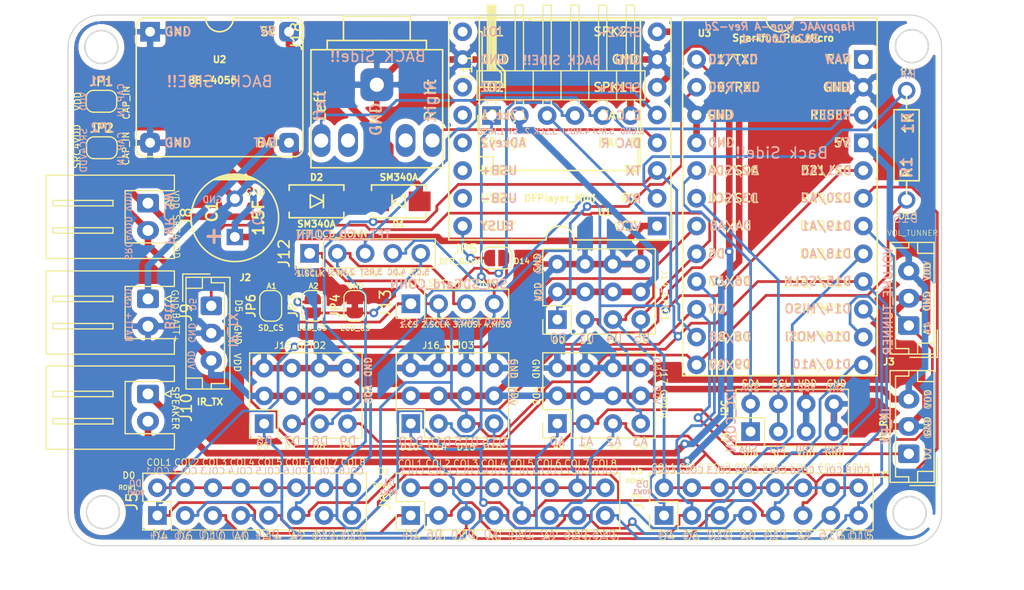
<source format=kicad_pcb>
(kicad_pcb (version 20171130) (host pcbnew 5.1.10)
  (title_block (title "HappyAAC type A") (date 2021-06-07) (rev 2d) (company "Arnix Chen"))
  (layers (0 F.Cu signal) (31 B.Cu signal) (34 B.Paste user) (35 F.Paste user) (36 B.SilkS user) (37 F.SilkS user) (38 B.Mask user) (39 F.Mask user) (44 Edge.Cuts user))
  (net 0 "")
  (net 1 /CAP_IN)
  (net 2 GND)
  (net 3 +5V)
  (net 4 /SRC_FOR_VDD)
  (net 5 +BATT)
  (net 6 /D0)
  (net 7 VDD)
  (net 8 /A3)
  (net 9 /COL1)
  (net 10 /A0)
  (net 11 /COL2)
  (net 12 /COL3)
  (net 13 /COL5)
  (net 14 /A1)
  (net 15 /A2)
  (net 16 /SPK2)
  (net 17 /SPK1)
  (net 18 /D1)
  (net 19 "Net-(R1-Pad2)")
  (net 20 /D7)
  (net 21 /COL7)
  (net 22 /D3)
  (net 23 /D2)
  (net 24 /D8)
  (net 25 /D9)
  (net 26 /LCD_RST)
  (net 27 /LCD_CS)
  (net 28 /DFP_BUSY)
  (net 29 /D5)
  (net 30 "Net-(J13-Pad1)")
  (net 31 /COL8)
  (net 32 "Net-(J18-PadS)")
  (net 33 "Net-(J18-PadT)")
  (module footprintLib:Sparkfun_Pro_Micro_BigPad (layer F.Cu) (at 125.248 43.5864)
    (fp_text reference U3 (at -6.921 -15.1257) (layer F.SilkS) (effects (font (size 0.6 0.6))))
    (fp_text value Sparkfun_Pro_Micro (at 0.2672 -14.6939) (layer F.SilkS) (effects (font (size 0.635 0.635))))
    (fp_text user "Back Side!!" (at 0.1397 -4.1783) (layer B.SilkS) (effects (justify mirror)))
    (fp_text user GND (at 5.295933 -10.1854) (layer B.SilkS) (effects (font (size 0.8 0.8)) (justify mirror)))
    (fp_text user D16/MOSI (at 3.429 12.6492) (layer B.SilkS) (effects (font (size 0.8 0.8)) (justify mirror)))
    (fp_text user D18/A0 (at 4.210219 5.0546) (layer B.SilkS) (effects (font (size 0.8 0.8)) (justify mirror)))
    (fp_text user D14/MISO (at 3.429 10.0838) (layer B.SilkS) (effects (font (size 0.8 0.8)) (justify mirror)))
    (fp_text user D15/SCLK (at 3.429 7.5692) (layer B.SilkS) (effects (font (size 0.8 0.8)) (justify mirror)))
    (fp_text user D19/A1 (at 4.2164 2.5146) (layer B.SilkS) (effects (font (size 0.8 0.8)) (justify mirror)))
    (fp_text user D10/A10 (at 3.7846 15.1638) (layer B.SilkS) (effects (font (size 0.8 0.8)) (justify mirror)))
    (fp_text user D21/A3 (at 4.2418 -2.5654) (layer B.SilkS) (effects (font (size 0.8 0.8)) (justify mirror)))
    (fp_text user RESET (at 4.705457 -7.6454) (layer B.SilkS) (effects (font (size 0.8 0.8)) (justify mirror)))
    (fp_text user D20/A2 (at 4.2164 -0.0508) (layer B.SilkS) (effects (font (size 0.8 0.8)) (justify mirror)))
    (fp_text user RAW (at 5.2578 -12.7762) (layer B.SilkS) (effects (font (size 0.8 0.8)) (justify mirror)))
    (fp_text user 5V (at 5.791171 -5.1054) (layer B.SilkS) (effects (font (size 0.8 0.8)) (justify mirror)))
    (fp_text user GND (at -5.3848 -7.6454) (layer B.SilkS) (effects (font (size 0.8 0.8)) (justify mirror)))
    (fp_text user D1/TXD (at -4.311638 -12.7254) (layer B.SilkS) (effects (font (size 0.8 0.8)) (justify mirror)))
    (fp_text user GND (at -5.378305 -5.1054) (layer B.SilkS) (effects (font (size 0.8 0.8)) (justify mirror)))
    (fp_text user D7 (at -5.8164 10.1346) (layer B.SilkS) (effects (font (size 0.8 0.8)) (justify mirror)))
    (fp_text user D2/SDA (at -4.273543 -2.5654) (layer B.SilkS) (effects (font (size 0.8 0.8)) (justify mirror)))
    (fp_text user D9/A9 (at -4.572 15.1638) (layer B.SilkS) (effects (font (size 0.8 0.8)) (justify mirror)))
    (fp_text user D4/A6 (at -6.5532 2.4892) (layer B.SilkS) (effects (font (size 0.8 0.8)) (justify right mirror)))
    (fp_text user D6/A7 (at -4.5466 7.5692) (layer B.SilkS) (effects (font (size 0.8 0.8)) (justify mirror)))
    (fp_text user D5 (at -5.8164 5.0546) (layer B.SilkS) (effects (font (size 0.8 0.8)) (justify mirror)))
    (fp_text user D3/SCL (at -4.29259 -0.0254) (layer B.SilkS) (effects (font (size 0.8 0.8)) (justify mirror)))
    (fp_text user D0/RXD (at -4.2164 -10.1854) (layer B.SilkS) (effects (font (size 0.8 0.8)) (justify mirror)))
    (fp_text user D8/A8 (at -4.5974 12.6492) (layer B.SilkS) (effects (font (size 0.8 0.8)) (justify mirror)))
    (fp_text user D16/MOSI (at 3.4544 12.6492) (layer F.SilkS) (effects (font (size 0.8 0.8))))
    (fp_text user D14/MISO (at 3.4544 10.0838) (layer F.SilkS) (effects (font (size 0.8 0.8))))
    (fp_text user D15/SCLK (at 3.4036 7.6962) (layer F.SilkS) (effects (font (size 0.8 0.8))))
    (fp_text user D6/A7 (at -4.699 7.5946) (layer F.SilkS) (effects (font (size 0.8 0.8))))
    (fp_text user D7 (at -5.8164 10.1346) (layer F.SilkS) (effects (font (size 0.8 0.8))))
    (fp_text user D8/A8 (at -6.604 12.6492) (layer F.SilkS) (effects (font (size 0.8 0.8)) (justify left)))
    (fp_text user D9/A9 (at -4.6736 15.2654) (layer F.SilkS) (effects (font (size 0.8 0.8))))
    (fp_text user D10/A10 (at 3.7592 15.2146) (layer F.SilkS) (effects (font (size 0.8 0.8))))
    (fp_text user RAW (at 5.390981 -12.7254) (layer F.SilkS) (effects (font (size 0.8 0.8))))
    (fp_text user GND (at 5.124314 -10.1854) (layer F.SilkS) (effects (font (size 0.8 0.8))))
    (fp_text user RESET (at 4.533838 -7.6454) (layer F.SilkS) (effects (font (size 0.8 0.8))))
    (fp_text user 5V (at 5.619552 -5.1054) (layer F.SilkS) (effects (font (size 0.8 0.8))))
    (fp_text user D21/A3 (at 4.1656 -2.5654) (layer F.SilkS) (effects (font (size 0.8 0.8))))
    (fp_text user D18/A0 (at 4.0894 5.0546) (layer F.SilkS) (effects (font (size 0.8 0.8))))
    (fp_text user D20/A2 (at 4.1656 -0.0508) (layer F.SilkS) (effects (font (size 0.8 0.8))))
    (fp_text user D19/A1 (at 4.0894 2.4638) (layer F.SilkS) (effects (font (size 0.8 0.8))))
    (fp_text user D5 (at -5.8164 5.0546) (layer F.SilkS) (effects (font (size 0.8 0.8))))
    (fp_text user D4/A6 (at -6.5786 2.4892) (layer F.SilkS) (effects (font (size 0.8 0.8)) (justify left)))
    (fp_text user D3/SCL (at -4.29259 -0.0254) (layer F.SilkS) (effects (font (size 0.8 0.8))))
    (fp_text user D2/SDA (at -4.273543 -2.5654) (layer F.SilkS) (effects (font (size 0.8 0.8))))
    (fp_text user GND (at -5.378305 -5.1054) (layer F.SilkS) (effects (font (size 0.8 0.8))))
    (fp_text user GND (at -4.2164 -7.6454) (layer F.SilkS) (effects (font (size 0.8 0.8)) (justify right)))
    (fp_text user D0/RXD (at -4.2164 -10.1854) (layer F.SilkS) (effects (font (size 0.8 0.8))))
    (fp_text user D1/TXD (at -4.311638 -12.7254) (layer F.SilkS) (effects (font (size 0.8 0.8))))
    (pad 11 thru_hole circle (at -7.6454 12.6746) (size 1.7 1.7) (drill 0.9) (layers *.Cu *.Mask) (net 24 /D8))
    (pad 12 thru_hole circle (at -7.6454 15.2146) (size 1.7 1.7) (drill 0.9) (layers *.Cu *.Mask) (net 25 /D9))
    (pad 9 thru_hole circle (at -7.6454 7.5946) (size 1.7 1.7) (drill 0.9) (layers *.Cu *.Mask) (net 11 /COL2))
    (pad 10 thru_hole circle (at -7.6454 10.1346) (size 1.7 1.7) (drill 0.9) (layers *.Cu *.Mask) (net 20 /D7))
    (pad 16 thru_hole circle (at 7.5946 7.5946) (size 1.7 1.7) (drill 0.9) (layers *.Cu *.Mask) (net 31 /COL8))
    (pad 14 thru_hole circle (at 7.5946 12.6746) (size 1.7 1.7) (drill 0.9) (layers *.Cu *.Mask) (net 21 /COL7))
    (pad 13 thru_hole circle (at 7.5946 15.2146) (size 1.7 1.7) (drill 0.9) (layers *.Cu *.Mask) (net 12 /COL3))
    (pad 15 thru_hole circle (at 7.5946 10.1346) (size 1.7 1.7) (drill 0.9) (layers *.Cu *.Mask) (net 13 /COL5))
    (pad 1 thru_hole circle (at -7.6454 -12.7254) (size 1.7 1.7) (drill 0.9) (layers *.Cu *.Mask) (net 18 /D1))
    (pad 2 thru_hole circle (at -7.6454 -10.1854) (size 1.7 1.7) (drill 0.9) (layers *.Cu *.Mask) (net 6 /D0))
    (pad 3 thru_hole circle (at -7.6454 -7.6454) (size 1.7 1.7) (drill 0.9) (layers *.Cu *.Mask) (net 2 GND))
    (pad 4 thru_hole circle (at -7.6454 -5.1054) (size 1.7 1.7) (drill 0.9) (layers *.Cu *.Mask) (net 2 GND))
    (pad 5 thru_hole circle (at -7.6454 -2.5654) (size 1.7 1.7) (drill 0.9) (layers *.Cu *.Mask) (net 23 /D2))
    (pad 6 thru_hole circle (at -7.6454 -0.0254) (size 1.7 1.7) (drill 0.9) (layers *.Cu *.Mask) (net 22 /D3))
    (pad 7 thru_hole circle (at -7.6454 2.5146) (size 1.7 1.7) (drill 0.9) (layers *.Cu *.Mask) (net 9 /COL1))
    (pad 8 thru_hole circle (at -7.6454 5.0546) (size 1.7 1.7) (drill 0.9) (layers *.Cu *.Mask) (net 29 /D5))
    (pad 17 thru_hole circle (at 7.5946 5.0546) (size 1.7 1.7) (drill 0.9) (layers *.Cu *.Mask) (net 10 /A0))
    (pad 18 thru_hole circle (at 7.5946 2.5146) (size 1.7 1.7) (drill 0.9) (layers *.Cu *.Mask) (net 14 /A1))
    (pad 19 thru_hole circle (at 7.5946 -0.0254) (size 1.7 1.7) (drill 0.9) (layers *.Cu *.Mask) (net 15 /A2))
    (pad 20 thru_hole circle (at 7.5946 -2.5654) (size 1.7 1.7) (drill 0.9) (layers *.Cu *.Mask) (net 8 /A3))
    (pad 21 thru_hole rect (at 7.5946 -5.1054) (size 1.7 1.7) (drill 1) (layers *.Cu *.Mask) (net 7 VDD))
    (pad 22 thru_hole circle (at 7.5946 -7.6454) (size 1.7 1.7) (drill 0.9) (layers *.Cu *.Mask) (net 26 /LCD_RST))
    (pad 23 thru_hole circle (at 7.5946 -10.1854) (size 1.7 1.7) (drill 0.9) (layers *.Cu *.Mask) (net 2 GND))
    (pad 24 thru_hole rect (at 7.5946 -12.7254) (size 1.7 1.7) (drill 1) (layers *.Cu *.Mask))
  )
  (module footprintLib:PinHeader_1x06_P2.54mm_Horizontal (layer F.Cu) (at 98.8568 35.9918 90)
    (fp_text reference J11 (at 4.385 -2.27 90) (layer F.SilkS))
    (fp_text value ICSP)
    (pad 6 thru_hole oval (at 0 12.7 90) (size 1.7 1.7) (drill 0.9) (layers *.Cu *.Mask) (net 2 GND))
    (pad 5 thru_hole oval (at 0 10.16 90) (size 1.7 1.7) (drill 0.9) (layers *.Cu *.Mask) (net 26 /LCD_RST))
    (pad 4 thru_hole oval (at 0 7.62 90) (size 1.7 1.7) (drill 0.9) (layers *.Cu *.Mask) (net 21 /COL7))
    (pad 3 thru_hole oval (at 0 5.08 90) (size 1.7 1.7) (drill 0.9) (layers *.Cu *.Mask) (net 31 /COL8))
    (pad 2 thru_hole oval (at 0 2.54 90) (size 1.7 1.7) (drill 0.9) (layers *.Cu *.Mask) (net 7 VDD))
    (pad 1 thru_hole rect (at 0 0 90) (size 1.7 1.7) (drill 0.9) (layers *.Cu *.Mask) (net 13 /COL5))
  )
  (module footprintLib:BB-4056 (layer F.Cu) (at 73.9902 34.036)
    (fp_text reference U2 (at 0 -3.175) (layer F.SilkS) (effects (font (size 0.6 0.6))))
    (fp_text value BB-4056 (at -0.635 -1.27) (layer F.SilkS) (effects (font (size 0.635 0.635))))
    (fp_text user "BACK  SIDE!!" (at 0.0127 -1.1557) (layer B.SilkS) (effects (justify mirror)))
    (fp_text user BAT (at 4.1402 4.4577 -180) (layer B.SilkS) (effects (font (size 0.8 0.8)) (justify mirror)))
    (fp_text user 5V (at 4.4069 -5.7658) (layer B.SilkS) (effects (font (size 0.8 0.8)) (justify mirror)))
    (fp_text user GND (at -3.81 4.445) (layer B.SilkS) (effects (font (size 0.8 0.8)) (justify mirror)))
    (fp_text user GND (at -3.81 -5.715) (layer F.SilkS) (effects (font (size 0.8 0.8))))
    (fp_text user GND (at -3.81 -5.715) (layer B.SilkS) (effects (font (size 0.8 0.8)) (justify mirror)))
    (fp_text user GND (at -3.81 4.445) (layer F.SilkS) (effects (font (size 0.8 0.8))))
    (fp_text user BAT (at 4.445 4.445) (layer F.SilkS) (effects (font (size 0.8 0.8))))
    (fp_text user 5V (at 4.445 -5.715) (layer F.SilkS) (effects (font (size 0.8 0.8))))
    (pad 4 thru_hole roundrect (at 6.35 -5.715) (size 1.8 1.8) (drill 0.9) (layers *.Cu *.Mask) (net 3 +5V))
    (pad 3 thru_hole roundrect (at 6.35 4.445) (size 1.8 1.8) (drill 0.9) (layers *.Cu *.Mask) (net 5 +BATT))
    (pad 2 thru_hole roundrect (at -6.35 4.445) (size 1.8 1.8) (drill 0.9) (layers *.Cu *.Mask) (net 2 GND))
    (pad 1 thru_hole rect (at -6.35 -5.715) (size 1.8 1.8) (drill 0.9) (layers *.Cu *.Mask) (net 2 GND))
  )
  (module footprintLib:Jack_3.5mm_Arnix_5pin_AudioJack4_Ground_Horizontal (layer F.Cu) (at 88.3666 33.1724 270)
    (fp_text reference J18 (at -4.425 7.3406 270) (layer F.SilkS))
    (fp_text value AudioJack)
    (fp_text user "BACK Side!!" (at -2.6035 -0.1016) (layer B.SilkS) (effects (justify mirror)))
    (fp_text user Left (at 1.9558 5.1816 270) (layer F.SilkS))
    (fp_text user Right (at 1.4224 -4.9022 270) (layer F.SilkS))
    (fp_text user GND (at 3.1496 0.0762 270) (layer F.SilkS))
    (fp_text user Right (at 1.4732 -4.8895 270) (layer B.SilkS) (effects (justify mirror)))
    (fp_text user Left (at 1.9685 5.2451 270) (layer B.SilkS) (effects (justify mirror)))
    (fp_text user GND (at 3.1877 0.0762 270) (layer B.SilkS) (effects (justify mirror)))
    (pad G thru_hole roundrect (at -0.0054 0 180) (size 3 3) (drill 1.3) (layers *.Cu *.Mask) (net 2 GND))
    (pad S thru_hole oval (at 5.0946 -5.085 180) (size 1.7 3) (drill 1.3) (layers *.Cu *.Mask) (net 32 "Net-(J18-PadS)"))
    (pad T thru_hole oval (at 5.1054 5.085 180) (size 1.7 3) (drill 1.3) (layers *.Cu *.Mask) (net 33 "Net-(J18-PadT)"))
    (pad R2 thru_hole oval (at 5.0946 -2.63 180) (size 1.8 3) (drill 1.3) (layers *.Cu *.Mask))
    (pad R1 thru_hole oval (at 5.0946 2.63 180) (size 1.8 3) (drill 1.3) (layers *.Cu *.Mask))
  )
  (module footprintLib:CAP_pol_DIP_D8mm (layer F.Cu) (at 75.3872 45.3517 90)
    (fp_text reference C1 (at 0.5715 -2.0955 90) (layer F.SilkS) (effects (font (thickness 0.2))))
    (fp_text value 1.5F (at 0 2.159 90) (layer F.SilkS) (effects (font (thickness 0.2))))
    (fp_text user + (at -1.6891 -2.0066 90) (layer B.SilkS) (effects (font (size 1.5 1.5) (thickness 0.25))))
    (fp_text user + (at -1.7 -2 90) (layer F.SilkS) (effects (font (size 1.5 1.5) (thickness 0.25))))
    (pad 2 thru_hole circle (at 1.75 0 90) (size 1.5 1.5) (drill 0.9) (layers *.Cu *.Mask) (net 2 GND))
    (pad 1 thru_hole rect (at -1.75 0 90) (size 1.5 1.5) (drill 0.9) (layers *.Cu *.Mask) (net 1 /CAP_IN))
  )
  (module Connector_JST:JST_EH_B3B-EH-A_1x03_P2.50mm_Vertical (layer F.Cu) (at 137.004 66.9411 90)
    (fp_text reference J1 (at -1.9056 -2.1804 90) (layer F.SilkS) (effects (font (size 0.6 0.6))))
    (fp_text value IR_RX)
    (pad 3 thru_hole oval (at 5 0 90) (size 1.7 1.95) (drill 0.95) (layers *.Cu *.Mask) (net 7 VDD))
    (pad 2 thru_hole oval (at 2.5 0 90) (size 1.7 1.95) (drill 0.95) (layers *.Cu *.Mask) (net 2 GND))
    (pad 1 thru_hole roundrect (at 0 0 90) (size 1.7 1.95) (drill 0.95) (layers *.Cu *.Mask) (roundrect_rratio 0.1470588235294118) (net 20 /D7))
  )
  (module Connector_JST:JST_EH_B3B-EH-A_1x03_P2.50mm_Vertical (layer F.Cu) (at 73.2282 53.4035 270)
    (fp_text reference J2 (at -2.58754 -3.11382 180) (layer F.SilkS) (effects (font (size 0.6 0.6))))
    (fp_text value IR_TX (at 8.78658 0.12214) (layer F.SilkS) (effects (font (size 0.6 0.6))))
    (pad 3 thru_hole oval (at 5 0 270) (size 1.7 1.95) (drill 0.95) (layers *.Cu *.Mask) (net 7 VDD))
    (pad 2 thru_hole oval (at 2.5 0 270) (size 1.7 1.95) (drill 0.95) (layers *.Cu *.Mask) (net 2 GND))
    (pad 1 thru_hole roundrect (at 0 0 270) (size 1.7 1.95) (drill 0.95) (layers *.Cu *.Mask) (roundrect_rratio 0.1470588235294118) (net 29 /D5))
  )
  (module Connector_JST:JST_EH_B3B-EH-A_1x03_P2.50mm_Vertical (layer F.Cu) (at 137.004 55.2069 90)
    (fp_text reference J3 (at -3.3147 -1.8156 180) (layer F.SilkS) (effects (font (size 0.6 0.6))))
    (fp_text value VOL_TUNNER (at 8.46324 0.35072 180) (layer F.SilkS) (effects (font (size 0.5 0.5) (thickness 0.05))))
    (pad 3 thru_hole oval (at 5 0 90) (size 1.7 1.95) (drill 0.95) (layers *.Cu *.Mask) (net 7 VDD))
    (pad 2 thru_hole oval (at 2.5 0 90) (size 1.7 1.95) (drill 0.95) (layers *.Cu *.Mask) (net 2 GND))
    (pad 1 thru_hole roundrect (at 0 0 90) (size 1.7 1.95) (drill 0.95) (layers *.Cu *.Mask) (roundrect_rratio 0.1470588235294118) (net 14 /A1))
  )
  (module footprintLib:RES_DIP_0.25W_10mm (layer F.Cu) (at 136.804 38.7057 90)
    (fp_text reference R1 (at -2.032 0 90) (layer F.SilkS) (effects (font (thickness 0.2))))
    (fp_text value 1K (at 2.032 0.127 90) (layer F.SilkS) (effects (font (thickness 0.2))))
    (fp_text user 1K (at -2.0447 0 90) (layer B.SilkS) (effects (justify mirror)))
    (fp_text user R1 (at 2.032 0.1016 90) (layer B.SilkS) (effects (justify mirror)))
    (pad 1 thru_hole circle (at -5 0 90) (size 1.6 1.6) (drill 1) (layers *.Cu *.Mask) (net 25 /D9))
    (pad 2 thru_hole circle (at 5 0 90) (size 1.6 1.6) (drill 1) (layers *.Cu *.Mask) (net 19 "Net-(R1-Pad2)"))
  )
  (module footprintLib:PinHeader_2x04_P2.54mm_Vertical_PadHole0.9mm (layer F.Cu) (at 122.542 64.9122 90)
    (fp_text reference J4 (at -0.569 -2.3112 90) (layer F.SilkS) (effects (font (size 0.6 0.6))))
    (fp_text value I2C (at 2.1615 -2.362 90) (layer F.SilkS) (effects (font (size 0.6 0.6))))
    (pad 8 thru_hole oval (at 2.54 7.62 90) (size 1.7 1.7) (drill 0.9) (layers *.Cu *.Mask) (net 2 GND))
    (pad 7 thru_hole oval (at 0 7.62 90) (size 1.7 1.7) (drill 0.9) (layers *.Cu *.Mask) (net 2 GND))
    (pad 6 thru_hole oval (at 2.54 5.08 90) (size 1.7 1.7) (drill 0.9) (layers *.Cu *.Mask) (net 7 VDD))
    (pad 5 thru_hole oval (at 0 5.08 90) (size 1.7 1.7) (drill 0.9) (layers *.Cu *.Mask) (net 7 VDD))
    (pad 4 thru_hole oval (at 2.54 2.54 90) (size 1.7 1.7) (drill 0.9) (layers *.Cu *.Mask) (net 22 /D3))
    (pad 3 thru_hole oval (at 0 2.54 90) (size 1.7 1.7) (drill 0.9) (layers *.Cu *.Mask) (net 22 /D3))
    (pad 2 thru_hole oval (at 2.54 0 90) (size 1.7 1.7) (drill 0.9) (layers *.Cu *.Mask) (net 23 /D2))
    (pad 1 thru_hole rect (at 0 0 90) (size 1.7 1.7) (drill 0.9) (layers *.Cu *.Mask) (net 23 /D2))
  )
  (module footprintLib:PinHeader_2x08_P2.54mm_Vertical (layer F.Cu) (at 68.3064 72.5859 90)
    (fp_text reference J5 (at 1.27 -2.33 90) (layer F.SilkS))
    (fp_text value ROW1)
    (pad 1 thru_hole rect (at 0 0 90) (size 1.7 1.7) (drill 0.9) (layers *.Cu *.Mask) (net 9 /COL1))
    (pad 2 thru_hole oval (at 2.54 0 90) (size 1.7 1.7) (drill 0.9) (layers *.Cu *.Mask) (net 6 /D0))
    (pad 3 thru_hole oval (at 0 2.54 90) (size 1.7 1.7) (drill 0.9) (layers *.Cu *.Mask) (net 11 /COL2))
    (pad 4 thru_hole oval (at 2.54 2.54 90) (size 1.7 1.7) (drill 0.9) (layers *.Cu *.Mask) (net 6 /D0))
    (pad 5 thru_hole oval (at 0 5.08 90) (size 1.7 1.7) (drill 0.9) (layers *.Cu *.Mask) (net 12 /COL3))
    (pad 6 thru_hole oval (at 2.54 5.08 90) (size 1.7 1.7) (drill 0.9) (layers *.Cu *.Mask) (net 6 /D0))
    (pad 7 thru_hole oval (at 0 7.62 90) (size 1.7 1.7) (drill 0.9) (layers *.Cu *.Mask) (net 10 /A0))
    (pad 8 thru_hole oval (at 2.54 7.62 90) (size 1.7 1.7) (drill 0.9) (layers *.Cu *.Mask) (net 6 /D0))
    (pad 9 thru_hole oval (at 0 10.16 90) (size 1.7 1.7) (drill 0.9) (layers *.Cu *.Mask) (net 13 /COL5))
    (pad 10 thru_hole oval (at 2.54 10.16 90) (size 1.7 1.7) (drill 0.9) (layers *.Cu *.Mask) (net 6 /D0))
    (pad 11 thru_hole oval (at 0 12.7 90) (size 1.7 1.7) (drill 0.9) (layers *.Cu *.Mask) (net 15 /A2))
    (pad 12 thru_hole oval (at 2.54 12.7 90) (size 1.7 1.7) (drill 0.9) (layers *.Cu *.Mask) (net 6 /D0))
    (pad 13 thru_hole oval (at 0 15.24 90) (size 1.7 1.7) (drill 0.9) (layers *.Cu *.Mask) (net 21 /COL7))
    (pad 14 thru_hole oval (at 2.54 15.24 90) (size 1.7 1.7) (drill 0.9) (layers *.Cu *.Mask) (net 6 /D0))
    (pad 15 thru_hole oval (at 0 17.78 90) (size 1.7 1.7) (drill 0.9) (layers *.Cu *.Mask) (net 31 /COL8))
    (pad 16 thru_hole oval (at 2.54 17.78 90) (size 1.7 1.7) (drill 0.9) (layers *.Cu *.Mask) (net 6 /D0))
  )
  (module footprintLib:PinHeader_3x04_P2.54mm_Vertical_PadHole0.9mm (layer F.Cu) (at 104.877 52.1233 90)
    (fp_text reference J14_GPIO1 (at -0.3531 9.8295 90.1) (layer F.SilkS) (effects (font (size 0.6 0.6) (thickness 0.1))))
    (fp_text value Conn_03x04_Odd_Even_VSG)
    (pad GND thru_hole oval (at 2.54 5.0673 90) (size 1.7 1.7) (drill 0.9) (layers *.Cu *.Mask) (net 2 GND))
    (pad GND thru_hole oval (at 2.54 2.5273 90) (size 1.7 1.7) (drill 0.9) (layers *.Cu *.Mask) (net 2 GND))
    (pad GND thru_hole oval (at 2.54 -0.0127 90) (size 1.7 1.7) (drill 0.9) (layers *.Cu *.Mask) (net 2 GND))
    (pad GND thru_hole oval (at 2.54 7.6073 90) (size 1.7 1.7) (drill 0.9) (layers *.Cu *.Mask) (net 2 GND))
    (pad VCC thru_hole oval (at 0 7.62 90) (size 1.7 1.7) (drill 0.9) (layers *.Cu *.Mask) (net 7 VDD))
    (pad 4 thru_hole oval (at -2.54 7.62 90) (size 1.7 1.7) (drill 0.9) (layers *.Cu *.Mask) (net 29 /D5))
    (pad VCC thru_hole oval (at 0 5.08 90) (size 1.7 1.7) (drill 0.9) (layers *.Cu *.Mask) (net 7 VDD))
    (pad 3 thru_hole oval (at -2.54 5.08 90) (size 1.7 1.7) (drill 0.9) (layers *.Cu *.Mask) (net 9 /COL1))
    (pad VCC thru_hole oval (at 0 2.54 90) (size 1.7 1.7) (drill 0.9) (layers *.Cu *.Mask) (net 7 VDD))
    (pad 2 thru_hole oval (at -2.54 2.54 90) (size 1.7 1.7) (drill 0.9) (layers *.Cu *.Mask) (net 18 /D1))
    (pad VCC thru_hole oval (at 0 0 90) (size 1.7 1.7) (drill 0.9) (layers *.Cu *.Mask) (net 7 VDD))
    (pad 1 thru_hole rect (at -2.54 0 90) (size 1.7 1.7) (drill 0.9) (layers *.Cu *.Mask) (net 6 /D0))
  )
  (module footprintLib:PinHeader_3x04_P2.54mm_Vertical_PadHole0.9mm (layer F.Cu) (at 78.0669 61.6458 90)
    (fp_text reference J15_GPIO2 (at 4.6228 3.2766 180) (layer F.SilkS) (effects (font (size 0.6 0.6) (thickness 0.1))))
    (fp_text value Conn_03x04_Odd_Even_VSG)
    (pad 1 thru_hole rect (at -2.54 0 90) (size 1.7 1.7) (drill 0.9) (layers *.Cu *.Mask) (net 11 /COL2))
    (pad VCC thru_hole oval (at 0 0 90) (size 1.7 1.7) (drill 0.9) (layers *.Cu *.Mask) (net 7 VDD))
    (pad 2 thru_hole oval (at -2.54 2.54 90) (size 1.7 1.7) (drill 0.9) (layers *.Cu *.Mask) (net 20 /D7))
    (pad VCC thru_hole oval (at 0 2.54 90) (size 1.7 1.7) (drill 0.9) (layers *.Cu *.Mask) (net 7 VDD))
    (pad 3 thru_hole oval (at -2.54 5.08 90) (size 1.7 1.7) (drill 0.9) (layers *.Cu *.Mask) (net 24 /D8))
    (pad VCC thru_hole oval (at 0 5.08 90) (size 1.7 1.7) (drill 0.9) (layers *.Cu *.Mask) (net 7 VDD))
    (pad 4 thru_hole oval (at -2.54 7.62 90) (size 1.7 1.7) (drill 0.9) (layers *.Cu *.Mask) (net 25 /D9))
    (pad VCC thru_hole oval (at 0 7.62 90) (size 1.7 1.7) (drill 0.9) (layers *.Cu *.Mask) (net 7 VDD))
    (pad GND thru_hole oval (at 2.54 7.6073 90) (size 1.7 1.7) (drill 0.9) (layers *.Cu *.Mask) (net 2 GND))
    (pad GND thru_hole oval (at 2.54 -0.0127 90) (size 1.7 1.7) (drill 0.9) (layers *.Cu *.Mask) (net 2 GND))
    (pad GND thru_hole oval (at 2.54 2.5273 90) (size 1.7 1.7) (drill 0.9) (layers *.Cu *.Mask) (net 2 GND))
    (pad GND thru_hole oval (at 2.54 5.0673 90) (size 1.7 1.7) (drill 0.9) (layers *.Cu *.Mask) (net 2 GND))
  )
  (module footprintLib:PinHeader_3x04_P2.54mm_Vertical_PadHole0.9mm (layer F.Cu) (at 91.4719 61.6331 90)
    (fp_text reference J16_GPIO3 (at 4.6101 3.4225 180) (layer F.SilkS) (effects (font (size 0.6 0.6) (thickness 0.1))))
    (fp_text value Conn_03x04_Odd_Even_VSG)
    (pad 1 thru_hole rect (at -2.54 0 90) (size 1.7 1.7) (drill 0.9) (layers *.Cu *.Mask) (net 12 /COL3))
    (pad VCC thru_hole oval (at 0 0 90) (size 1.7 1.7) (drill 0.9) (layers *.Cu *.Mask) (net 7 VDD))
    (pad 2 thru_hole oval (at -2.54 2.54 90) (size 1.7 1.7) (drill 0.9) (layers *.Cu *.Mask) (net 13 /COL5))
    (pad VCC thru_hole oval (at 0 2.54 90) (size 1.7 1.7) (drill 0.9) (layers *.Cu *.Mask) (net 7 VDD))
    (pad 3 thru_hole oval (at -2.54 5.08 90) (size 1.7 1.7) (drill 0.9) (layers *.Cu *.Mask) (net 31 /COL8))
    (pad VCC thru_hole oval (at 0 5.08 90) (size 1.7 1.7) (drill 0.9) (layers *.Cu *.Mask) (net 7 VDD))
    (pad 4 thru_hole oval (at -2.54 7.62 90) (size 1.7 1.7) (drill 0.9) (layers *.Cu *.Mask) (net 21 /COL7))
    (pad VCC thru_hole oval (at 0 7.62 90) (size 1.7 1.7) (drill 0.9) (layers *.Cu *.Mask) (net 7 VDD))
    (pad GND thru_hole oval (at 2.54 7.6073 90) (size 1.7 1.7) (drill 0.9) (layers *.Cu *.Mask) (net 2 GND))
    (pad GND thru_hole oval (at 2.54 -0.0127 90) (size 1.7 1.7) (drill 0.9) (layers *.Cu *.Mask) (net 2 GND))
    (pad GND thru_hole oval (at 2.54 2.5273 90) (size 1.7 1.7) (drill 0.9) (layers *.Cu *.Mask) (net 2 GND))
    (pad GND thru_hole oval (at 2.54 5.0673 90) (size 1.7 1.7) (drill 0.9) (layers *.Cu *.Mask) (net 2 GND))
  )
  (module footprintLib:PinHeader_3x04_P2.54mm_Vertical_PadHole0.9mm (layer F.Cu) (at 104.877 61.6331 90)
    (fp_text reference J17_GPIO4 (at 0.2794 9.7279 90.1) (layer F.SilkS) (effects (font (size 0.6 0.6) (thickness 0.1))))
    (fp_text value Conn_03x04_Odd_Even_VSG)
    (pad GND thru_hole oval (at 2.54 5.0673 90) (size 1.7 1.7) (drill 0.9) (layers *.Cu *.Mask) (net 2 GND))
    (pad GND thru_hole oval (at 2.54 2.5273 90) (size 1.7 1.7) (drill 0.9) (layers *.Cu *.Mask) (net 2 GND))
    (pad GND thru_hole oval (at 2.54 -0.0127 90) (size 1.7 1.7) (drill 0.9) (layers *.Cu *.Mask) (net 2 GND))
    (pad GND thru_hole oval (at 2.54 7.6073 90) (size 1.7 1.7) (drill 0.9) (layers *.Cu *.Mask) (net 2 GND))
    (pad VCC thru_hole oval (at 0 7.62 90) (size 1.7 1.7) (drill 0.9) (layers *.Cu *.Mask) (net 7 VDD))
    (pad 4 thru_hole oval (at -2.54 7.62 90) (size 1.7 1.7) (drill 0.9) (layers *.Cu *.Mask) (net 8 /A3))
    (pad VCC thru_hole oval (at 0 5.08 90) (size 1.7 1.7) (drill 0.9) (layers *.Cu *.Mask) (net 7 VDD))
    (pad 3 thru_hole oval (at -2.54 5.08 90) (size 1.7 1.7) (drill 0.9) (layers *.Cu *.Mask) (net 15 /A2))
    (pad VCC thru_hole oval (at 0 2.54 90) (size 1.7 1.7) (drill 0.9) (layers *.Cu *.Mask) (net 7 VDD))
    (pad 2 thru_hole oval (at -2.54 2.54 90) (size 1.7 1.7) (drill 0.9) (layers *.Cu *.Mask) (net 14 /A1))
    (pad VCC thru_hole oval (at 0 0 90) (size 1.7 1.7) (drill 0.9) (layers *.Cu *.Mask) (net 7 VDD))
    (pad 1 thru_hole rect (at -2.54 0 90) (size 1.7 1.7) (drill 0.9) (layers *.Cu *.Mask) (net 10 /A0))
  )
  (module footprintLib:SMA_DO214AC_M_SM340A (layer F.Cu) (at 90.3843 43.841 180)
    (fp_text reference D1 (at 0 -2.0695) (layer F.SilkS) (effects (font (size 0.6 0.6))))
    (fp_text value SM340A (at 0 2.2) (layer F.SilkS) (effects (font (size 0.6 0.6))))
    (pad 1 smd rect (at 1.9 0 180) (size 2 1.8) (layers F.Cu F.Paste F.Mask) (net 4 /SRC_FOR_VDD))
    (pad 2 smd rect (at -1.9 0 180) (size 2 1.8) (layers F.Cu F.Paste F.Mask) (net 3 +5V))
  )
  (module footprintLib:SMA_DO214AC_M_SM340A (layer F.Cu) (at 82.8548 43.841)
    (fp_text reference D2 (at 0 -2.2) (layer F.SilkS) (effects (font (size 0.6 0.6))))
    (fp_text value SM340A (at -0.0127 2.0695) (layer F.SilkS) (effects (font (size 0.6 0.6))))
    (pad 1 smd rect (at 1.9 0) (size 2 1.8) (layers F.Cu F.Paste F.Mask) (net 4 /SRC_FOR_VDD))
    (pad 2 smd rect (at -1.9 0) (size 2 1.8) (layers F.Cu F.Paste F.Mask) (net 5 +BATT))
  )
  (module footprintLib:DFPlayer_Mini_BigPad (layer F.Cu) (at 105.105 35.941 180)
    (fp_text reference U1 (at -4.095905 -8.89) (layer F.SilkS) (effects (font (size 0.6 0.6))))
    (fp_text value DFPlayer_Mini (at 0 -7.62) (layer F.SilkS) (effects (font (size 0.635 0.635))))
    (fp_text user "BACK SIDE!!" (at -0.1905 5.0038) (layer B.SilkS) (effects (font (size 0.8 0.8)) (justify mirror)))
    (fp_text user BUSY (at 5.740381 -10.16) (layer B.SilkS) (effects (font (size 0.8 0.8)) (justify mirror)))
    (fp_text user IO2 (at 6.292762 2.54) (layer B.SilkS) (effects (font (size 0.8 0.8)) (justify mirror)))
    (fp_text user GND (at 6.06419 5.08) (layer B.SilkS) (effects (font (size 0.8 0.8)) (justify mirror)))
    (fp_text user ADkey2 (at 5.188 -2.54) (layer B.SilkS) (effects (font (size 0.8 0.8)) (justify mirror)))
    (fp_text user USB+ (at 5.588 -5.08) (layer B.SilkS) (effects (font (size 0.8 0.8)) (justify mirror)))
    (fp_text user ADkey1 (at 5.188 0) (layer B.SilkS) (effects (font (size 0.8 0.8)) (justify mirror)))
    (fp_text user USB- (at 5.588 -7.62) (layer B.SilkS) (effects (font (size 0.8 0.8)) (justify mirror)))
    (fp_text user IO1 (at 6.292762 7.62) (layer B.SilkS) (effects (font (size 0.8 0.8)) (justify mirror)))
    (fp_text user VCC (at -6.292895 -10.2108) (layer B.SilkS) (effects (font (size 0.8 0.8)) (justify mirror)))
    (fp_text user SPK2- (at -5.378609 7.5692) (layer B.SilkS) (effects (font (size 0.8 0.8)) (justify mirror)))
    (fp_text user TX (at -6.750038 -5.1308) (layer B.SilkS) (effects (font (size 0.8 0.8)) (justify mirror)))
    (fp_text user SPK1+ (at -5.378609 2.4892) (layer B.SilkS) (effects (font (size 0.8 0.8)) (justify mirror)))
    (fp_text user "DAC R" (at -5.588133 -2.5908) (layer B.SilkS) (effects (font (size 0.8 0.8)) (justify mirror)))
    (fp_text user GND (at -6.216705 5.0292) (layer B.SilkS) (effects (font (size 0.8 0.8)) (justify mirror)))
    (fp_text user "DAC L" (at -5.664324 -0.0508) (layer B.SilkS) (effects (font (size 0.8 0.8)) (justify mirror)))
    (fp_text user RX (at -6.6548 -7.6708) (layer B.SilkS) (effects (font (size 0.8 0.8)) (justify mirror)))
    (fp_text user VCC (at -6.038762 -10.16) (layer F.SilkS) (effects (font (size 0.8 0.8))))
    (fp_text user RX (at -6.400667 -7.62) (layer F.SilkS) (effects (font (size 0.8 0.8))))
    (fp_text user TX (at -6.495905 -5.08) (layer F.SilkS) (effects (font (size 0.8 0.8))))
    (fp_text user "DAC R" (at -5.334 -2.54) (layer F.SilkS) (effects (font (size 0.8 0.8))))
    (fp_text user "DAC L" (at -5.410191 0) (layer F.SilkS) (effects (font (size 0.8 0.8))))
    (fp_text user SPK1+ (at -5.124476 2.54) (layer F.SilkS) (effects (font (size 0.8 0.8))))
    (fp_text user GND (at -5.962572 5.08) (layer F.SilkS) (effects (font (size 0.8 0.8))))
    (fp_text user SPK2- (at -5.124476 7.62) (layer F.SilkS) (effects (font (size 0.8 0.8))))
    (fp_text user GND (at 5.842 5.08) (layer F.SilkS) (effects (font (size 0.8 0.8))))
    (fp_text user IO2 (at 6.096 2.54) (layer F.SilkS) (effects (font (size 0.8 0.8))))
    (fp_text user IO1 (at 6.096 7.62) (layer F.SilkS) (effects (font (size 0.8 0.8))))
    (fp_text user ADkey1 (at 5.08 0) (layer F.SilkS) (effects (font (size 0.8 0.8))))
    (fp_text user ADkey2 (at 5.08 -2.54) (layer F.SilkS) (effects (font (size 0.8 0.8))))
    (fp_text user USB+ (at 5.588 -5.08) (layer F.SilkS) (effects (font (size 0.8 0.8))))
    (fp_text user USB- (at 5.588 -7.62) (layer F.SilkS) (effects (font (size 0.8 0.8))))
    (fp_text user BUSY (at 5.588 -10.16) (layer F.SilkS) (effects (font (size 0.8 0.8))))
    (pad 16 thru_hole circle (at 8.89 -10.16 180) (size 1.7 1.7) (drill 0.9) (layers *.Cu *.Mask) (net 28 /DFP_BUSY))
    (pad 15 thru_hole circle (at 8.89 -7.62 180) (size 1.7 1.7) (drill 0.9) (layers *.Cu *.Mask))
    (pad 14 thru_hole circle (at 8.89 -5.08 180) (size 1.7 1.7) (drill 0.9) (layers *.Cu *.Mask))
    (pad 13 thru_hole circle (at 8.89 -2.54 180) (size 1.7 1.7) (drill 0.9) (layers *.Cu *.Mask))
    (pad 12 thru_hole circle (at 8.89 0 180) (size 1.7 1.7) (drill 0.9) (layers *.Cu *.Mask))
    (pad 11 thru_hole circle (at 8.89 2.54 180) (size 1.7 1.7) (drill 0.9) (layers *.Cu *.Mask))
    (pad 10 thru_hole circle (at 8.89 5.08 180) (size 1.7 1.7) (drill 0.9) (layers *.Cu *.Mask) (net 2 GND))
    (pad 9 thru_hole circle (at 8.89 7.62 180) (size 1.7 1.7) (drill 0.9) (layers *.Cu *.Mask))
    (pad 8 thru_hole circle (at -8.89 7.62 180) (size 1.7 1.7) (drill 0.9) (layers *.Cu *.Mask) (net 16 /SPK2))
    (pad 7 thru_hole circle (at -8.89 5.08 180) (size 1.7 1.7) (drill 0.9) (layers *.Cu *.Mask) (net 2 GND))
    (pad 6 thru_hole circle (at -8.89 2.54 180) (size 1.7 1.7) (drill 0.9) (layers *.Cu *.Mask) (net 17 /SPK1))
    (pad 5 thru_hole circle (at -8.89 0 180) (size 1.7 1.7) (drill 0.9) (layers *.Cu *.Mask) (net 33 "Net-(J18-PadT)"))
    (pad 4 thru_hole circle (at -8.89 -2.54 180) (size 1.7 1.7) (drill 0.9) (layers *.Cu *.Mask) (net 32 "Net-(J18-PadS)"))
    (pad 3 thru_hole circle (at -8.89 -5.08 180) (size 1.7 1.7) (drill 0.9) (layers *.Cu *.Mask) (net 24 /D8))
    (pad 2 thru_hole circle (at -8.89 -7.62 180) (size 1.7 1.7) (drill 0.9) (layers *.Cu *.Mask) (net 19 "Net-(R1-Pad2)"))
    (pad 1 thru_hole rect (at -8.89 -10.16 180) (size 1.7 1.7) (drill 0.9) (layers *.Cu *.Mask) (net 1 /CAP_IN))
  )
  (module Connector_PinHeader_2.54mm:PinHeader_1x05_P2.54mm_Vertical (layer F.Cu) (at 82.2198 48.6029 90)
    (fp_text reference J12 (at 0 -2.33 90) (layer F.SilkS))
    (fp_text value TFT_LCD)
    (pad 1 thru_hole rect (at 0 0 90) (size 1.7 1.7) (drill 1) (layers *.Cu *.Mask) (net 31 /COL8))
    (pad 2 thru_hole oval (at 0 2.54 90) (size 1.7 1.7) (drill 1) (layers *.Cu *.Mask) (net 21 /COL7))
    (pad 3 thru_hole oval (at 0 5.08 90) (size 1.7 1.7) (drill 1) (layers *.Cu *.Mask) (net 26 /LCD_RST))
    (pad 4 thru_hole oval (at 0 7.62 90) (size 1.7 1.7) (drill 1) (layers *.Cu *.Mask) (net 8 /A3))
    (pad 5 thru_hole oval (at 0 10.16 90) (size 1.7 1.7) (drill 1) (layers *.Cu *.Mask) (net 27 /LCD_CS))
  )
  (module Jumper:SolderJumper-2_P1.3mm_Bridged_RoundedPad1.0x1.5mm (layer F.Cu) (at 63.1825 34.6837)
    (fp_text reference JP1 (at 0 -1.8) (layer F.SilkS) (effects (font (size 0.8 0.8))))
    (fp_text value SolderJumper_2_Bridged)
    (fp_poly (pts (xy 0.25 -0.3) (xy -0.25 -0.3) (xy -0.25 0.3) (xy 0.25 0.3)) (layer F.Cu) (width 0))
    (pad 1 smd custom (at -0.65 0) (size 1 0.5) (layers F.Cu F.Mask) (net 7 VDD) (options (clearance outline) (anchor rect)) (primitives (gr_circle (center 0 0.25) (end 0.5 0.25) (width 0)) (gr_circle (center 0 -0.25) (end 0.5 -0.25) (width 0)) (gr_poly (pts (xy 0 -0.75) (xy 0.5 -0.75) (xy 0.5 0.75) (xy 0 0.75)) (width 0))))
    (pad 2 smd custom (at 0.65 0) (size 1 0.5) (layers F.Cu F.Mask) (net 1 /CAP_IN) (options (clearance outline) (anchor rect)) (primitives (gr_circle (center 0 0.25) (end 0.5 0.25) (width 0)) (gr_circle (center 0 -0.25) (end 0.5 -0.25) (width 0)) (gr_poly (pts (xy 0 -0.75) (xy -0.5 -0.75) (xy -0.5 0.75) (xy 0 0.75)) (width 0))))
  )
  (module Jumper:SolderJumper-2_P1.3mm_Open_RoundedPad1.0x1.5mm (layer F.Cu) (at 63.2206 38.9382)
    (fp_text reference JP2 (at 0 -1.8) (layer F.SilkS) (effects (font (size 0.8 0.8))))
    (fp_text value SolderJumper_2_Open)
    (pad 2 smd custom (at 0.65 0) (size 1 0.5) (layers F.Cu F.Mask) (net 1 /CAP_IN) (options (clearance outline) (anchor rect)) (primitives (gr_circle (center 0 0.25) (end 0.5 0.25) (width 0)) (gr_circle (center 0 -0.25) (end 0.5 -0.25) (width 0)) (gr_poly (pts (xy 0 -0.75) (xy -0.5 -0.75) (xy -0.5 0.75) (xy 0 0.75)) (width 0))))
    (pad 1 smd custom (at -0.65 0) (size 1 0.5) (layers F.Cu F.Mask) (net 4 /SRC_FOR_VDD) (options (clearance outline) (anchor rect)) (primitives (gr_circle (center 0 0.25) (end 0.5 0.25) (width 0)) (gr_circle (center 0 -0.25) (end 0.5 -0.25) (width 0)) (gr_poly (pts (xy 0 -0.75) (xy 0.5 -0.75) (xy 0.5 0.75) (xy 0 0.75)) (width 0))))
  )
  (module Jumper:SolderJumper-2_P1.3mm_Open_RoundedPad1.0x1.5mm (layer F.Cu) (at 82.5106 53.4035 90)
    (fp_text reference JP3 (at 0 -1.8 90) (layer F.SilkS) (effects (font (size 0.8 0.8))))
    (fp_text value SolderJumper_2_Open)
    (pad 1 smd custom (at -0.65 0 90) (size 1 0.5) (layers F.Cu F.Mask) (net 27 /LCD_CS) (options (clearance outline) (anchor rect)) (primitives (gr_circle (center 0 0.25) (end 0.5 0.25) (width 0)) (gr_circle (center 0 -0.25) (end 0.5 -0.25) (width 0)) (gr_poly (pts (xy 0 -0.75) (xy 0.5 -0.75) (xy 0.5 0.75) (xy 0 0.75)) (width 0))))
    (pad 2 smd custom (at 0.65 0 90) (size 1 0.5) (layers F.Cu F.Mask) (net 15 /A2) (options (clearance outline) (anchor rect)) (primitives (gr_circle (center 0 0.25) (end 0.5 0.25) (width 0)) (gr_circle (center 0 -0.25) (end 0.5 -0.25) (width 0)) (gr_poly (pts (xy 0 -0.75) (xy -0.5 -0.75) (xy -0.5 0.75) (xy 0 0.75)) (width 0))))
  )
  (module Jumper:SolderJumper-2_P1.3mm_Bridged_RoundedPad1.0x1.5mm (layer F.Cu) (at 86.3574 53.4035 90)
    (fp_text reference JP4 (at 0 -1.8 90) (layer F.SilkS) (effects (font (size 0.8 0.8))))
    (fp_text value SolderJumper_2_Bridged)
    (fp_poly (pts (xy 0.25 -0.3) (xy -0.25 -0.3) (xy -0.25 0.3) (xy 0.25 0.3)) (layer F.Cu) (width 0))
    (pad 2 smd custom (at 0.65 0 90) (size 1 0.5) (layers F.Cu F.Mask) (net 2 GND) (options (clearance outline) (anchor rect)) (primitives (gr_circle (center 0 0.25) (end 0.5 0.25) (width 0)) (gr_circle (center 0 -0.25) (end 0.5 -0.25) (width 0)) (gr_poly (pts (xy 0 -0.75) (xy -0.5 -0.75) (xy -0.5 0.75) (xy 0 0.75)) (width 0))))
    (pad 1 smd custom (at -0.65 0 90) (size 1 0.5) (layers F.Cu F.Mask) (net 27 /LCD_CS) (options (clearance outline) (anchor rect)) (primitives (gr_circle (center 0 0.25) (end 0.5 0.25) (width 0)) (gr_circle (center 0 -0.25) (end 0.5 -0.25) (width 0)) (gr_poly (pts (xy 0 -0.75) (xy 0.5 -0.75) (xy 0.5 0.75) (xy 0 0.75)) (width 0))))
  )
  (module Jumper:SolderJumper-2_P1.3mm_Open_RoundedPad1.0x1.5mm (layer F.Cu) (at 99.3267 49.0347)
    (fp_text reference JP5 (at -2.8448 -0.8509) (layer F.SilkS) (effects (font (size 0.8 0.8))))
    (fp_text value SolderJumper_2_Open)
    (pad 1 smd custom (at -0.65 0) (size 1 0.5) (layers F.Cu F.Mask) (net 28 /DFP_BUSY) (options (clearance outline) (anchor rect)) (primitives (gr_circle (center 0 0.25) (end 0.5 0.25) (width 0)) (gr_circle (center 0 -0.25) (end 0.5 -0.25) (width 0)) (gr_poly (pts (xy 0 -0.75) (xy 0.5 -0.75) (xy 0.5 0.75) (xy 0 0.75)) (width 0))))
    (pad 2 smd custom (at 0.65 0) (size 1 0.5) (layers F.Cu F.Mask) (net 13 /COL5) (options (clearance outline) (anchor rect)) (primitives (gr_circle (center 0 0.25) (end 0.5 0.25) (width 0)) (gr_circle (center 0 -0.25) (end 0.5 -0.25) (width 0)) (gr_poly (pts (xy 0 -0.75) (xy -0.5 -0.75) (xy -0.5 0.75) (xy 0 0.75)) (width 0))))
  )
  (module Connector_PinHeader_2.54mm:PinHeader_1x04_P2.54mm_Vertical (layer F.Cu) (at 91.4781 53.213 90)
    (fp_text reference J13 (at 0 -2.33 90) (layer F.SilkS))
    (fp_text value SDCard_Conn)
    (pad 1 thru_hole rect (at 0 0 90) (size 1.7 1.7) (drill 1) (layers *.Cu *.Mask) (net 30 "Net-(J13-Pad1)"))
    (pad 2 thru_hole oval (at 0 2.54 90) (size 1.7 1.7) (drill 1) (layers *.Cu *.Mask) (net 31 /COL8))
    (pad 3 thru_hole oval (at 0 5.08 90) (size 1.7 1.7) (drill 1) (layers *.Cu *.Mask) (net 21 /COL7))
    (pad 4 thru_hole oval (at 0 7.62 90) (size 1.7 1.7) (drill 1) (layers *.Cu *.Mask) (net 13 /COL5))
  )
  (module Jumper:SolderJumper-2_P1.3mm_Open_RoundedPad1.0x1.5mm (layer F.Cu) (at 78.6638 53.4035 90)
    (fp_text reference JP6 (at 0 -1.8 90) (layer F.SilkS) (effects (font (size 0.8 0.8))))
    (fp_text value SolderJumper_2_Open)
    (pad 1 smd custom (at -0.65 0 90) (size 1 0.5) (layers F.Cu F.Mask) (net 30 "Net-(J13-Pad1)") (options (clearance outline) (anchor rect)) (primitives (gr_circle (center 0 0.25) (end 0.5 0.25) (width 0)) (gr_circle (center 0 -0.25) (end 0.5 -0.25) (width 0)) (gr_poly (pts (xy 0 -0.75) (xy 0.5 -0.75) (xy 0.5 0.75) (xy 0 0.75)) (width 0))))
    (pad 2 smd custom (at 0.65 0 90) (size 1 0.5) (layers F.Cu F.Mask) (net 14 /A1) (options (clearance outline) (anchor rect)) (primitives (gr_circle (center 0 0.25) (end 0.5 0.25) (width 0)) (gr_circle (center 0 -0.25) (end 0.5 -0.25) (width 0)) (gr_poly (pts (xy 0 -0.75) (xy -0.5 -0.75) (xy -0.5 0.75) (xy 0 0.75)) (width 0))))
  )
  (module footprintLib:PinHeader_2x08_P2.54mm_Vertical (layer F.Cu) (at 91.4687 72.5859 90)
    (fp_text reference J6 (at 1.27 -2.33 90) (layer F.SilkS))
    (fp_text value ROW2)
    (pad 16 thru_hole oval (at 2.54 17.78 90) (size 1.7 1.7) (drill 0.9) (layers *.Cu *.Mask) (net 18 /D1))
    (pad 15 thru_hole oval (at 0 17.78 90) (size 1.7 1.7) (drill 0.9) (layers *.Cu *.Mask) (net 31 /COL8))
    (pad 14 thru_hole oval (at 2.54 15.24 90) (size 1.7 1.7) (drill 0.9) (layers *.Cu *.Mask) (net 18 /D1))
    (pad 13 thru_hole oval (at 0 15.24 90) (size 1.7 1.7) (drill 0.9) (layers *.Cu *.Mask) (net 21 /COL7))
    (pad 12 thru_hole oval (at 2.54 12.7 90) (size 1.7 1.7) (drill 0.9) (layers *.Cu *.Mask) (net 18 /D1))
    (pad 11 thru_hole oval (at 0 12.7 90) (size 1.7 1.7) (drill 0.9) (layers *.Cu *.Mask) (net 15 /A2))
    (pad 10 thru_hole oval (at 2.54 10.16 90) (size 1.7 1.7) (drill 0.9) (layers *.Cu *.Mask) (net 18 /D1))
    (pad 9 thru_hole oval (at 0 10.16 90) (size 1.7 1.7) (drill 0.9) (layers *.Cu *.Mask) (net 13 /COL5))
    (pad 8 thru_hole oval (at 2.54 7.62 90) (size 1.7 1.7) (drill 0.9) (layers *.Cu *.Mask) (net 18 /D1))
    (pad 7 thru_hole oval (at 0 7.62 90) (size 1.7 1.7) (drill 0.9) (layers *.Cu *.Mask) (net 10 /A0))
    (pad 6 thru_hole oval (at 2.54 5.08 90) (size 1.7 1.7) (drill 0.9) (layers *.Cu *.Mask) (net 18 /D1))
    (pad 5 thru_hole oval (at 0 5.08 90) (size 1.7 1.7) (drill 0.9) (layers *.Cu *.Mask) (net 12 /COL3))
    (pad 4 thru_hole oval (at 2.54 2.54 90) (size 1.7 1.7) (drill 0.9) (layers *.Cu *.Mask) (net 18 /D1))
    (pad 3 thru_hole oval (at 0 2.54 90) (size 1.7 1.7) (drill 0.9) (layers *.Cu *.Mask) (net 11 /COL2))
    (pad 2 thru_hole oval (at 2.54 0 90) (size 1.7 1.7) (drill 0.9) (layers *.Cu *.Mask) (net 18 /D1))
    (pad 1 thru_hole rect (at 0 0 90) (size 1.7 1.7) (drill 0.9) (layers *.Cu *.Mask) (net 9 /COL1))
  )
  (module footprintLib:PinHeader_2x08_P2.54mm_Vertical (layer F.Cu) (at 114.631 72.5859 90)
    (fp_text reference J7 (at 1.27 -2.33 90) (layer F.SilkS))
    (fp_text value ROW3)
    (pad 1 thru_hole rect (at 0 0 90) (size 1.7 1.7) (drill 0.9) (layers *.Cu *.Mask) (net 9 /COL1))
    (pad 2 thru_hole oval (at 2.54 0 90) (size 1.7 1.7) (drill 0.9) (layers *.Cu *.Mask) (net 29 /D5))
    (pad 3 thru_hole oval (at 0 2.54 90) (size 1.7 1.7) (drill 0.9) (layers *.Cu *.Mask) (net 11 /COL2))
    (pad 4 thru_hole oval (at 2.54 2.54 90) (size 1.7 1.7) (drill 0.9) (layers *.Cu *.Mask) (net 29 /D5))
    (pad 5 thru_hole oval (at 0 5.08 90) (size 1.7 1.7) (drill 0.9) (layers *.Cu *.Mask) (net 12 /COL3))
    (pad 6 thru_hole oval (at 2.54 5.08 90) (size 1.7 1.7) (drill 0.9) (layers *.Cu *.Mask) (net 29 /D5))
    (pad 7 thru_hole oval (at 0 7.62 90) (size 1.7 1.7) (drill 0.9) (layers *.Cu *.Mask) (net 10 /A0))
    (pad 8 thru_hole oval (at 2.54 7.62 90) (size 1.7 1.7) (drill 0.9) (layers *.Cu *.Mask) (net 29 /D5))
    (pad 9 thru_hole oval (at 0 10.16 90) (size 1.7 1.7) (drill 0.9) (layers *.Cu *.Mask) (net 13 /COL5))
    (pad 10 thru_hole oval (at 2.54 10.16 90) (size 1.7 1.7) (drill 0.9) (layers *.Cu *.Mask) (net 29 /D5))
    (pad 11 thru_hole oval (at 0 12.7 90) (size 1.7 1.7) (drill 0.9) (layers *.Cu *.Mask) (net 15 /A2))
    (pad 12 thru_hole oval (at 2.54 12.7 90) (size 1.7 1.7) (drill 0.9) (layers *.Cu *.Mask) (net 29 /D5))
    (pad 13 thru_hole oval (at 0 15.24 90) (size 1.7 1.7) (drill 0.9) (layers *.Cu *.Mask) (net 21 /COL7))
    (pad 14 thru_hole oval (at 2.54 15.24 90) (size 1.7 1.7) (drill 0.9) (layers *.Cu *.Mask) (net 29 /D5))
    (pad 15 thru_hole oval (at 0 17.78 90) (size 1.7 1.7) (drill 0.9) (layers *.Cu *.Mask) (net 31 /COL8))
    (pad 16 thru_hole oval (at 2.54 17.78 90) (size 1.7 1.7) (drill 0.9) (layers *.Cu *.Mask) (net 29 /D5))
  )
  (module Connector_JST:JST_XH_S2B-XH-A_1x02_P2.50mm_Horizontal (layer F.Cu) (at 67.4454 44.0052 270)
    (fp_text reference J8 (at 1.25 -3.5 270) (layer F.SilkS))
    (fp_text value PWR_SW)
    (pad 1 thru_hole roundrect (at 0 0 270) (size 1.7 2) (drill 1) (layers *.Cu *.Mask) (roundrect_rratio 0.147059) (net 4 /SRC_FOR_VDD))
    (pad 2 thru_hole oval (at 2.5 0 270) (size 1.7 2) (drill 1) (layers *.Cu *.Mask) (net 7 VDD))
  )
  (module Connector_JST:JST_XH_S2B-XH-A_1x02_P2.50mm_Horizontal (layer F.Cu) (at 67.4454 52.7673 270)
    (fp_text reference J9 (at 1.25 -3.5 270) (layer F.SilkS))
    (fp_text value Batt)
    (pad 1 thru_hole roundrect (at 0 0 270) (size 1.7 2) (drill 1) (layers *.Cu *.Mask) (roundrect_rratio 0.147059) (net 5 +BATT))
    (pad 2 thru_hole oval (at 2.5 0 270) (size 1.7 2) (drill 1) (layers *.Cu *.Mask) (net 2 GND))
  )
  (module Connector_JST:JST_XH_S2B-XH-A_1x02_P2.50mm_Horizontal (layer F.Cu) (at 67.4454 61.4659 270)
    (fp_text reference J10 (at 1.25 -3.5 270) (layer F.SilkS))
    (fp_text value SPEAKER)
    (pad 2 thru_hole oval (at 2.5 0 270) (size 1.7 2) (drill 1) (layers *.Cu *.Mask) (net 17 /SPK1))
    (pad 1 thru_hole roundrect (at 0 0 270) (size 1.7 2) (drill 1) (layers *.Cu *.Mask) (roundrect_rratio 0.147059) (net 16 /SPK2))
  )
  (gr_text D14 (at 101.6254 49.3141) (layer F.SilkS) (effects (font (size 0.5 0.5) (thickness 0.1))))
  (gr_text DFP_BUSY (at 95.9231 49.3395) (layer F.SilkS) (effects (font (size 0.5 0.5) (thickness 0.1))))
  (gr_text LCD_CS (at 82.4357 55.3974) (layer F.SilkS) (effects (font (size 0.5 0.5) (thickness 0.1))))
  (gr_text LCD_CS (at 86.3981 55.4228) (layer F.SilkS) (effects (font (size 0.5 0.5) (thickness 0.1))))
  (gr_text GND (at 86.4235 51.5874) (layer F.SilkS) (effects (font (size 0.5 0.5) (thickness 0.1))))
  (gr_text A2 (at 82.5881 51.5874) (layer F.SilkS) (effects (font (size 0.5 0.5) (thickness 0.1))))
  (gr_text SD_CS (at 78.6892 55.4228) (layer F.SilkS) (effects (font (size 0.5 0.5) (thickness 0.1))))
  (gr_text A1 (at 78.7527 51.5874) (layer F.SilkS) (effects (font (size 0.5 0.5) (thickness 0.1))))
  (gr_text 3.MOSI (at 96.577129 55.118) (layer F.SilkS) (effects (font (size 0.5 0.5) (thickness 0.1))))
  (gr_text 2.SCLK (at 93.724031 55.118) (layer F.SilkS) (effects (font (size 0.5 0.5) (thickness 0.1))))
  (gr_text 4.MISO (at 99.394513 55.118) (layer F.SilkS) (effects (font (size 0.5 0.5) (thickness 0.1))))
  (gr_text 1.CS (at 91.2876 55.118) (layer F.SilkS) (effects (font (size 0.5 0.5) (thickness 0.1))))
  (gr_text SDA (at 122.5677 60.50534) (layer F.SilkS) (effects (font (size 0.6 0.6) (thickness 0.1))))
  (gr_text SCL (at 125.30074 60.50534) (layer F.SilkS) (effects (font (size 0.6 0.6) (thickness 0.1))))
  (gr_text VDD (at 127.7493 60.50534) (layer F.SilkS) (effects (font (size 0.6 0.6) (thickness 0.1))))
  (gr_text GND (at 130.39598 60.50534) (layer F.SilkS) (effects (font (size 0.6 0.6) (thickness 0.1))))
  (gr_text C1 (at 77.4065 45.2628 -90) (layer B.SilkS) (effects (font (size 0.8 0.8)) (justify mirror)))
  (gr_text IR_TX (at 75.184 55.626 -90) (layer B.SilkS) (effects (font (size 0.8 0.8)) (justify mirror)))
  (gr_text 1.CS (at 91.4019 54.9021) (layer B.SilkS) (effects (font (size 0.5 0.5) (thickness 0.1)) (justify mirror)))
  (gr_text 4.MISO (at 99.508813 54.9021) (layer B.SilkS) (effects (font (size 0.5 0.5) (thickness 0.1)) (justify mirror)))
  (gr_text 2.SCLK (at 93.838331 54.9021) (layer B.SilkS) (effects (font (size 0.5 0.5) (thickness 0.1)) (justify mirror)))
  (gr_text 3.MOSI (at 96.691429 54.9021) (layer B.SilkS) (effects (font (size 0.5 0.5) (thickness 0.1)) (justify mirror)))
  (gr_text SPI_SDCard_CONN (at 94.9452 51.4223) (layer B.SilkS) (effects (font (size 0.8 0.8)) (justify mirror)))
  (gr_text VOLUME_TUNNER (at 135.1153 52.9717 90) (layer B.SilkS) (effects (font (size 0.8 0.8)) (justify mirror)))
  (gr_text IR_RX (at 134.9883 64.4271 90) (layer B.SilkS) (effects (font (size 0.8 0.8)) (justify mirror)))
  (gr_text I2C_CONN (at 120.7643 63.8937 90) (layer B.SilkS) (effects (font (size 0.8 0.8)) (justify mirror)))
  (gr_text TFT_LCD_CONN (at 85.3059 46.9265) (layer B.SilkS) (effects (font (size 0.8 0.8)) (justify mirror)))
  (gr_text 5.CS (at 92.3417 50.3174) (layer B.SilkS) (effects (font (size 0.5 0.5) (thickness 0.1)) (justify mirror)))
  (gr_text 3.RST (at 87.841851 50.3174) (layer B.SilkS) (effects (font (size 0.5 0.5) (thickness 0.1)) (justify mirror)))
  (gr_text 4.DC (at 90.187013 50.3174) (layer B.SilkS) (effects (font (size 0.5 0.5) (thickness 0.1)) (justify mirror)))
  (gr_text 1.SCLK (at 82.0801 50.3174) (layer B.SilkS) (effects (font (size 0.5 0.5) (thickness 0.1)) (justify mirror)))
  (gr_text 2.MOSI (at 85.091928 50.3174) (layer B.SilkS) (effects (font (size 0.5 0.5) (thickness 0.1)) (justify mirror)))
  (gr_text 5.CS (at 92.1385 50.4571) (layer F.SilkS) (effects (font (size 0.5 0.5) (thickness 0.1))))
  (gr_text 4.DC (at 90.094938 50.4571) (layer F.SilkS) (effects (font (size 0.5 0.5) (thickness 0.1))))
  (gr_text 3.RST (at 87.860901 50.4571) (layer F.SilkS) (effects (font (size 0.5 0.5) (thickness 0.1))))
  (gr_text 2.MOSI (at 85.222103 50.4571) (layer F.SilkS) (effects (font (size 0.5 0.5) (thickness 0.1))))
  (gr_text 1.SCLK (at 82.3214 50.4571) (layer F.SilkS) (effects (font (size 0.5 0.5) (thickness 0.1))))
  (gr_text SPI_SDCard_CONN (at 95.1992 51.3461) (layer F.SilkS) (effects (font (size 0.6 0.6) (thickness 0.1))))
  (gr_text TFT_LCD_CONN (at 84.2518 46.8122) (layer F.SilkS) (effects (font (size 0.6 0.6) (thickness 0.1))))
  (gr_text CAP_IN (at 64.9859 39.0398 90) (layer B.SilkS) (effects (font (size 0.6 0.6) (thickness 0.1)) (justify mirror)))
  (gr_text ROW3 (at 112.65154 70.43674) (layer B.SilkS) (effects (font (size 0.4 0.4) (thickness 0.1)) (justify mirror)))
  (gr_text ROW2 (at 89.4588 70.4723) (layer B.SilkS) (effects (font (size 0.4 0.4) (thickness 0.1)) (justify mirror)))
  (gr_text SCL (at 125.065371 60.91174) (layer B.SilkS) (effects (font (size 0.6 0.6) (thickness 0.1)) (justify mirror)))
  (gr_text SDA (at 122.49404 60.91174) (layer B.SilkS) (effects (font (size 0.6 0.6) (thickness 0.1)) (justify mirror)))
  (gr_text VDD (at 127.650989 60.91174) (layer B.SilkS) (effects (font (size 0.6 0.6) (thickness 0.1)) (justify mirror)))
  (gr_text GND (at 130.32232 60.91174) (layer B.SilkS) (effects (font (size 0.6 0.6) (thickness 0.1)) (justify mirror)))
  (gr_text D14 (at 78.351756 74.33056) (layer B.SilkS) (effects (font (size 0.8 0.8) (thickness 0.08)) (justify mirror)))
  (gr_text D16 (at 83.499237 74.33056) (layer B.SilkS) (effects (font (size 0.8 0.8) (thickness 0.08)) (justify mirror)))
  (gr_text D15 (at 86.07298 74.33056) (layer B.SilkS) (effects (font (size 0.8 0.8) (thickness 0.08)) (justify mirror)))
  (gr_text D4 (at 68.32346 74.33056) (layer B.SilkS) (effects (font (size 0.8 0.8) (thickness 0.08)) (justify mirror)))
  (gr_text D6 (at 70.573391 74.33056) (layer B.SilkS) (effects (font (size 0.8 0.8) (thickness 0.08)) (justify mirror)))
  (gr_text D10 (at 73.204275 74.33056) (layer B.SilkS) (effects (font (size 0.8 0.8) (thickness 0.08)) (justify mirror)))
  (gr_text A2 (at 80.925496 74.33056) (layer B.SilkS) (effects (font (size 0.8 0.8) (thickness 0.08)) (justify mirror)))
  (gr_text A0 (at 75.778015 74.33056) (layer B.SilkS) (effects (font (size 0.8 0.8) (thickness 0.08)) (justify mirror)))
  (gr_text COL8 (at 86.03488 68.51396) (layer B.SilkS) (effects (font (size 0.6 0.6) (thickness 0.08)) (justify mirror)))
  (gr_text COL6 (at 80.963585 68.51396) (layer B.SilkS) (effects (font (size 0.6 0.6) (thickness 0.08)) (justify mirror)))
  (gr_text COL1 (at 68.28536 68.51396) (layer B.SilkS) (effects (font (size 0.6 0.6) (thickness 0.08)) (justify mirror)))
  (gr_text COL5 (at 78.42794 68.51396) (layer B.SilkS) (effects (font (size 0.6 0.6) (thickness 0.08)) (justify mirror)))
  (gr_text COL2 (at 70.821005 68.51396) (layer B.SilkS) (effects (font (size 0.6 0.6) (thickness 0.08)) (justify mirror)))
  (gr_text COL4 (at 75.892295 68.51396) (layer B.SilkS) (effects (font (size 0.6 0.6) (thickness 0.08)) (justify mirror)))
  (gr_text COL3 (at 73.35665 68.51396) (layer B.SilkS) (effects (font (size 0.6 0.6) (thickness 0.08)) (justify mirror)))
  (gr_text COL7 (at 83.49923 68.51396) (layer B.SilkS) (effects (font (size 0.6 0.6) (thickness 0.08)) (justify mirror)))
  (gr_text D14 (at 124.770256 74.34326) (layer B.SilkS) (effects (font (size 0.8 0.8) (thickness 0.08)) (justify mirror)))
  (gr_text D16 (at 129.917737 74.34326) (layer B.SilkS) (effects (font (size 0.8 0.8) (thickness 0.08)) (justify mirror)))
  (gr_text D15 (at 132.49148 74.34326) (layer B.SilkS) (effects (font (size 0.8 0.8) (thickness 0.08)) (justify mirror)))
  (gr_text D4 (at 114.74196 74.34326) (layer B.SilkS) (effects (font (size 0.8 0.8) (thickness 0.08)) (justify mirror)))
  (gr_text D6 (at 116.991891 74.34326) (layer B.SilkS) (effects (font (size 0.8 0.8) (thickness 0.08)) (justify mirror)))
  (gr_text D10 (at 119.622775 74.34326) (layer B.SilkS) (effects (font (size 0.8 0.8) (thickness 0.08)) (justify mirror)))
  (gr_text A2 (at 127.343996 74.34326) (layer B.SilkS) (effects (font (size 0.8 0.8) (thickness 0.08)) (justify mirror)))
  (gr_text A0 (at 122.196515 74.34326) (layer B.SilkS) (effects (font (size 0.8 0.8) (thickness 0.08)) (justify mirror)))
  (gr_text D15 (at 109.13618 74.33056) (layer B.SilkS) (effects (font (size 0.8 0.8) (thickness 0.08)) (justify mirror)))
  (gr_text A0 (at 98.841215 74.33056) (layer B.SilkS) (effects (font (size 0.8 0.8) (thickness 0.08)) (justify mirror)))
  (gr_text D14 (at 101.414956 74.33056) (layer B.SilkS) (effects (font (size 0.8 0.8) (thickness 0.08)) (justify mirror)))
  (gr_text A2 (at 103.988696 74.33056) (layer B.SilkS) (effects (font (size 0.8 0.8) (thickness 0.08)) (justify mirror)))
  (gr_text D6 (at 93.636591 74.33056) (layer B.SilkS) (effects (font (size 0.8 0.8) (thickness 0.08)) (justify mirror)))
  (gr_text D16 (at 106.562437 74.33056) (layer B.SilkS) (effects (font (size 0.8 0.8) (thickness 0.08)) (justify mirror)))
  (gr_text D4 (at 91.38666 74.33056) (layer B.SilkS) (effects (font (size 0.8 0.8) (thickness 0.08)) (justify mirror)))
  (gr_text D10 (at 96.267475 74.33056) (layer B.SilkS) (effects (font (size 0.8 0.8) (thickness 0.08)) (justify mirror)))
  (gr_text COL8 (at 132.33908 68.45046) (layer B.SilkS) (effects (font (size 0.6 0.6) (thickness 0.08)) (justify mirror)))
  (gr_text COL6 (at 127.267785 68.45046) (layer B.SilkS) (effects (font (size 0.6 0.6) (thickness 0.08)) (justify mirror)))
  (gr_text COL1 (at 114.58956 68.45046) (layer B.SilkS) (effects (font (size 0.6 0.6) (thickness 0.08)) (justify mirror)))
  (gr_text COL5 (at 124.73214 68.45046) (layer B.SilkS) (effects (font (size 0.6 0.6) (thickness 0.08)) (justify mirror)))
  (gr_text COL2 (at 117.125205 68.45046) (layer B.SilkS) (effects (font (size 0.6 0.6) (thickness 0.08)) (justify mirror)))
  (gr_text COL4 (at 122.196495 68.45046) (layer B.SilkS) (effects (font (size 0.6 0.6) (thickness 0.08)) (justify mirror)))
  (gr_text COL3 (at 119.66085 68.45046) (layer B.SilkS) (effects (font (size 0.6 0.6) (thickness 0.08)) (justify mirror)))
  (gr_text COL7 (at 129.80343 68.45046) (layer B.SilkS) (effects (font (size 0.6 0.6) (thickness 0.08)) (justify mirror)))
  (gr_text D14 (at 78.580356 74.50074) (layer F.SilkS) (effects (font (size 0.8 0.8) (thickness 0.08))))
  (gr_text D10 (at 73.432875 74.50074) (layer F.SilkS) (effects (font (size 0.8 0.8) (thickness 0.08))))
  (gr_text D15 (at 86.30158 74.50074) (layer F.SilkS) (effects (font (size 0.8 0.8) (thickness 0.08))))
  (gr_text A0 (at 76.006615 74.50074) (layer F.SilkS) (effects (font (size 0.8 0.8) (thickness 0.08))))
  (gr_text D4 (at 68.55206 74.50074) (layer F.SilkS) (effects (font (size 0.8 0.8) (thickness 0.08))))
  (gr_text A2 (at 81.154096 74.50074) (layer F.SilkS) (effects (font (size 0.8 0.8) (thickness 0.08))))
  (gr_text D16 (at 83.727837 74.50074) (layer F.SilkS) (effects (font (size 0.8 0.8) (thickness 0.08))))
  (gr_text D6 (at 70.801991 74.50074) (layer F.SilkS) (effects (font (size 0.8 0.8) (thickness 0.08))))
  (gr_text D15 (at 109.41558 74.48804) (layer F.SilkS) (effects (font (size 0.8 0.8) (thickness 0.08))))
  (gr_text A0 (at 99.120615 74.48804) (layer F.SilkS) (effects (font (size 0.8 0.8) (thickness 0.08))))
  (gr_text D14 (at 101.694356 74.48804) (layer F.SilkS) (effects (font (size 0.8 0.8) (thickness 0.08))))
  (gr_text A2 (at 104.268096 74.48804) (layer F.SilkS) (effects (font (size 0.8 0.8) (thickness 0.08))))
  (gr_text D6 (at 93.915991 74.48804) (layer F.SilkS) (effects (font (size 0.8 0.8) (thickness 0.08))))
  (gr_text D16 (at 106.841837 74.48804) (layer F.SilkS) (effects (font (size 0.8 0.8) (thickness 0.08))))
  (gr_text D4 (at 91.66606 74.48804) (layer F.SilkS) (effects (font (size 0.8 0.8) (thickness 0.08))))
  (gr_text D10 (at 96.546875 74.48804) (layer F.SilkS) (effects (font (size 0.8 0.8) (thickness 0.08))))
  (gr_text COL6 (at 81.128685 67.73164) (layer F.SilkS) (effects (font (size 0.6 0.6) (thickness 0.08))))
  (gr_text COL3 (at 73.52175 67.73164) (layer F.SilkS) (effects (font (size 0.6 0.6) (thickness 0.08))))
  (gr_text COL5 (at 78.59304 67.73164) (layer F.SilkS) (effects (font (size 0.6 0.6) (thickness 0.08))))
  (gr_text COL4 (at 76.057395 67.73164) (layer F.SilkS) (effects (font (size 0.6 0.6) (thickness 0.08))))
  (gr_text COL2 (at 70.986105 67.73164) (layer F.SilkS) (effects (font (size 0.6 0.6) (thickness 0.08))))
  (gr_text COL1 (at 68.45046 67.73164) (layer F.SilkS) (effects (font (size 0.6 0.6) (thickness 0.08))))
  (gr_text COL7 (at 83.66433 67.73164) (layer F.SilkS) (effects (font (size 0.6 0.6) (thickness 0.08))))
  (gr_text COL8 (at 86.19998 67.73164) (layer F.SilkS) (effects (font (size 0.6 0.6) (thickness 0.08))))
  (gr_text COL8 (at 109.17428 67.82054) (layer F.SilkS) (effects (font (size 0.6 0.6) (thickness 0.08))))
  (gr_text COL6 (at 104.102985 67.82054) (layer F.SilkS) (effects (font (size 0.6 0.6) (thickness 0.08))))
  (gr_text COL1 (at 91.42476 67.82054) (layer F.SilkS) (effects (font (size 0.6 0.6) (thickness 0.08))))
  (gr_text COL5 (at 101.56734 67.82054) (layer F.SilkS) (effects (font (size 0.6 0.6) (thickness 0.08))))
  (gr_text COL2 (at 93.960405 67.82054) (layer F.SilkS) (effects (font (size 0.6 0.6) (thickness 0.08))))
  (gr_text COL4 (at 99.031695 67.82054) (layer F.SilkS) (effects (font (size 0.6 0.6) (thickness 0.08))))
  (gr_text COL3 (at 96.49605 67.82054) (layer F.SilkS) (effects (font (size 0.6 0.6) (thickness 0.08))))
  (gr_text COL7 (at 106.63863 67.82054) (layer F.SilkS) (effects (font (size 0.6 0.6) (thickness 0.08))))
  (gr_text COL8 (at 132.32638 68.17614) (layer F.SilkS) (effects (font (size 0.6 0.6) (thickness 0.08))))
  (gr_text COL6 (at 127.255085 68.17614) (layer F.SilkS) (effects (font (size 0.6 0.6) (thickness 0.08))))
  (gr_text COL1 (at 114.57686 68.17614) (layer F.SilkS) (effects (font (size 0.6 0.6) (thickness 0.08))))
  (gr_text COL5 (at 124.71944 68.17614) (layer F.SilkS) (effects (font (size 0.6 0.6) (thickness 0.08))))
  (gr_text COL2 (at 117.112505 68.17614) (layer F.SilkS) (effects (font (size 0.6 0.6) (thickness 0.08))))
  (gr_text COL4 (at 122.183795 68.17614) (layer F.SilkS) (effects (font (size 0.6 0.6) (thickness 0.08))))
  (gr_text COL3 (at 119.64815 68.17614) (layer F.SilkS) (effects (font (size 0.6 0.6) (thickness 0.08))))
  (gr_text COL7 (at 129.79073 68.17614) (layer F.SilkS) (effects (font (size 0.6 0.6) (thickness 0.08))))
  (gr_text D15 (at 132.66928 74.48804) (layer F.SilkS) (effects (font (size 0.8 0.8) (thickness 0.08))))
  (gr_text A2 (at 127.521796 74.48804) (layer F.SilkS) (effects (font (size 0.8 0.8) (thickness 0.08))))
  (gr_text D4 (at 114.91976 74.48804) (layer F.SilkS) (effects (font (size 0.8 0.8) (thickness 0.08))))
  (gr_text D14 (at 124.948056 74.48804) (layer F.SilkS) (effects (font (size 0.8 0.8) (thickness 0.08))))
  (gr_text D6 (at 117.169691 74.48804) (layer F.SilkS) (effects (font (size 0.8 0.8) (thickness 0.08))))
  (gr_text A0 (at 122.374315 74.48804) (layer F.SilkS) (effects (font (size 0.8 0.8) (thickness 0.08))))
  (gr_text D10 (at 119.800575 74.48804) (layer F.SilkS) (effects (font (size 0.8 0.8) (thickness 0.08))))
  (gr_text D16 (at 130.095537 74.48804) (layer F.SilkS) (effects (font (size 0.8 0.8) (thickness 0.08))))
  (gr_text COL8 (at 109.32668 68.53936) (layer B.SilkS) (effects (font (size 0.6 0.6) (thickness 0.08)) (justify mirror)))
  (gr_text COL3 (at 96.64845 68.53936) (layer B.SilkS) (effects (font (size 0.6 0.6) (thickness 0.08)) (justify mirror)))
  (gr_text COL7 (at 106.79103 68.53936) (layer B.SilkS) (effects (font (size 0.6 0.6) (thickness 0.08)) (justify mirror)))
  (gr_text COL1 (at 91.57716 68.53936) (layer B.SilkS) (effects (font (size 0.6 0.6) (thickness 0.08)) (justify mirror)))
  (gr_text COL5 (at 101.71974 68.53936) (layer B.SilkS) (effects (font (size 0.6 0.6) (thickness 0.08)) (justify mirror)))
  (gr_text COL6 (at 104.255385 68.53936) (layer B.SilkS) (effects (font (size 0.6 0.6) (thickness 0.08)) (justify mirror)))
  (gr_text COL2 (at 94.112805 68.53936) (layer B.SilkS) (effects (font (size 0.6 0.6) (thickness 0.08)) (justify mirror)))
  (gr_text COL4 (at 99.184095 68.53936) (layer B.SilkS) (effects (font (size 0.6 0.6) (thickness 0.08)) (justify mirror)))
  (gr_text GND (at 102.89794 59.16676 270) (layer F.SilkS) (effects (font (size 0.6 0.6) (thickness 0.1))))
  (gr_text VDD (at 102.93096 61.68136 270) (layer F.SilkS) (effects (font (size 0.6 0.6) (thickness 0.1))))
  (gr_text VDD (at 113.93932 61.54166 270) (layer B.SilkS) (effects (font (size 0.6 0.6) (thickness 0.1)) (justify mirror)))
  (gr_text GND (at 113.94694 59.02706 270) (layer B.SilkS) (effects (font (size 0.6 0.6) (thickness 0.1)) (justify mirror)))
  (gr_text VDD (at 100.68052 61.68136 270) (layer B.SilkS) (effects (font (size 0.6 0.6) (thickness 0.1)) (justify mirror)))
  (gr_text VDD (at 100.93706 61.65596 270) (layer F.SilkS) (effects (font (size 0.6 0.6) (thickness 0.1))))
  (gr_text GND (at 100.90404 59.14136 270) (layer F.SilkS) (effects (font (size 0.6 0.6) (thickness 0.1))))
  (gr_text GND (at 100.68814 59.16676 270) (layer B.SilkS) (effects (font (size 0.6 0.6) (thickness 0.1)) (justify mirror)))
  (gr_text SPEAKER (at 69.9516 62.7507 -89.9) (layer F.SilkS) (effects (font (size 0.6 0.6) (thickness 0.1))))
  (gr_text CAP_IN (at 65.4685 34.8107 90) (layer F.SilkS) (effects (font (size 0.6 0.6) (thickness 0.1))))
  (gr_text D5 (at 112.65154 69.73062) (layer B.SilkS) (effects (font (size 0.6 0.6) (thickness 0.1)) (justify mirror)))
  (gr_text D5 (at 112.12576 68.49364) (layer F.SilkS) (effects (font (size 0.6 0.6) (thickness 0.1))))
  (gr_text D1 (at 89.04732 68.55968) (layer F.SilkS) (effects (font (size 0.6 0.6) (thickness 0.1))))
  (gr_text D0 (at 66.294 69.6595) (layer B.SilkS) (effects (font (size 0.6 0.6) (thickness 0.1)) (justify mirror)))
  (gr_text D1 (at 89.4588 69.5706) (layer B.SilkS) (effects (font (size 0.6 0.6) (thickness 0.1)) (justify mirror)))
  (gr_text D0 (at 65.69456 68.92036) (layer F.SilkS) (effects (font (size 0.6 0.6) (thickness 0.1))))
  (gr_text 6.GND (at 111.7219 37.4269) (layer B.SilkS) (effects (font (size 0.5 0.5) (thickness 0.1)) (justify mirror)))
  (gr_text 5.RST (at 109.0549 37.4269) (layer B.SilkS) (effects (font (size 0.5 0.5) (thickness 0.1)) (justify mirror)))
  (gr_text 4.MOSI (at 106.5784 37.4523) (layer B.SilkS) (effects (font (size 0.5 0.5) (thickness 0.1)) (justify mirror)))
  (gr_text 3.SCK (at 103.77932 37.465) (layer B.SilkS) (effects (font (size 0.5 0.5) (thickness 0.1)) (justify mirror)))
  (gr_text "2. 5V" (at 101.3587 37.4269) (layer B.SilkS) (effects (font (size 0.5 0.5) (thickness 0.1)) (justify mirror)))
  (gr_text 1.MISO (at 98.7933 37.4777) (layer B.SilkS) (effects (font (size 0.5 0.5) (thickness 0.1)) (justify mirror)))
  (gr_text "HappyAAC type-A Rev-2d\n2021.0607-1" (at 125.26264 28.40228) (layer B.SilkS) (effects (font (size 0.7 0.7) (thickness 0.15) italic) (justify mirror)))
  (gr_text GND (at 130.24358 66.86804) (layer F.SilkS) (effects (font (size 0.6 0.6) (thickness 0.1))))
  (gr_text GND (at 130.15722 66.52514) (layer B.SilkS) (effects (font (size 0.6 0.6) (thickness 0.1)) (justify mirror)))
  (gr_text VDD (at 127.5969 66.86804) (layer F.SilkS) (effects (font (size 0.6 0.6) (thickness 0.1))))
  (gr_text VDD (at 127.485889 66.52514) (layer B.SilkS) (effects (font (size 0.6 0.6) (thickness 0.1)) (justify mirror)))
  (gr_text SCL (at 124.900271 66.52514) (layer B.SilkS) (effects (font (size 0.6 0.6) (thickness 0.1)) (justify mirror)))
  (gr_text SCL (at 125.14834 66.86804) (layer F.SilkS) (effects (font (size 0.6 0.6) (thickness 0.1))))
  (gr_text SDA (at 122.4153 66.86804) (layer F.SilkS) (effects (font (size 0.6 0.6) (thickness 0.1))))
  (gr_text CAP_IN (at 65.4304 39.0017 90) (layer F.SilkS) (effects (font (size 0.6 0.6) (thickness 0.1))))
  (gr_text JP1 (at 63.1571 32.8295) (layer B.SilkS) (effects (font (size 0.8 0.8)) (justify mirror)))
  (gr_text JP2 (at 63.2841 37.1094) (layer B.SilkS) (effects (font (size 0.8 0.8)) (justify mirror)))
  (gr_text VDD (at 61.5569 34.6964 90) (layer B.SilkS) (effects (font (size 0.6 0.6) (thickness 0.1)) (justify mirror)))
  (gr_text VDD (at 61.0235 34.6837 90) (layer F.SilkS) (effects (font (size 0.6 0.6) (thickness 0.1))))
  (gr_text SRC4VDD (at 60.95238 38.81628 90) (layer F.SilkS) (effects (font (size 0.6 0.6) (thickness 0.1))))
  (gr_text SRC4VDD (at 61.5569 39.1795 90) (layer B.SilkS) (effects (font (size 0.6 0.6) (thickness 0.1)) (justify mirror)))
  (gr_text CAP_IN (at 64.9859 34.5948 90) (layer B.SilkS) (effects (font (size 0.6 0.6) (thickness 0.1)) (justify mirror)))
  (gr_text GND (at 73.3425 43.688) (layer B.SilkS) (effects (font (size 0.6 0.6) (thickness 0.1)) (justify mirror)))
  (gr_text GND (at 77.2668 43.0276) (layer F.SilkS) (effects (font (size 0.6 0.6) (thickness 0.1))))
  (gr_text ROW1 (at 65.57772 70.03288) (layer F.SilkS) (effects (font (size 0.4 0.4) (thickness 0.08))))
  (gr_text ROW2 (at 88.84412 69.82968) (layer F.SilkS) (effects (font (size 0.4 0.4) (thickness 0.08))))
  (gr_text ROW3 (at 111.9632 69.4182) (layer F.SilkS) (effects (font (size 0.4 0.4) (thickness 0.08))))
  (gr_text ROW1 (at 66.294 70.50786) (layer B.SilkS) (effects (font (size 0.4 0.4) (thickness 0.1)) (justify mirror)))
  (gr_text BATT+ (at 65.6844 55.32374 270) (layer B.SilkS) (effects (font (size 0.6 0.6) (thickness 0.1)) (justify mirror)))
  (gr_text BATT+ (at 70.0024 55.3974 -90) (layer F.SilkS) (effects (font (size 0.6 0.6) (thickness 0.08))))
  (gr_text GND (at 65.61836 52.7177 270) (layer B.SilkS) (effects (font (size 0.6 0.6) (thickness 0.1)) (justify mirror)))
  (gr_text GND (at 69.9008 52.8193 -90) (layer F.SilkS) (effects (font (size 0.6 0.6) (thickness 0.08))))
  (gr_text SRC4VDD (at 65.63868 47.22114 270) (layer B.SilkS) (effects (font (size 0.6 0.6) (thickness 0.1)) (justify mirror)))
  (gr_text VDD (at 65.59804 43.88866 270) (layer B.SilkS) (effects (font (size 0.6 0.6) (thickness 0.1)) (justify mirror)))
  (gr_text Batt (at 69.395293 54.3687 -89.9) (layer B.SilkS) (effects (font (size 0.8 0.8)) (justify mirror)))
  (gr_text PWR_SW (at 69.397551 45.4025 -90) (layer B.SilkS) (effects (font (size 0.8 0.8)) (justify mirror)))
  (gr_text SRC4VDD (at 70.03288 47.05096 -90) (layer F.SilkS) (effects (font (size 0.6 0.6) (thickness 0.08))))
  (gr_text VDD (at 69.97192 43.69308 -90) (layer F.SilkS) (effects (font (size 0.6 0.6) (thickness 0.08))))
  (gr_text VDD (at 71.374 58.3565 270) (layer B.SilkS) (effects (font (size 0.6 0.6) (thickness 0.1)) (justify mirror)))
  (gr_text VDD (at 75.6158 58.5978 270) (layer F.SilkS) (effects (font (size 0.6 0.6) (thickness 0.1))))
  (gr_text GND (at 71.44258 55.8673 270) (layer B.SilkS) (effects (font (size 0.6 0.6) (thickness 0.1)) (justify mirror)))
  (gr_text GND (at 75.6539 56.0451 270) (layer F.SilkS) (effects (font (size 0.6 0.6) (thickness 0.1))))
  (gr_text D5 (at 71.51116 53.26634 270) (layer B.SilkS) (effects (font (size 0.6 0.6) (thickness 0.1)) (justify mirror)))
  (gr_text D5 (at 75.72756 53.4035 270) (layer F.SilkS) (effects (font (size 0.6 0.6) (thickness 0.1))))
  (gr_text RX (at 136.82472 31.96336) (layer F.SilkS) (effects (font (size 0.6 0.6) (thickness 0.1))))
  (gr_text RX (at 136.9187 32.2072) (layer B.SilkS) (effects (font (size 0.8 0.8) (thickness 0.1)) (justify mirror)))
  (gr_text SDA (at 122.32894 66.52514) (layer B.SilkS) (effects (font (size 0.6 0.6) (thickness 0.1)) (justify mirror)))
  (gr_text D15 (at 136.91108 45.15612) (layer F.SilkS) (effects (font (size 0.6 0.6) (thickness 0.1))))
  (gr_text D15 (at 136.7155 45.3898) (layer B.SilkS) (effects (font (size 0.8 0.8) (thickness 0.1)) (justify mirror)))
  (gr_text IR_RX (at 134.6962 64.5287 90) (layer F.SilkS) (effects (font (size 0.6 0.6))))
  (gr_text D7 (at 138.75258 66.98488 90) (layer B.SilkS) (effects (font (size 0.6 0.6) (thickness 0.1)) (justify mirror)))
  (gr_text D7 (at 138.72718 66.91122 90) (layer F.SilkS) (effects (font (size 0.6 0.6) (thickness 0.1))))
  (gr_text GND (at 138.75258 64.646635 90) (layer B.SilkS) (effects (font (size 0.6 0.6) (thickness 0.1)) (justify mirror)))
  (gr_text VDD (at 138.75258 62.03696 90) (layer B.SilkS) (effects (font (size 0.6 0.6) (thickness 0.1)) (justify mirror)))
  (gr_text VDD (at 138.75766 61.90742 90) (layer F.SilkS) (effects (font (size 0.6 0.6) (thickness 0.1))))
  (gr_text GND (at 138.71194 64.4525 90) (layer F.SilkS) (effects (font (size 0.6 0.6) (thickness 0.1))))
  (gr_text A1 (at 138.6967 55.3847 90) (layer B.SilkS) (effects (font (size 0.6 0.6) (thickness 0.1)) (justify mirror)))
  (gr_text VDD (at 138.6967 50.13198 90) (layer B.SilkS) (effects (font (size 0.6 0.6) (thickness 0.1)) (justify mirror)))
  (gr_text GND (at 138.6967 52.915483 90) (layer B.SilkS) (effects (font (size 0.6 0.6) (thickness 0.1)) (justify mirror)))
  (gr_text VDD (at 138.68908 50.2666 90) (layer F.SilkS) (effects (font (size 0.6 0.6) (thickness 0.1))))
  (gr_text GND (at 138.59764 52.99964 270) (layer F.SilkS) (effects (font (size 0.6 0.6) (thickness 0.1))))
  (gr_text A1 (at 138.684 55.51932 90) (layer F.SilkS) (effects (font (size 0.6 0.6) (thickness 0.1))))
  (gr_text A1 (at 107.44708 65.8114) (layer B.SilkS) (effects (font (size 0.8 0.8) (thickness 0.1)) (justify mirror)))
  (gr_text A0 (at 105.02392 66.22288) (layer F.SilkS) (effects (font (size 0.6 0.6) (thickness 0.1))))
  (gr_text A0 (at 104.8766 65.8114) (layer B.SilkS) (effects (font (size 0.8 0.8) (thickness 0.1)) (justify mirror)))
  (gr_text A3 (at 112.61344 66.18732) (layer F.SilkS) (effects (font (size 0.6 0.6) (thickness 0.1))))
  (gr_text A1 (at 107.58932 66.19748) (layer F.SilkS) (effects (font (size 0.6 0.6) (thickness 0.1))))
  (gr_text A2 (at 110.01756 65.8114) (layer B.SilkS) (effects (font (size 0.8 0.8) (thickness 0.1)) (justify mirror)))
  (gr_text A2 (at 110.19028 66.2178) (layer F.SilkS) (effects (font (size 0.6 0.6) (thickness 0.1))))
  (gr_text A3 (at 112.44072 65.8114) (layer B.SilkS) (effects (font (size 0.8 0.8) (thickness 0.1)) (justify mirror)))
  (gr_text D16 (at 99.08286 65.8368) (layer B.SilkS) (effects (font (size 0.8 0.8) (thickness 0.1)) (justify mirror)))
  (gr_text D15 (at 96.561486 65.8368) (layer B.SilkS) (effects (font (size 0.8 0.8) (thickness 0.1)) (justify mirror)))
  (gr_text D14 (at 94.040113 65.8368) (layer B.SilkS) (effects (font (size 0.8 0.8) (thickness 0.1)) (justify mirror)))
  (gr_text D10 (at 91.51874 65.8368) (layer B.SilkS) (effects (font (size 0.8 0.8) (thickness 0.1)) (justify mirror)))
  (gr_text D16 (at 98.95078 66.2813) (layer F.SilkS) (effects (font (size 0.6 0.6) (thickness 0.1))))
  (gr_text D15 (at 96.52762 66.31178) (layer F.SilkS) (effects (font (size 0.6 0.6) (thickness 0.1))))
  (gr_text D14 (at 93.92666 66.29146) (layer F.SilkS) (effects (font (size 0.6 0.6) (thickness 0.1))))
  (gr_text D10 (at 91.36126 66.31686) (layer F.SilkS) (effects (font (size 0.6 0.6) (thickness 0.1))))
  (gr_text D9 (at 85.71738 65.77838) (layer B.SilkS) (effects (font (size 0.8 0.8) (thickness 0.1)) (justify mirror)))
  (gr_text D9 (at 85.51418 66.1924) (layer F.SilkS) (effects (font (size 0.6 0.6) (thickness 0.1))))
  (gr_text D8 (at 83.09102 66.22288) (layer F.SilkS) (effects (font (size 0.6 0.6) (thickness 0.1))))
  (gr_text D8 (at 83.1723 65.77838) (layer B.SilkS) (effects (font (size 0.8 0.8) (thickness 0.1)) (justify mirror)))
  (gr_text D7 (at 80.62722 65.77838) (layer B.SilkS) (effects (font (size 0.8 0.8) (thickness 0.1)) (justify mirror)))
  (gr_text D7 (at 80.49006 66.20256) (layer F.SilkS) (effects (font (size 0.6 0.6) (thickness 0.1))))
  (gr_text D6 (at 77.92466 66.22796) (layer F.SilkS) (effects (font (size 0.6 0.6) (thickness 0.1))))
  (gr_text D6 (at 78.08214 65.77838) (layer B.SilkS) (effects (font (size 0.8 0.8) (thickness 0.1)) (justify mirror)))
  (gr_text GND (at 87.48014 58.98896 270) (layer B.SilkS) (effects (font (size 0.6 0.6) (thickness 0.1)) (justify mirror)))
  (gr_text GND (at 87.55634 59.00166 270) (layer F.SilkS) (effects (font (size 0.6 0.6) (thickness 0.1))))
  (gr_text VDD (at 87.58936 61.51626 270) (layer F.SilkS) (effects (font (size 0.6 0.6) (thickness 0.1))))
  (gr_text VDD (at 87.47252 61.50356 270) (layer B.SilkS) (effects (font (size 0.6 0.6) (thickness 0.1)) (justify mirror)))
  (gr_text VDD (at 103.11384 52.10048 90) (layer F.SilkS) (effects (font (size 0.6 0.6) (thickness 0.1))))
  (gr_text VDD (at 103.251 52.1589 90) (layer B.SilkS) (effects (font (size 0.6 0.6) (thickness 0.1)) (justify mirror)))
  (gr_text GND (at 103.2256 49.6062 90) (layer B.SilkS) (effects (font (size 0.6 0.6) (thickness 0.1)) (justify mirror)))
  (gr_text GND (at 103.04272 49.47666 90) (layer F.SilkS) (effects (font (size 0.6 0.6) (thickness 0.1))))
  (gr_text D0 (at 104.95534 56.35244) (layer B.SilkS) (effects (font (size 0.8 0.8) (thickness 0.1)) (justify mirror)))
  (gr_text D5 (at 112.59566 56.35244) (layer B.SilkS) (effects (font (size 0.8 0.8) (thickness 0.1)) (justify mirror)))
  (gr_text D1 (at 107.502113 56.35244) (layer B.SilkS) (effects (font (size 0.8 0.8) (thickness 0.1)) (justify mirror)))
  (gr_text D4 (at 110.048886 56.35244) (layer B.SilkS) (effects (font (size 0.8 0.8) (thickness 0.1)) (justify mirror)))
  (gr_text D5 (at 112.61598 56.53532) (layer F.SilkS) (effects (font (size 0.6 0.6) (thickness 0.1))))
  (gr_text D4 (at 110.069206 56.5658) (layer F.SilkS) (effects (font (size 0.6 0.6) (thickness 0.1))))
  (gr_text D1 (at 107.522433 56.57596) (layer F.SilkS) (effects (font (size 0.6 0.6) (thickness 0.1))))
  (gr_text D0 (at 104.97566 56.5658) (layer F.SilkS) (effects (font (size 0.6 0.6) (thickness 0.1))))
  (gr_line (start 140.0048 29.718) (end 140.0048 72.3646) (layer Edge.Cuts) (width 0.1))
  (gr_line (start 60.1345 29.7815) (end 60.1345 72.3011) (layer Edge.Cuts) (width 0.1))
  (gr_arc (start 63.119 29.7815) (end 63.119 26.797) (angle -90) (layer Edge.Cuts) (width 0.1))
  (gr_arc (start 63.1825 72.3011) (end 60.1345 72.3011) (angle -90) (layer Edge.Cuts) (width 0.1))
  (gr_arc (start 137.0203 72.3646) (end 137.0203 75.3491) (angle -90) (layer Edge.Cuts) (width 0.1))
  (gr_arc (start 137.0838 29.718) (end 140.0048 29.718) (angle -90) (layer Edge.Cuts) (width 0.1))
  (gr_line (start 137.0203 75.3491) (end 63.1825 75.3491) (layer Edge.Cuts) (width 0.1))
  (gr_line (start 63.119 26.797) (end 137.0838 26.797) (layer Edge.Cuts) (width 0.1))
  (gr_circle (center 137.0838 72.3646) (end 138.593178 72.3646) (layer Edge.Cuts) (width 0.15))
  (gr_circle (center 63.3222 72.2884) (end 64.831578 72.2884) (layer Edge.Cuts) (width 0.15))
  (gr_circle (center 63.1825 29.718) (end 64.691878 29.718) (layer Edge.Cuts) (width 0.15))
  (gr_circle (center 137.288922 29.6418) (end 138.7983 29.6418) (layer Edge.Cuts) (width 0.15))
  (segment (start 75.3872 45.8514) (end 77.0882 44.1504) (width 0.6) (layer B.Cu) (net 1))
  (segment (start 77.0882 44.1504) (end 77.0882 43.1111) (width 0.6) (layer B.Cu) (net 1))
  (segment (start 63.8706 37.0534) (end 71.0305 37.0534) (width 0.6) (layer F.Cu) (net 1))
  (segment (start 71.0305 37.0534) (end 77.0882 43.1111) (width 0.6) (layer F.Cu) (net 1))
  (segment (start 63.8706 37.0534) (end 63.8706 34.7218) (width 0.6) (layer F.Cu) (net 1))
  (segment (start 63.8706 34.7218) (end 63.8325 34.6837) (width 0.6) (layer F.Cu) (net 1))
  (segment (start 63.8706 38.9382) (end 63.8706 37.0534) (width 0.6) (layer F.Cu) (net 1))
  (segment (start 75.3872 47.1017) (end 75.3872 45.8514) (width 0.6) (layer B.Cu) (net 1))
  (segment (start 76.6375 47.1017) (end 93.9372 47.1017) (width 0.6) (layer F.Cu) (net 1))
  (segment (start 93.9372 47.1017) (end 94.2919 47.4564) (width 0.6) (layer F.Cu) (net 1))
  (segment (start 94.2919 47.4564) (end 111.2893 47.4564) (width 0.6) (layer F.Cu) (net 1))
  (segment (start 111.2893 47.4564) (end 112.6447 46.101) (width 0.6) (layer F.Cu) (net 1))
  (segment (start 75.3872 47.1017) (end 76.6375 47.1017) (width 0.6) (layer F.Cu) (net 1))
  (segment (start 113.995 46.101) (end 112.6447 46.101) (width 0.6) (layer F.Cu) (net 1))
  (via (at 77.0882 43.1111) (size 0.8) (layers F.Cu B.Cu) (net 1))
  (segment (start 88.3666 33.167) (end 90.6726 30.861) (width 0.6) (layer F.Cu) (net 2))
  (segment (start 90.6726 30.861) (end 96.215 30.861) (width 0.6) (layer F.Cu) (net 2))
  (segment (start 75.3872 43.6017) (end 75.3872 43.5278) (width 0.6) (layer B.Cu) (net 2))
  (segment (start 75.3872 43.5278) (end 77.5296 41.3854) (width 0.6) (layer B.Cu) (net 2))
  (segment (start 77.5296 41.3854) (end 79.6917 41.3854) (width 0.6) (layer B.Cu) (net 2))
  (segment (start 79.6917 41.3854) (end 81.8367 39.2404) (width 0.6) (layer B.Cu) (net 2))
  (segment (start 81.8367 39.2404) (end 81.8367 36.9929) (width 0.6) (layer B.Cu) (net 2))
  (segment (start 81.8367 36.9929) (end 85.6626 33.167) (width 0.6) (layer B.Cu) (net 2))
  (segment (start 85.6626 33.167) (end 88.3666 33.167) (width 0.6) (layer B.Cu) (net 2))
  (segment (start 71.7503 54.8109) (end 71.7503 47.2386) (width 0.6) (layer B.Cu) (net 2))
  (segment (start 71.7503 47.2386) (end 75.3872 43.6017) (width 0.6) (layer B.Cu) (net 2))
  (segment (start 86.3574 52.7535) (end 85.3511 51.7472) (width 0.6) (layer F.Cu) (net 2))
  (segment (start 85.3511 51.7472) (end 77.9452 51.7472) (width 0.6) (layer F.Cu) (net 2))
  (segment (start 77.9452 51.7472) (end 74.7035 54.9889) (width 0.6) (layer F.Cu) (net 2))
  (segment (start 74.7035 54.9889) (end 74.7035 55.9035) (width 0.6) (layer F.Cu) (net 2))
  (segment (start 80.5942 59.1058) (end 83.1342 59.1058) (width 0.6) (layer F.Cu) (net 2))
  (segment (start 79.4045 59.1058) (end 80.5942 59.1058) (width 0.6) (layer F.Cu) (net 2))
  (segment (start 78.0542 59.1058) (end 79.4045 59.1058) (width 0.6) (layer F.Cu) (net 2))
  (segment (start 135.5208 60.1513) (end 135.5208 54.1901) (width 0.6) (layer F.Cu) (net 2))
  (segment (start 135.5208 54.1901) (end 137.004 52.7069) (width 0.6) (layer F.Cu) (net 2))
  (segment (start 135.5208 60.1513) (end 137.2489 60.1513) (width 0.6) (layer F.Cu) (net 2))
  (segment (start 137.2489 60.1513) (end 138.5348 61.4372) (width 0.6) (layer F.Cu) (net 2))
  (segment (start 138.5348 61.4372) (end 138.5348 62.9103) (width 0.6) (layer F.Cu) (net 2))
  (segment (start 138.5348 62.9103) (end 137.004 64.4411) (width 0.6) (layer F.Cu) (net 2))
  (segment (start 113.8346 59.0931) (end 114.8928 60.1513) (width 0.6) (layer F.Cu) (net 2))
  (segment (start 114.8928 60.1513) (end 135.5208 60.1513) (width 0.6) (layer F.Cu) (net 2))
  (segment (start 112.4843 59.0931) (end 113.8346 59.0931) (width 0.6) (layer F.Cu) (net 2))
  (segment (start 109.9443 59.0931) (end 112.4843 59.0931) (width 0.6) (layer F.Cu) (net 2))
  (segment (start 73.2282 55.9035) (end 74.7035 55.9035) (width 0.6) (layer B.Cu) (net 2))
  (segment (start 74.7035 55.9035) (end 74.7035 57.1054) (width 0.6) (layer B.Cu) (net 2))
  (segment (start 74.7035 57.1054) (end 76.7039 59.1058) (width 0.6) (layer B.Cu) (net 2))
  (segment (start 71.7503 54.8109) (end 72.1356 54.8109) (width 0.6) (layer B.Cu) (net 2))
  (segment (start 72.1356 54.8109) (end 73.2282 55.9035) (width 0.6) (layer B.Cu) (net 2))
  (segment (start 78.0542 59.1058) (end 76.7039 59.1058) (width 0.6) (layer B.Cu) (net 2))
  (segment (start 130.162 64.9122) (end 131.5123 64.9122) (width 0.6) (layer F.Cu) (net 2))
  (segment (start 135.5287 64.4411) (end 131.9834 64.4411) (width 0.6) (layer F.Cu) (net 2))
  (segment (start 131.9834 64.4411) (end 131.5123 64.9122) (width 0.6) (layer F.Cu) (net 2))
  (segment (start 130.162 64.9122) (end 130.162 63.7225) (width 0.6) (layer F.Cu) (net 2))
  (segment (start 130.162 62.3722) (end 130.162 63.7225) (width 0.6) (layer F.Cu) (net 2))
  (segment (start 75.3872 43.6017) (end 70.2665 38.481) (width 0.6) (layer F.Cu) (net 2))
  (segment (start 70.2665 38.481) (end 67.6402 38.481) (width 0.6) (layer F.Cu) (net 2))
  (segment (start 117.6026 35.5294) (end 130.7142 35.5294) (width 0.6) (layer B.Cu) (net 2))
  (segment (start 130.7142 35.5294) (end 132.8426 33.401) (width 0.6) (layer B.Cu) (net 2))
  (segment (start 113.995 30.861) (end 115.7988 32.6648) (width 0.6) (layer B.Cu) (net 2))
  (segment (start 115.7988 32.6648) (end 115.7988 33.7256) (width 0.6) (layer B.Cu) (net 2))
  (segment (start 115.7988 33.7256) (end 117.6026 35.5294) (width 0.6) (layer B.Cu) (net 2))
  (segment (start 117.6026 35.5294) (end 117.6026 35.941) (width 0.6) (layer B.Cu) (net 2))
  (segment (start 91.4592 59.0931) (end 90.1089 59.0931) (width 0.6) (layer F.Cu) (net 2))
  (segment (start 85.6742 59.1058) (end 90.0962 59.1058) (width 0.6) (layer F.Cu) (net 2))
  (segment (start 90.0962 59.1058) (end 90.1089 59.0931) (width 0.6) (layer F.Cu) (net 2))
  (segment (start 83.1342 59.1058) (end 85.6742 59.1058) (width 0.6) (layer F.Cu) (net 2))
  (segment (start 73.2282 55.9035) (end 74.7035 55.9035) (width 0.6) (layer F.Cu) (net 2))
  (segment (start 111.5568 30.861) (end 113.995 30.861) (width 0.6) (layer F.Cu) (net 2))
  (segment (start 96.215 30.861) (end 111.5568 30.861) (width 0.6) (layer F.Cu) (net 2))
  (segment (start 111.5568 30.861) (end 111.5568 35.9918) (width 0.6) (layer F.Cu) (net 2))
  (segment (start 67.4454 55.2673) (end 68.9457 55.2673) (width 0.6) (layer B.Cu) (net 2))
  (segment (start 68.9457 55.2673) (end 69.4021 54.8109) (width 0.6) (layer B.Cu) (net 2))
  (segment (start 69.4021 54.8109) (end 71.7503 54.8109) (width 0.6) (layer B.Cu) (net 2))
  (segment (start 103.5266 56.4051) (end 104.8643 57.7428) (width 0.6) (layer B.Cu) (net 2))
  (segment (start 104.8643 49.5833) (end 103.5266 50.921) (width 0.6) (layer B.Cu) (net 2))
  (segment (start 103.5266 50.921) (end 103.5266 56.4051) (width 0.6) (layer B.Cu) (net 2))
  (segment (start 99.0792 59.0931) (end 100.8386 59.0931) (width 0.6) (layer B.Cu) (net 2))
  (segment (start 100.8386 59.0931) (end 103.5266 56.4051) (width 0.6) (layer B.Cu) (net 2))
  (segment (start 67.6402 38.481) (end 67.6402 28.321) (width 0.6) (layer B.Cu) (net 2))
  (segment (start 117.6026 35.941) (end 117.6026 38.481) (width 0.6) (layer F.Cu) (net 2))
  (segment (start 137.004 64.4411) (end 135.5287 64.4411) (width 0.6) (layer F.Cu) (net 2))
  (segment (start 104.8643 59.0931) (end 104.8643 57.7428) (width 0.6) (layer B.Cu) (net 2))
  (segment (start 109.9443 49.5833) (end 112.4843 49.5833) (width 0.6) (layer F.Cu) (net 2))
  (segment (start 107.4043 49.5833) (end 109.9443 49.5833) (width 0.6) (layer F.Cu) (net 2))
  (segment (start 107.4043 49.5833) (end 104.8643 49.5833) (width 0.6) (layer F.Cu) (net 2))
  (segment (start 107.4043 59.0931) (end 109.9443 59.0931) (width 0.6) (layer B.Cu) (net 2))
  (segment (start 107.4043 59.0931) (end 104.8643 59.0931) (width 0.6) (layer F.Cu) (net 2))
  (segment (start 93.9992 59.0931) (end 96.5392 59.0931) (width 0.6) (layer F.Cu) (net 2))
  (segment (start 91.4592 59.0931) (end 93.9992 59.0931) (width 0.6) (layer B.Cu) (net 2))
  (segment (start 99.0792 59.0931) (end 96.5392 59.0931) (width 0.6) (layer F.Cu) (net 2))
  (segment (start 92.2843 43.841) (end 92.2843 42.4407) (width 0.6) (layer F.Cu) (net 3))
  (segment (start 92.2843 42.4407) (end 89.5962 39.7526) (width 0.6) (layer F.Cu) (net 3))
  (segment (start 89.5962 39.7526) (end 89.5962 38.7761) (width 0.6) (layer F.Cu) (net 3))
  (segment (start 89.5962 38.7761) (end 80.3402 29.5201) (width 0.6) (layer F.Cu) (net 3))
  (segment (start 80.3402 29.5201) (end 80.3402 28.321) (width 0.6) (layer F.Cu) (net 3))
  (segment (start 84.7548 43.841) (end 88.4843 43.841) (width 0.6) (layer F.Cu) (net 4))
  (segment (start 84.0047 43.841) (end 84.7548 43.841) (width 0.6) (layer F.Cu) (net 4))
  (segment (start 67.4454 44.0052) (end 66.9515 44.0052) (width 0.6) (layer F.Cu) (net 4))
  (segment (start 66.9515 44.0052) (end 62.5706 39.6243) (width 0.6) (layer F.Cu) (net 4))
  (segment (start 62.5706 39.6243) (end 62.5706 38.9382) (width 0.6) (layer F.Cu) (net 4))
  (segment (start 83.2545 43.841) (end 83.2545 44.1901) (width 0.6) (layer F.Cu) (net 4))
  (segment (start 83.2545 44.1901) (end 82.1908 45.2538) (width 0.6) (layer F.Cu) (net 4))
  (segment (start 82.1908 45.2538) (end 68.694 45.2538) (width 0.6) (layer F.Cu) (net 4))
  (segment (start 68.694 45.2538) (end 67.4454 44.0052) (width 0.6) (layer F.Cu) (net 4))
  (segment (start 84.0047 43.841) (end 83.2545 43.841) (width 0.6) (layer F.Cu) (net 4))
  (segment (start 67.4454 52.7673) (end 67.4454 49.7752) (width 0.6) (layer B.Cu) (net 5))
  (segment (start 67.4454 49.7752) (end 78.7396 38.481) (width 0.6) (layer B.Cu) (net 5))
  (segment (start 78.7396 38.481) (end 80.3402 38.481) (width 0.6) (layer B.Cu) (net 5))
  (segment (start 80.3402 38.481) (end 80.9548 39.0956) (width 0.6) (layer F.Cu) (net 5))
  (segment (start 80.9548 39.0956) (end 80.9548 43.841) (width 0.6) (layer F.Cu) (net 5))
  (segment (start 106.0523 48.3637) (end 103.6917 48.3637) (width 0.25) (layer B.Cu) (net 6))
  (segment (start 103.6917 48.3637) (end 100.0899 51.9655) (width 0.25) (layer B.Cu) (net 6))
  (segment (start 100.0899 51.9655) (end 93.5326 51.9655) (width 0.25) (layer B.Cu) (net 6))
  (segment (start 93.5326 51.9655) (end 92.825 52.6731) (width 0.25) (layer B.Cu) (net 6))
  (segment (start 92.825 52.6731) (end 92.825 54.2555) (width 0.25) (layer B.Cu) (net 6))
  (segment (start 92.825 54.2555) (end 87.7976 59.2829) (width 0.25) (layer B.Cu) (net 6))
  (segment (start 87.7976 59.2829) (end 87.7976 67.1594) (width 0.25) (layer B.Cu) (net 6))
  (segment (start 87.7976 67.1594) (end 86.0864 68.8706) (width 0.25) (layer B.Cu) (net 6))
  (segment (start 106.0523 48.3637) (end 106.0523 45.8606) (width 0.25) (layer B.Cu) (net 6))
  (segment (start 106.0523 45.8606) (end 107.6028 44.3101) (width 0.25) (layer B.Cu) (net 6))
  (segment (start 104.877 53.488) (end 105.2444 53.488) (width 0.25) (layer B.Cu) (net 6))
  (segment (start 105.2444 53.488) (end 106.0523 52.6801) (width 0.25) (layer B.Cu) (net 6))
  (segment (start 106.0523 52.6801) (end 106.0523 48.3637) (width 0.25) (layer B.Cu) (net 6))
  (segment (start 107.6028 44.3101) (end 111.3428 44.3101) (width 0.25) (layer F.Cu) (net 6))
  (segment (start 111.3428 44.3101) (end 113.3619 42.291) (width 0.25) (layer F.Cu) (net 6))
  (segment (start 113.3619 42.291) (end 114.4922 42.291) (width 0.25) (layer F.Cu) (net 6))
  (segment (start 114.4922 42.291) (end 116.238 40.5452) (width 0.25) (layer F.Cu) (net 6))
  (segment (start 116.238 40.5452) (end 116.238 34.7656) (width 0.25) (layer F.Cu) (net 6))
  (segment (start 116.238 34.7656) (end 117.6026 33.401) (width 0.25) (layer F.Cu) (net 6))
  (segment (start 86.0864 70.0459) (end 86.0864 68.8706) (width 0.25) (layer B.Cu) (net 6))
  (segment (start 104.877 54.6633) (end 104.877 53.488) (width 0.25) (layer B.Cu) (net 6))
  (segment (start 81.0064 70.0459) (end 83.5464 70.0459) (width 0.25) (layer F.Cu) (net 6))
  (segment (start 83.5464 70.0459) (end 86.0864 70.0459) (width 0.25) (layer F.Cu) (net 6))
  (segment (start 78.4664 70.0459) (end 81.0064 70.0459) (width 0.25) (layer F.Cu) (net 6))
  (segment (start 75.9264 70.0459) (end 78.4664 70.0459) (width 0.25) (layer F.Cu) (net 6))
  (segment (start 73.3864 70.0459) (end 75.9264 70.0459) (width 0.25) (layer F.Cu) (net 6))
  (segment (start 70.8464 70.0459) (end 73.3864 70.0459) (width 0.25) (layer F.Cu) (net 6))
  (segment (start 68.3064 70.0459) (end 70.8464 70.0459) (width 0.25) (layer F.Cu) (net 6))
  (via (at 107.6028 44.3101) (size 0.8) (layers F.Cu B.Cu) (net 6))
  (segment (start 127.622 61.0219) (end 134.6095 61.0219) (width 0.6) (layer F.Cu) (net 7))
  (segment (start 134.6095 61.0219) (end 135.5287 61.9411) (width 0.6) (layer F.Cu) (net 7))
  (segment (start 113.8473 61.6331) (end 114.4585 61.0219) (width 0.6) (layer F.Cu) (net 7))
  (segment (start 114.4585 61.0219) (end 127.622 61.0219) (width 0.6) (layer F.Cu) (net 7))
  (segment (start 127.622 62.3722) (end 127.622 61.0219) (width 0.6) (layer F.Cu) (net 7))
  (segment (start 137.004 61.9411) (end 135.5287 61.9411) (width 0.6) (layer F.Cu) (net 7))
  (segment (start 112.497 61.6331) (end 113.8473 61.6331) (width 0.6) (layer F.Cu) (net 7))
  (segment (start 109.957 61.6331) (end 112.497 61.6331) (width 0.6) (layer F.Cu) (net 7))
  (segment (start 101.3968 35.9918) (end 101.3968 37.3421) (width 0.6) (layer B.Cu) (net 7))
  (segment (start 112.497 52.1233) (end 113.8412 50.7791) (width 0.6) (layer B.Cu) (net 7))
  (segment (start 113.8412 50.7791) (end 113.8412 48.5604) (width 0.6) (layer B.Cu) (net 7))
  (segment (start 113.8412 48.5604) (end 102.6229 37.3421) (width 0.6) (layer B.Cu) (net 7))
  (segment (start 102.6229 37.3421) (end 101.3968 37.3421) (width 0.6) (layer B.Cu) (net 7))
  (segment (start 104.877 52.1233) (end 102.1557 54.8446) (width 0.6) (layer F.Cu) (net 7))
  (segment (start 102.1557 54.8446) (end 102.1557 58.5693) (width 0.6) (layer F.Cu) (net 7))
  (segment (start 102.1557 58.5693) (end 99.0919 61.6331) (width 0.6) (layer F.Cu) (net 7))
  (segment (start 85.6869 61.6458) (end 90.1089 61.6458) (width 0.6) (layer F.Cu) (net 7))
  (segment (start 90.1089 61.6458) (end 90.1216 61.6331) (width 0.6) (layer F.Cu) (net 7))
  (segment (start 96.5519 61.6331) (end 99.0919 61.6331) (width 0.6) (layer F.Cu) (net 7))
  (segment (start 91.4719 61.6331) (end 90.1216 61.6331) (width 0.6) (layer F.Cu) (net 7))
  (segment (start 78.0669 61.6458) (end 76.7166 61.6458) (width 0.6) (layer B.Cu) (net 7))
  (segment (start 73.2282 58.4035) (end 73.2282 59.7538) (width 0.6) (layer B.Cu) (net 7))
  (segment (start 73.2282 59.7538) (end 74.8246 59.7538) (width 0.6) (layer B.Cu) (net 7))
  (segment (start 74.8246 59.7538) (end 76.7166 61.6458) (width 0.6) (layer B.Cu) (net 7))
  (segment (start 67.4454 46.5052) (end 67.4454 47.8555) (width 0.6) (layer F.Cu) (net 7))
  (segment (start 73.2282 58.4035) (end 70.6713 55.8466) (width 0.6) (layer F.Cu) (net 7))
  (segment (start 70.6713 55.8466) (end 70.6713 51.0814) (width 0.6) (layer F.Cu) (net 7))
  (segment (start 70.6713 51.0814) (end 67.4454 47.8555) (width 0.6) (layer F.Cu) (net 7))
  (segment (start 67.4454 46.5052) (end 61.5184 40.5782) (width 0.6) (layer F.Cu) (net 7))
  (segment (start 61.5184 40.5782) (end 61.5184 35.6978) (width 0.6) (layer F.Cu) (net 7))
  (segment (start 61.5184 35.6978) (end 62.5325 34.6837) (width 0.6) (layer F.Cu) (net 7))
  (segment (start 104.877 52.1233) (end 106.0667 52.1233) (width 0.6) (layer F.Cu) (net 7))
  (segment (start 107.417 52.1233) (end 106.0667 52.1233) (width 0.6) (layer F.Cu) (net 7))
  (segment (start 137.004 50.2069) (end 137.004 48.8566) (width 0.6) (layer B.Cu) (net 7))
  (segment (start 137.004 48.8566) (end 135.2799 47.1325) (width 0.6) (layer B.Cu) (net 7))
  (segment (start 135.2799 47.1325) (end 135.2799 40.9183) (width 0.6) (layer B.Cu) (net 7))
  (segment (start 135.2799 40.9183) (end 132.8426 38.481) (width 0.6) (layer B.Cu) (net 7))
  (segment (start 137.004 60.5908) (end 138.4914 59.1034) (width 0.6) (layer B.Cu) (net 7))
  (segment (start 138.4914 59.1034) (end 138.4914 51.6943) (width 0.6) (layer B.Cu) (net 7))
  (segment (start 138.4914 51.6943) (end 137.004 50.2069) (width 0.6) (layer B.Cu) (net 7))
  (segment (start 137.004 61.9411) (end 137.004 60.5908) (width 0.6) (layer B.Cu) (net 7))
  (segment (start 127.622 62.3722) (end 127.622 64.9122) (width 0.6) (layer B.Cu) (net 7))
  (segment (start 109.957 52.1233) (end 107.417 52.1233) (width 0.6) (layer F.Cu) (net 7))
  (segment (start 112.497 52.1233) (end 109.957 52.1233) (width 0.6) (layer F.Cu) (net 7))
  (segment (start 80.6069 61.6458) (end 78.0669 61.6458) (width 0.6) (layer F.Cu) (net 7))
  (segment (start 107.417 61.6331) (end 104.877 61.6331) (width 0.6) (layer F.Cu) (net 7))
  (segment (start 109.957 61.6331) (end 107.417 61.6331) (width 0.6) (layer B.Cu) (net 7))
  (segment (start 99.0919 61.6331) (end 104.877 61.6331) (width 0.6) (layer B.Cu) (net 7))
  (segment (start 83.1469 61.6458) (end 85.6869 61.6458) (width 0.6) (layer B.Cu) (net 7))
  (segment (start 80.6069 61.6458) (end 83.1469 61.6458) (width 0.6) (layer F.Cu) (net 7))
  (segment (start 94.0119 61.6331) (end 91.4719 61.6331) (width 0.6) (layer F.Cu) (net 7))
  (segment (start 94.0119 61.6331) (end 96.5519 61.6331) (width 0.6) (layer F.Cu) (net 7))
  (segment (start 114.8043 53.7841) (end 116.1158 52.4726) (width 0.25) (layer F.Cu) (net 8))
  (segment (start 116.1158 52.4726) (end 119.466 52.4726) (width 0.25) (layer F.Cu) (net 8))
  (segment (start 119.466 52.4726) (end 130.9176 41.021) (width 0.25) (layer F.Cu) (net 8))
  (segment (start 130.9176 41.021) (end 132.8426 41.021) (width 0.25) (layer F.Cu) (net 8))
  (segment (start 108.7622 53.3933) (end 114.4135 53.3933) (width 0.25) (layer B.Cu) (net 8))
  (segment (start 114.4135 53.3933) (end 114.8043 53.7841) (width 0.25) (layer B.Cu) (net 8))
  (segment (start 108.7622 53.3933) (end 108.7622 55.1882) (width 0.25) (layer B.Cu) (net 8))
  (segment (start 108.7622 55.1882) (end 111.3089 57.7349) (width 0.25) (layer B.Cu) (net 8))
  (segment (start 111.3089 57.7349) (end 111.3089 62.177) (width 0.25) (layer B.Cu) (net 8))
  (segment (start 111.3089 62.177) (end 112.1297 62.9978) (width 0.25) (layer B.Cu) (net 8))
  (segment (start 112.1297 62.9978) (end 112.497 62.9978) (width 0.25) (layer B.Cu) (net 8))
  (segment (start 91.0151 48.6029) (end 91.0151 48.2356) (width 0.25) (layer B.Cu) (net 8))
  (segment (start 91.0151 48.2356) (end 91.8299 47.4208) (width 0.25) (layer B.Cu) (net 8))
  (segment (start 91.8299 47.4208) (end 93.5853 47.4208) (width 0.25) (layer B.Cu) (net 8))
  (segment (start 93.5853 47.4208) (end 97.6233 51.4588) (width 0.25) (layer B.Cu) (net 8))
  (segment (start 97.6233 51.4588) (end 99.5484 51.4588) (width 0.25) (layer B.Cu) (net 8))
  (segment (start 99.5484 51.4588) (end 106.5994 44.4078) (width 0.25) (layer B.Cu) (net 8))
  (segment (start 106.5994 44.4078) (end 106.5994 44.263) (width 0.25) (layer B.Cu) (net 8))
  (segment (start 106.5994 44.263) (end 107.2992 43.5632) (width 0.25) (layer B.Cu) (net 8))
  (segment (start 107.2992 43.5632) (end 107.9505 43.5632) (width 0.25) (layer B.Cu) (net 8))
  (segment (start 107.9505 43.5632) (end 108.7622 44.3749) (width 0.25) (layer B.Cu) (net 8))
  (segment (start 108.7622 44.3749) (end 108.7622 53.3933) (width 0.25) (layer B.Cu) (net 8))
  (segment (start 89.8398 48.6029) (end 91.0151 48.6029) (width 0.25) (layer B.Cu) (net 8))
  (segment (start 112.497 64.1731) (end 112.497 62.9978) (width 0.25) (layer B.Cu) (net 8))
  (via (at 114.8043 53.7841) (size 0.8) (layers F.Cu B.Cu) (net 8))
  (segment (start 113.6724 50.9087) (end 113.6724 52.6165) (width 0.25) (layer F.Cu) (net 9))
  (segment (start 113.6724 52.6165) (end 112.8009 53.488) (width 0.25) (layer F.Cu) (net 9))
  (segment (start 112.8009 53.488) (end 111.9402 53.488) (width 0.25) (layer F.Cu) (net 9))
  (segment (start 111.9402 53.488) (end 111.1323 54.2959) (width 0.25) (layer F.Cu) (net 9))
  (segment (start 111.1323 54.2959) (end 111.1323 54.6633) (width 0.25) (layer F.Cu) (net 9))
  (segment (start 91.4687 72.5859) (end 90.2934 72.5859) (width 0.25) (layer F.Cu) (net 9))
  (segment (start 68.3064 72.5859) (end 69.4817 72.5859) (width 0.25) (layer F.Cu) (net 9))
  (segment (start 69.4817 72.5859) (end 69.4817 72.2186) (width 0.25) (layer F.Cu) (net 9))
  (segment (start 69.4817 72.2186) (end 70.2898 71.4105) (width 0.25) (layer F.Cu) (net 9))
  (segment (start 70.2898 71.4105) (end 76.452 71.4105) (width 0.25) (layer F.Cu) (net 9))
  (segment (start 76.452 71.4105) (end 77.1964 72.1549) (width 0.25) (layer F.Cu) (net 9))
  (segment (start 77.1964 72.1549) (end 77.1964 73.0452) (width 0.25) (layer F.Cu) (net 9))
  (segment (start 77.1964 73.0452) (end 78.3696 74.2184) (width 0.25) (layer F.Cu) (net 9))
  (segment (start 78.3696 74.2184) (end 88.6609 74.2184) (width 0.25) (layer F.Cu) (net 9))
  (segment (start 88.6609 74.2184) (end 90.2934 72.5859) (width 0.25) (layer F.Cu) (net 9))
  (segment (start 114.631 72.5859) (end 114.631 71.4106) (width 0.25) (layer B.Cu) (net 9))
  (segment (start 114.631 71.4106) (end 114.2637 71.4106) (width 0.25) (layer B.Cu) (net 9))
  (segment (start 114.2637 71.4106) (end 113.393 70.5399) (width 0.25) (layer B.Cu) (net 9))
  (segment (start 113.393 70.5399) (end 113.393 69.1499) (width 0.25) (layer B.Cu) (net 9))
  (segment (start 113.393 69.1499) (end 113.7344 68.8085) (width 0.25) (layer B.Cu) (net 9))
  (segment (start 113.7344 68.8085) (end 113.7344 58.4407) (width 0.25) (layer B.Cu) (net 9))
  (segment (start 113.7344 58.4407) (end 109.957 54.6633) (width 0.25) (layer B.Cu) (net 9))
  (segment (start 113.6724 50.9087) (end 104.3795 50.9087) (width 0.25) (layer F.Cu) (net 9))
  (segment (start 104.3795 50.9087) (end 98.1325 57.1557) (width 0.25) (layer F.Cu) (net 9))
  (segment (start 98.1325 57.1557) (end 80.8379 57.1557) (width 0.25) (layer F.Cu) (net 9))
  (segment (start 80.8379 57.1557) (end 79.3369 58.6567) (width 0.25) (layer B.Cu) (net 9))
  (segment (start 79.3369 58.6567) (end 79.3369 62.0406) (width 0.25) (layer B.Cu) (net 9))
  (segment (start 79.3369 62.0406) (end 78.3671 63.0104) (width 0.25) (layer B.Cu) (net 9))
  (segment (start 78.3671 63.0104) (end 76.1598 63.0104) (width 0.25) (layer B.Cu) (net 9))
  (segment (start 76.1598 63.0104) (end 69.4817 69.6885) (width 0.25) (layer B.Cu) (net 9))
  (segment (start 69.4817 69.6885) (end 69.4817 70.6027) (width 0.25) (layer B.Cu) (net 9))
  (segment (start 69.4817 70.6027) (end 68.6738 71.4106) (width 0.25) (layer B.Cu) (net 9))
  (segment (start 68.6738 71.4106) (end 68.3064 71.4106) (width 0.25) (layer B.Cu) (net 9))
  (segment (start 68.3064 72.5859) (end 68.3064 71.4106) (width 0.25) (layer B.Cu) (net 9))
  (segment (start 113.6724 50.9087) (end 113.6724 50.0312) (width 0.25) (layer F.Cu) (net 9))
  (segment (start 113.6724 50.0312) (end 117.6026 46.101) (width 0.25) (layer F.Cu) (net 9))
  (segment (start 109.957 54.6633) (end 111.1323 54.6633) (width 0.25) (layer F.Cu) (net 9))
  (via (at 80.8379 57.1557) (size 0.8) (layers F.Cu B.Cu) (net 9))
  (segment (start 118.4957 73.7613) (end 113.6049 73.7613) (width 0.25) (layer B.Cu) (net 10))
  (segment (start 113.6049 73.7613) (end 111.2541 71.4105) (width 0.25) (layer B.Cu) (net 10))
  (segment (start 111.2541 71.4105) (end 108.7598 71.4105) (width 0.25) (layer B.Cu) (net 10))
  (segment (start 108.7598 71.4105) (end 107.9787 72.1916) (width 0.25) (layer B.Cu) (net 10))
  (segment (start 107.9787 72.1916) (end 107.9787 73.025) (width 0.25) (layer B.Cu) (net 10))
  (segment (start 107.9787 73.025) (end 107.2425 73.7612) (width 0.25) (layer B.Cu) (net 10))
  (segment (start 107.2425 73.7612) (end 102.9605 73.7612) (width 0.25) (layer B.Cu) (net 10))
  (segment (start 77.1017 72.5859) (end 77.1017 72.9532) (width 0.25) (layer B.Cu) (net 10))
  (segment (start 77.1017 72.9532) (end 78.813 74.6645) (width 0.25) (layer B.Cu) (net 10))
  (segment (start 78.813 74.6645) (end 96.2021 74.6645) (width 0.25) (layer B.Cu) (net 10))
  (segment (start 96.2021 74.6645) (end 97.9134 72.9532) (width 0.25) (layer B.Cu) (net 10))
  (segment (start 97.9134 72.9532) (end 97.9134 72.5859) (width 0.25) (layer B.Cu) (net 10))
  (segment (start 121.0757 72.5859) (end 121.0757 72.9532) (width 0.25) (layer B.Cu) (net 10))
  (segment (start 121.0757 72.9532) (end 120.2676 73.7613) (width 0.25) (layer B.Cu) (net 10))
  (segment (start 120.2676 73.7613) (end 118.4957 73.7613) (width 0.25) (layer B.Cu) (net 10))
  (segment (start 99.0887 72.5859) (end 97.9134 72.5859) (width 0.25) (layer B.Cu) (net 10))
  (segment (start 118.4957 73.7613) (end 118.4957 72.137) (width 0.25) (layer B.Cu) (net 10))
  (segment (start 118.4957 72.137) (end 119.3168 71.3159) (width 0.25) (layer B.Cu) (net 10))
  (segment (start 119.3168 71.3159) (end 120.1204 71.3159) (width 0.25) (layer B.Cu) (net 10))
  (segment (start 120.1204 71.3159) (end 120.981 70.4553) (width 0.25) (layer B.Cu) (net 10))
  (segment (start 120.981 70.4553) (end 120.981 69.5638) (width 0.25) (layer B.Cu) (net 10))
  (segment (start 120.981 69.5638) (end 124.0905 66.4543) (width 0.25) (layer B.Cu) (net 10))
  (segment (start 124.0905 66.4543) (end 125.2213 66.4543) (width 0.25) (layer B.Cu) (net 10))
  (segment (start 125.2213 66.4543) (end 126.352 65.3236) (width 0.25) (layer B.Cu) (net 10))
  (segment (start 126.352 65.3236) (end 126.352 55.1316) (width 0.25) (layer B.Cu) (net 10))
  (segment (start 126.352 55.1316) (end 132.8426 48.641) (width 0.25) (layer B.Cu) (net 10))
  (segment (start 122.251 72.5859) (end 121.0757 72.5859) (width 0.25) (layer B.Cu) (net 10))
  (segment (start 102.9605 73.7612) (end 101.0719 73.7612) (width 0.25) (layer B.Cu) (net 10))
  (segment (start 101.0719 73.7612) (end 100.264 72.9533) (width 0.25) (layer B.Cu) (net 10))
  (segment (start 100.264 72.9533) (end 100.264 72.5859) (width 0.25) (layer B.Cu) (net 10))
  (segment (start 104.877 65.3484) (end 102.9605 67.2649) (width 0.25) (layer B.Cu) (net 10))
  (segment (start 102.9605 67.2649) (end 102.9605 73.7612) (width 0.25) (layer B.Cu) (net 10))
  (segment (start 75.9264 72.5859) (end 77.1017 72.5859) (width 0.25) (layer B.Cu) (net 10))
  (segment (start 99.0887 72.5859) (end 100.264 72.5859) (width 0.25) (layer B.Cu) (net 10))
  (segment (start 104.877 64.1731) (end 104.877 65.3484) (width 0.25) (layer B.Cu) (net 10))
  (segment (start 117.171 71.4106) (end 116.8036 71.4106) (width 0.25) (layer B.Cu) (net 11))
  (segment (start 116.8036 71.4106) (end 115.9491 70.5561) (width 0.25) (layer B.Cu) (net 11))
  (segment (start 115.9491 70.5561) (end 115.9491 66.4953) (width 0.25) (layer B.Cu) (net 11))
  (segment (start 115.9491 66.4953) (end 115.7925 66.3387) (width 0.25) (layer B.Cu) (net 11))
  (segment (start 115.7925 66.3387) (end 115.7925 65.7379) (width 0.25) (layer B.Cu) (net 11))
  (segment (start 115.7925 65.7379) (end 117.1656 64.3648) (width 0.25) (layer B.Cu) (net 11))
  (segment (start 117.1656 64.3648) (end 118.0402 64.3648) (width 0.25) (layer B.Cu) (net 11))
  (segment (start 118.0402 64.3648) (end 119.2339 63.1711) (width 0.25) (layer B.Cu) (net 11))
  (segment (start 119.2339 63.1711) (end 119.2339 52.8123) (width 0.25) (layer B.Cu) (net 11))
  (segment (start 119.2339 52.8123) (end 117.6026 51.181) (width 0.25) (layer B.Cu) (net 11))
  (segment (start 115.9957 72.5859) (end 115.9957 73.3939) (width 0.25) (layer F.Cu) (net 11))
  (segment (start 115.9957 73.3939) (end 115.1503 74.2393) (width 0.25) (layer F.Cu) (net 11))
  (segment (start 115.1503 74.2393) (end 99.0559 74.2393) (width 0.25) (layer F.Cu) (net 11))
  (segment (start 99.0559 74.2393) (end 97.8187 73.0021) (width 0.25) (layer F.Cu) (net 11))
  (segment (start 97.8187 73.0021) (end 97.8187 72.1644) (width 0.25) (layer F.Cu) (net 11))
  (segment (start 97.8187 72.1644) (end 97.0649 71.4106) (width 0.25) (layer F.Cu) (net 11))
  (segment (start 97.0649 71.4106) (end 95.9919 71.4106) (width 0.25) (layer F.Cu) (net 11))
  (segment (start 95.9919 71.4106) (end 95.184 72.2185) (width 0.25) (layer F.Cu) (net 11))
  (segment (start 95.184 72.2185) (end 95.184 72.5859) (width 0.25) (layer F.Cu) (net 11))
  (segment (start 94.0087 72.5859) (end 95.184 72.5859) (width 0.25) (layer F.Cu) (net 11))
  (segment (start 117.171 72.5859) (end 115.9957 72.5859) (width 0.25) (layer F.Cu) (net 11))
  (segment (start 79.6842 71.3723) (end 79.6842 72.9487) (width 0.25) (layer B.Cu) (net 11))
  (segment (start 79.6842 72.9487) (end 80.9497 74.2142) (width 0.25) (layer B.Cu) (net 11))
  (segment (start 80.9497 74.2142) (end 92.0131 74.2142) (width 0.25) (layer B.Cu) (net 11))
  (segment (start 92.0131 74.2142) (end 92.8334 73.3939) (width 0.25) (layer B.Cu) (net 11))
  (segment (start 92.8334 73.3939) (end 92.8334 72.5859) (width 0.25) (layer B.Cu) (net 11))
  (segment (start 79.6842 71.3723) (end 79.6842 66.9784) (width 0.25) (layer B.Cu) (net 11))
  (segment (start 79.6842 66.9784) (end 78.0669 65.3611) (width 0.25) (layer B.Cu) (net 11))
  (segment (start 79.6842 71.3723) (end 72.868 71.3723) (width 0.25) (layer B.Cu) (net 11))
  (segment (start 72.868 71.3723) (end 72.0217 72.2186) (width 0.25) (layer B.Cu) (net 11))
  (segment (start 72.0217 72.2186) (end 72.0217 72.5859) (width 0.25) (layer B.Cu) (net 11))
  (segment (start 70.8464 72.5859) (end 72.0217 72.5859) (width 0.25) (layer B.Cu) (net 11))
  (segment (start 78.0669 64.1858) (end 78.0669 65.3611) (width 0.25) (layer B.Cu) (net 11))
  (segment (start 94.0087 72.5859) (end 92.8334 72.5859) (width 0.25) (layer B.Cu) (net 11))
  (segment (start 117.171 72.5859) (end 117.171 71.4106) (width 0.25) (layer B.Cu) (net 11))
  (segment (start 119.711 72.5859) (end 121.0756 71.2213) (width 0.25) (layer B.Cu) (net 12))
  (segment (start 121.0756 71.2213) (end 122.7766 71.2213) (width 0.25) (layer B.Cu) (net 12))
  (segment (start 122.7766 71.2213) (end 123.521 70.4769) (width 0.25) (layer B.Cu) (net 12))
  (segment (start 123.521 70.4769) (end 123.521 69.6388) (width 0.25) (layer B.Cu) (net 12))
  (segment (start 123.521 69.6388) (end 126.3225 66.8373) (width 0.25) (layer B.Cu) (net 12))
  (segment (start 126.3225 66.8373) (end 127.374 66.8373) (width 0.25) (layer B.Cu) (net 12))
  (segment (start 127.374 66.8373) (end 128.892 65.3193) (width 0.25) (layer B.Cu) (net 12))
  (segment (start 128.892 65.3193) (end 128.892 61.9741) (width 0.25) (layer B.Cu) (net 12))
  (segment (start 128.892 61.9741) (end 132.0651 58.801) (width 0.25) (layer B.Cu) (net 12))
  (segment (start 132.0651 58.801) (end 132.8426 58.801) (width 0.25) (layer B.Cu) (net 12))
  (segment (start 74.5617 72.5859) (end 74.5617 72.9532) (width 0.25) (layer F.Cu) (net 12))
  (segment (start 74.5617 72.9532) (end 76.2773 74.6688) (width 0.25) (layer F.Cu) (net 12))
  (segment (start 76.2773 74.6688) (end 95.6411 74.6688) (width 0.25) (layer F.Cu) (net 12))
  (segment (start 95.6411 74.6688) (end 96.5487 73.7612) (width 0.25) (layer F.Cu) (net 12))
  (segment (start 118.5357 72.5859) (end 118.5357 72.9532) (width 0.25) (layer F.Cu) (net 12))
  (segment (start 118.5357 72.9532) (end 116.787 74.7019) (width 0.25) (layer F.Cu) (net 12))
  (segment (start 116.787 74.7019) (end 97.4894 74.7019) (width 0.25) (layer F.Cu) (net 12))
  (segment (start 97.4894 74.7019) (end 96.5487 73.7612) (width 0.25) (layer F.Cu) (net 12))
  (segment (start 96.5487 72.5859) (end 96.5487 73.7612) (width 0.25) (layer F.Cu) (net 12))
  (segment (start 73.3864 72.5859) (end 74.5617 72.5859) (width 0.25) (layer F.Cu) (net 12))
  (segment (start 119.711 72.5859) (end 118.5357 72.5859) (width 0.25) (layer F.Cu) (net 12))
  (segment (start 91.4719 65.3484) (end 95.3734 69.2499) (width 0.25) (layer B.Cu) (net 12))
  (segment (start 95.3734 69.2499) (end 95.3734 70.6027) (width 0.25) (layer B.Cu) (net 12))
  (segment (start 95.3734 70.6027) (end 96.1813 71.4106) (width 0.25) (layer B.Cu) (net 12))
  (segment (start 96.1813 71.4106) (end 96.5487 71.4106) (width 0.25) (layer B.Cu) (net 12))
  (segment (start 91.4719 64.1731) (end 91.4719 65.3484) (width 0.25) (layer B.Cu) (net 12))
  (segment (start 96.5487 72.5859) (end 96.5487 71.4106) (width 0.25) (layer B.Cu) (net 12))
  (segment (start 124.791 72.5859) (end 123.6157 72.5859) (width 0.25) (layer F.Cu) (net 13))
  (segment (start 123.6157 72.5859) (end 123.6157 72.2186) (width 0.25) (layer F.Cu) (net 13))
  (segment (start 123.6157 72.2186) (end 122.6184 71.2213) (width 0.25) (layer F.Cu) (net 13))
  (segment (start 122.6184 71.2213) (end 110.4604 71.2213) (width 0.25) (layer F.Cu) (net 13))
  (segment (start 97.9017 62.963) (end 97.9017 64.5097) (width 0.25) (layer B.Cu) (net 13))
  (segment (start 97.9017 64.5097) (end 97.0629 65.3485) (width 0.25) (layer B.Cu) (net 13))
  (segment (start 97.0629 65.3485) (end 95.9743 65.3485) (width 0.25) (layer B.Cu) (net 13))
  (segment (start 95.9743 65.3485) (end 95.1872 64.5614) (width 0.25) (layer B.Cu) (net 13))
  (segment (start 95.1872 64.5614) (end 95.1872 64.1731) (width 0.25) (layer B.Cu) (net 13))
  (segment (start 101.6287 71.4106) (end 101.2613 71.4106) (width 0.25) (layer B.Cu) (net 13))
  (segment (start 101.2613 71.4106) (end 100.4534 70.6027) (width 0.25) (layer B.Cu) (net 13))
  (segment (start 100.4534 70.6027) (end 100.4534 63.8617) (width 0.25) (layer B.Cu) (net 13))
  (segment (start 100.4534 63.8617) (end 99.5547 62.963) (width 0.25) (layer B.Cu) (net 13))
  (segment (start 99.5547 62.963) (end 97.9017 62.963) (width 0.25) (layer B.Cu) (net 13))
  (segment (start 99.0981 54.3883) (end 97.9017 55.5847) (width 0.25) (layer B.Cu) (net 13))
  (segment (start 97.9017 55.5847) (end 97.9017 62.963) (width 0.25) (layer B.Cu) (net 13))
  (segment (start 101.6287 72.5859) (end 101.6287 71.4106) (width 0.25) (layer B.Cu) (net 13))
  (segment (start 99.0981 53.213) (end 99.0981 54.3883) (width 0.25) (layer B.Cu) (net 13))
  (segment (start 94.0119 64.1731) (end 95.1872 64.1731) (width 0.25) (layer B.Cu) (net 13))
  (segment (start 124.791 72.5859) (end 124.791 71.4106) (width 0.25) (layer B.Cu) (net 13))
  (segment (start 124.791 71.4106) (end 125.1584 71.4106) (width 0.25) (layer B.Cu) (net 13))
  (segment (start 125.1584 71.4106) (end 125.9663 70.6027) (width 0.25) (layer B.Cu) (net 13))
  (segment (start 125.9663 70.6027) (end 125.9663 69.7293) (width 0.25) (layer B.Cu) (net 13))
  (segment (start 125.9663 69.7293) (end 129.1018 66.5938) (width 0.25) (layer B.Cu) (net 13))
  (segment (start 129.1018 66.5938) (end 130.1734 66.5938) (width 0.25) (layer B.Cu) (net 13))
  (segment (start 130.1734 66.5938) (end 134.0762 62.691) (width 0.25) (layer B.Cu) (net 13))
  (segment (start 134.0762 62.691) (end 134.0762 54.9546) (width 0.25) (layer B.Cu) (net 13))
  (segment (start 134.0762 54.9546) (end 132.8426 53.721) (width 0.25) (layer B.Cu) (net 13))
  (segment (start 110.4604 71.2213) (end 110.4604 69.5844) (width 0.25) (layer F.Cu) (net 13))
  (segment (start 110.4604 69.5844) (end 109.6855 68.8095) (width 0.25) (layer F.Cu) (net 13))
  (segment (start 109.6855 68.8095) (end 91.0428 68.8095) (width 0.25) (layer F.Cu) (net 13))
  (segment (start 91.0428 68.8095) (end 88.4993 71.353) (width 0.25) (layer F.Cu) (net 13))
  (segment (start 88.4993 71.353) (end 88.4993 71.8799) (width 0.25) (layer F.Cu) (net 13))
  (segment (start 88.4993 71.8799) (end 86.6117 73.7675) (width 0.25) (layer F.Cu) (net 13))
  (segment (start 86.6117 73.7675) (end 80.458 73.7675) (width 0.25) (layer F.Cu) (net 13))
  (segment (start 80.458 73.7675) (end 79.6417 72.9512) (width 0.25) (layer F.Cu) (net 13))
  (segment (start 79.6417 72.9512) (end 79.6417 72.5859) (width 0.25) (layer F.Cu) (net 13))
  (segment (start 102.804 72.5859) (end 102.804 72.2185) (width 0.25) (layer F.Cu) (net 13))
  (segment (start 102.804 72.2185) (end 103.8012 71.2213) (width 0.25) (layer F.Cu) (net 13))
  (segment (start 103.8012 71.2213) (end 110.4604 71.2213) (width 0.25) (layer F.Cu) (net 13))
  (segment (start 98.8568 35.9918) (end 98.8568 37.1671) (width 0.25) (layer B.Cu) (net 13))
  (segment (start 97.9237 50.7335) (end 97.9237 38.1002) (width 0.25) (layer B.Cu) (net 13))
  (segment (start 97.9237 38.1002) (end 98.8568 37.1671) (width 0.25) (layer B.Cu) (net 13))
  (segment (start 99.0981 51.5863) (end 98.7765 51.5863) (width 0.25) (layer F.Cu) (net 13))
  (segment (start 98.7765 51.5863) (end 97.9237 50.7335) (width 0.25) (layer F.Cu) (net 13))
  (segment (start 99.9767 49.0347) (end 100.2261 49.2841) (width 0.25) (layer F.Cu) (net 13))
  (segment (start 100.2261 49.2841) (end 100.2261 50.7122) (width 0.25) (layer F.Cu) (net 13))
  (segment (start 100.2261 50.7122) (end 99.352 51.5863) (width 0.25) (layer F.Cu) (net 13))
  (segment (start 99.352 51.5863) (end 99.0981 51.5863) (width 0.25) (layer F.Cu) (net 13))
  (segment (start 99.0981 51.5863) (end 99.0981 52.0377) (width 0.25) (layer F.Cu) (net 13))
  (segment (start 78.4664 72.5859) (end 79.6417 72.5859) (width 0.25) (layer F.Cu) (net 13))
  (segment (start 99.0981 53.213) (end 99.0981 52.0377) (width 0.25) (layer F.Cu) (net 13))
  (segment (start 101.6287 72.5859) (end 102.804 72.5859) (width 0.25) (layer F.Cu) (net 13))
  (via (at 97.9237 50.7335) (size 0.8) (layers F.Cu B.Cu) (net 13))
  (segment (start 137.004 55.2069) (end 139.1602 57.3631) (width 0.25) (layer F.Cu) (net 14))
  (segment (start 139.1602 57.3631) (end 139.1602 64.1098) (width 0.25) (layer F.Cu) (net 14))
  (segment (start 139.1602 64.1098) (end 137.6359 65.6341) (width 0.25) (layer F.Cu) (net 14))
  (segment (start 137.6359 65.6341) (end 133.7371 65.6341) (width 0.25) (layer F.Cu) (net 14))
  (segment (start 133.7371 65.6341) (end 133.2836 66.0876) (width 0.25) (layer F.Cu) (net 14))
  (segment (start 133.2836 66.0876) (end 121.2136 66.0876) (width 0.25) (layer F.Cu) (net 14))
  (segment (start 121.2136 66.0876) (end 118.0402 62.9142) (width 0.25) (layer F.Cu) (net 14))
  (segment (start 118.0402 62.9142) (end 109.4838 62.9142) (width 0.25) (layer F.Cu) (net 14))
  (segment (start 109.4838 62.9142) (end 108.5923 63.8057) (width 0.25) (layer F.Cu) (net 14))
  (segment (start 108.5923 63.8057) (end 108.5923 64.1731) (width 0.25) (layer F.Cu) (net 14))
  (segment (start 78.6638 52.7535) (end 78.2036 52.7535) (width 0.25) (layer F.Cu) (net 14))
  (segment (start 78.2036 52.7535) (end 76.8621 54.095) (width 0.25) (layer F.Cu) (net 14))
  (segment (start 76.8621 54.095) (end 76.8621 62.1093) (width 0.25) (layer F.Cu) (net 14))
  (segment (start 76.8621 62.1093) (end 77.7507 62.9979) (width 0.25) (layer F.Cu) (net 14))
  (segment (start 77.7507 62.9979) (end 79.1004 62.9979) (width 0.25) (layer F.Cu) (net 14))
  (segment (start 79.1004 62.9979) (end 79.2423 63.1398) (width 0.25) (layer F.Cu) (net 14))
  (segment (start 79.2423 63.1398) (end 79.2423 64.5282) (width 0.25) (layer F.Cu) (net 14))
  (segment (start 79.2423 64.5282) (end 80.9771 66.263) (width 0.25) (layer F.Cu) (net 14))
  (segment (start 80.9771 66.263) (end 104.9598 66.263) (width 0.25) (layer F.Cu) (net 14))
  (segment (start 104.9598 66.263) (end 106.2417 64.9811) (width 0.25) (layer F.Cu) (net 14))
  (segment (start 106.2417 64.9811) (end 106.2417 64.1731) (width 0.25) (layer F.Cu) (net 14))
  (segment (start 107.417 64.1731) (end 106.2417 64.1731) (width 0.25) (layer F.Cu) (net 14))
  (segment (start 107.417 64.1731) (end 108.5923 64.1731) (width 0.25) (layer F.Cu) (net 14))
  (segment (start 132.8426 46.101) (end 135.6794 48.9378) (width 0.25) (layer B.Cu) (net 14))
  (segment (start 135.6794 48.9378) (end 135.6794 53.8823) (width 0.25) (layer B.Cu) (net 14))
  (segment (start 135.6794 53.8823) (end 137.004 55.2069) (width 0.25) (layer B.Cu) (net 14))
  (segment (start 81.0064 72.5859) (end 81.0064 71.4106) (width 0.25) (layer B.Cu) (net 15))
  (segment (start 82.5106 52.7535) (end 82.2137 53.0504) (width 0.25) (layer F.Cu) (net 15))
  (segment (start 82.2137 53.0504) (end 81.1401 53.0504) (width 0.25) (layer F.Cu) (net 15))
  (segment (start 81.0064 71.4106) (end 81.3737 71.4106) (width 0.25) (layer B.Cu) (net 15))
  (segment (start 81.3737 71.4106) (end 82.1818 70.6025) (width 0.25) (layer B.Cu) (net 15))
  (segment (start 82.1818 70.6025) (end 82.1818 67.4463) (width 0.25) (layer B.Cu) (net 15))
  (segment (start 82.1818 67.4463) (end 81.9518 67.2163) (width 0.25) (layer B.Cu) (net 15))
  (segment (start 81.9518 67.2163) (end 81.9518 53.8621) (width 0.25) (layer B.Cu) (net 15))
  (segment (start 81.9518 53.8621) (end 81.1401 53.0504) (width 0.25) (layer B.Cu) (net 15))
  (segment (start 118.4392 66.965) (end 119.8562 68.382) (width 0.25) (layer F.Cu) (net 15))
  (segment (start 119.8562 68.382) (end 127.3481 68.382) (width 0.25) (layer F.Cu) (net 15))
  (segment (start 127.3481 68.382) (end 128.5353 69.5692) (width 0.25) (layer F.Cu) (net 15))
  (segment (start 111.1323 64.1731) (end 111.1323 64.5405) (width 0.25) (layer F.Cu) (net 15))
  (segment (start 111.1323 64.5405) (end 111.9402 65.3484) (width 0.25) (layer F.Cu) (net 15))
  (segment (start 111.9402 65.3484) (end 116.182 65.3484) (width 0.25) (layer F.Cu) (net 15))
  (segment (start 116.182 65.3484) (end 116.2174 65.313) (width 0.25) (layer F.Cu) (net 15))
  (segment (start 116.2174 65.313) (end 116.8225 65.313) (width 0.25) (layer F.Cu) (net 15))
  (segment (start 116.8225 65.313) (end 118.4392 66.9297) (width 0.25) (layer F.Cu) (net 15))
  (segment (start 118.4392 66.9297) (end 118.4392 66.965) (width 0.25) (layer F.Cu) (net 15))
  (segment (start 82.1817 72.5859) (end 82.1817 72.2185) (width 0.25) (layer F.Cu) (net 15))
  (segment (start 82.1817 72.2185) (end 82.9896 71.4106) (width 0.25) (layer F.Cu) (net 15))
  (segment (start 82.9896 71.4106) (end 87.5145 71.4106) (width 0.25) (layer F.Cu) (net 15))
  (segment (start 87.5145 71.4106) (end 90.5918 68.3333) (width 0.25) (layer F.Cu) (net 15))
  (segment (start 90.5918 68.3333) (end 117.0709 68.3333) (width 0.25) (layer F.Cu) (net 15))
  (segment (start 117.0709 68.3333) (end 118.4392 66.965) (width 0.25) (layer F.Cu) (net 15))
  (segment (start 127.331 71.4106) (end 127.6983 71.4106) (width 0.25) (layer F.Cu) (net 15))
  (segment (start 127.6983 71.4106) (end 128.5353 70.5736) (width 0.25) (layer F.Cu) (net 15))
  (segment (start 128.5353 70.5736) (end 128.5353 69.5692) (width 0.25) (layer F.Cu) (net 15))
  (segment (start 132.8426 43.561) (end 133.8636 42.54) (width 0.25) (layer F.Cu) (net 15))
  (segment (start 133.8636 42.54) (end 137.2867 42.54) (width 0.25) (layer F.Cu) (net 15))
  (segment (start 137.2867 42.54) (end 139.6106 44.8639) (width 0.25) (layer F.Cu) (net 15))
  (segment (start 139.6106 44.8639) (end 139.6106 66.4807) (width 0.25) (layer F.Cu) (net 15))
  (segment (start 139.6106 66.4807) (end 137.2208 68.8705) (width 0.25) (layer F.Cu) (net 15))
  (segment (start 137.2208 68.8705) (end 129.234 68.8705) (width 0.25) (layer F.Cu) (net 15))
  (segment (start 129.234 68.8705) (end 128.5353 69.5692) (width 0.25) (layer F.Cu) (net 15))
  (segment (start 127.331 72.5859) (end 127.331 71.4106) (width 0.25) (layer F.Cu) (net 15))
  (segment (start 81.0064 72.5859) (end 82.1817 72.5859) (width 0.25) (layer F.Cu) (net 15))
  (segment (start 104.1687 72.5859) (end 105.344 72.5859) (width 0.25) (layer B.Cu) (net 15))
  (segment (start 109.957 64.1731) (end 109.957 65.3484) (width 0.25) (layer B.Cu) (net 15))
  (segment (start 105.344 72.5859) (end 105.344 72.2185) (width 0.25) (layer B.Cu) (net 15))
  (segment (start 105.344 72.2185) (end 106.1519 71.4106) (width 0.25) (layer B.Cu) (net 15))
  (segment (start 106.1519 71.4106) (end 107.0395 71.4106) (width 0.25) (layer B.Cu) (net 15))
  (segment (start 107.0395 71.4106) (end 107.8841 70.566) (width 0.25) (layer B.Cu) (net 15))
  (segment (start 107.8841 70.566) (end 107.8841 67.4213) (width 0.25) (layer B.Cu) (net 15))
  (segment (start 107.8841 67.4213) (end 109.957 65.3484) (width 0.25) (layer B.Cu) (net 15))
  (segment (start 109.957 64.1731) (end 111.1323 64.1731) (width 0.25) (layer F.Cu) (net 15))
  (via (at 81.1401 53.0504) (size 0.8) (layers F.Cu B.Cu) (net 15))
  (segment (start 116.5178 66.0383) (end 117.2511 66.0383) (width 0.6) (layer B.Cu) (net 16))
  (segment (start 117.2511 66.0383) (end 119.8592 63.4302) (width 0.6) (layer B.Cu) (net 16))
  (segment (start 119.8592 63.4302) (end 119.8592 51.3744) (width 0.6) (layer B.Cu) (net 16))
  (segment (start 119.8592 51.3744) (end 119.652 51.1672) (width 0.6) (layer B.Cu) (net 16))
  (segment (start 67.4454 61.4659) (end 72.8678 66.8883) (width 0.6) (layer F.Cu) (net 16))
  (segment (start 72.8678 66.8883) (end 115.6678 66.8883) (width 0.6) (layer F.Cu) (net 16))
  (segment (start 115.6678 66.8883) (end 116.5178 66.0383) (width 0.6) (layer F.Cu) (net 16))
  (segment (start 119.652 51.1672) (end 121.4939 49.3253) (width 0.6) (layer F.Cu) (net 16))
  (segment (start 121.4939 49.3253) (end 121.4939 31.6065) (width 0.6) (layer F.Cu) (net 16))
  (segment (start 121.4939 31.6065) (end 118.2084 28.321) (width 0.6) (layer F.Cu) (net 16))
  (segment (start 118.2084 28.321) (end 113.995 28.321) (width 0.6) (layer F.Cu) (net 16))
  (via (at 119.652 51.1672) (size 0.8) (layers F.Cu B.Cu) (net 16))
  (via (at 116.5178 66.0383) (size 0.8) (layers F.Cu B.Cu) (net 16))
  (segment (start 116.765 67.5911) (end 116.8302 67.5911) (width 0.6) (layer B.Cu) (net 17))
  (segment (start 116.8302 67.5911) (end 120.6595 63.7618) (width 0.6) (layer B.Cu) (net 17))
  (segment (start 120.6595 63.7618) (end 120.6595 48.5067) (width 0.6) (layer B.Cu) (net 17))
  (segment (start 120.6595 48.5067) (end 120.5877 48.4349) (width 0.6) (layer B.Cu) (net 17))
  (segment (start 67.4454 65.3162) (end 69.8178 67.6886) (width 0.6) (layer F.Cu) (net 17))
  (segment (start 69.8178 67.6886) (end 116.6675 67.6886) (width 0.6) (layer F.Cu) (net 17))
  (segment (start 116.6675 67.6886) (end 116.765 67.5911) (width 0.6) (layer F.Cu) (net 17))
  (segment (start 113.995 33.401) (end 116.135 31.261) (width 0.6) (layer F.Cu) (net 17))
  (segment (start 116.135 31.261) (end 116.135 30.408) (width 0.6) (layer F.Cu) (net 17))
  (segment (start 116.135 30.408) (end 117.0567 29.4863) (width 0.6) (layer F.Cu) (net 17))
  (segment (start 117.0567 29.4863) (end 118.1569 29.4863) (width 0.6) (layer F.Cu) (net 17))
  (segment (start 118.1569 29.4863) (end 120.5877 31.9171) (width 0.6) (layer F.Cu) (net 17))
  (segment (start 120.5877 31.9171) (end 120.5877 48.4349) (width 0.6) (layer F.Cu) (net 17))
  (segment (start 67.4454 63.9659) (end 67.4454 65.3162) (width 0.6) (layer F.Cu) (net 17))
  (via (at 120.5877 48.4349) (size 0.8) (layers F.Cu B.Cu) (net 17))
  (via (at 116.765 67.5911) (size 0.8) (layers F.Cu B.Cu) (net 17))
  (segment (start 107.417 54.6633) (end 107.417 55.8386) (width 0.25) (layer B.Cu) (net 18))
  (segment (start 106.7087 70.0459) (end 106.7087 68.8706) (width 0.25) (layer B.Cu) (net 18))
  (segment (start 106.7087 68.8706) (end 106.2219 68.3838) (width 0.25) (layer B.Cu) (net 18))
  (segment (start 106.2219 68.3838) (end 106.2219 57.0337) (width 0.25) (layer B.Cu) (net 18))
  (segment (start 106.2219 57.0337) (end 107.417 55.8386) (width 0.25) (layer B.Cu) (net 18))
  (segment (start 117.6026 30.861) (end 119.2671 32.5255) (width 0.25) (layer F.Cu) (net 18))
  (segment (start 119.2671 32.5255) (end 119.2671 48.7147) (width 0.25) (layer F.Cu) (net 18))
  (segment (start 119.2671 48.7147) (end 118.0708 49.911) (width 0.25) (layer F.Cu) (net 18))
  (segment (start 118.0708 49.911) (end 117.2062 49.911) (width 0.25) (layer F.Cu) (net 18))
  (segment (start 117.2062 49.911) (end 115.1049 52.0123) (width 0.25) (layer F.Cu) (net 18))
  (segment (start 115.1049 52.0123) (end 115.1049 52.4578) (width 0.25) (layer F.Cu) (net 18))
  (segment (start 115.1049 52.4578) (end 114.079 53.4837) (width 0.25) (layer F.Cu) (net 18))
  (segment (start 114.079 53.4837) (end 114.079 54.8077) (width 0.25) (layer F.Cu) (net 18))
  (segment (start 114.079 54.8077) (end 113.0207 55.866) (width 0.25) (layer F.Cu) (net 18))
  (segment (start 113.0207 55.866) (end 109.4277 55.866) (width 0.25) (layer F.Cu) (net 18))
  (segment (start 109.4277 55.866) (end 108.5923 55.0306) (width 0.25) (layer F.Cu) (net 18))
  (segment (start 108.5923 55.0306) (end 108.5923 54.6633) (width 0.25) (layer F.Cu) (net 18))
  (segment (start 107.417 54.6633) (end 108.5923 54.6633) (width 0.25) (layer F.Cu) (net 18))
  (segment (start 94.0087 70.0459) (end 91.4687 70.0459) (width 0.25) (layer F.Cu) (net 18))
  (segment (start 96.5487 70.0459) (end 94.0087 70.0459) (width 0.25) (layer F.Cu) (net 18))
  (segment (start 99.0887 70.0459) (end 96.5487 70.0459) (width 0.25) (layer F.Cu) (net 18))
  (segment (start 101.6287 70.0459) (end 99.0887 70.0459) (width 0.25) (layer F.Cu) (net 18))
  (segment (start 104.1687 70.0459) (end 101.6287 70.0459) (width 0.25) (layer F.Cu) (net 18))
  (segment (start 106.7087 70.0459) (end 104.1687 70.0459) (width 0.25) (layer F.Cu) (net 18))
  (segment (start 109.2487 70.0459) (end 106.7087 70.0459) (width 0.25) (layer F.Cu) (net 18))
  (segment (start 113.995 43.561) (end 112.7771 42.3431) (width 0.25) (layer B.Cu) (net 19))
  (segment (start 112.7771 42.3431) (end 112.7771 40.5323) (width 0.25) (layer B.Cu) (net 19))
  (segment (start 112.7771 40.5323) (end 113.5584 39.751) (width 0.25) (layer B.Cu) (net 19))
  (segment (start 113.5584 39.751) (end 128.4585 39.751) (width 0.25) (layer B.Cu) (net 19))
  (segment (start 128.4585 39.751) (end 130.9039 37.3056) (width 0.25) (layer B.Cu) (net 19))
  (segment (start 130.9039 37.3056) (end 133.2041 37.3056) (width 0.25) (layer B.Cu) (net 19))
  (segment (start 133.2041 37.3056) (end 136.804 33.7057) (width 0.25) (layer B.Cu) (net 19))
  (segment (start 117.7397 63.6395) (end 121.0413 66.9411) (width 0.25) (layer F.Cu) (net 20))
  (segment (start 121.0413 66.9411) (end 137.004 66.9411) (width 0.25) (layer F.Cu) (net 20))
  (segment (start 117.6026 53.721) (end 118.7835 54.9019) (width 0.25) (layer B.Cu) (net 20))
  (segment (start 118.7835 54.9019) (end 118.7835 62.5957) (width 0.25) (layer B.Cu) (net 20))
  (segment (start 118.7835 62.5957) (end 117.7397 63.6395) (width 0.25) (layer B.Cu) (net 20))
  (segment (start 117.6026 53.721) (end 117.3463 53.721) (width 0.25) (layer F.Cu) (net 20))
  (segment (start 117.3463 53.721) (end 114.1409 56.9264) (width 0.25) (layer F.Cu) (net 20))
  (segment (start 114.1409 56.9264) (end 104.6935 56.9264) (width 0.25) (layer F.Cu) (net 20))
  (segment (start 104.6935 56.9264) (end 102.7 58.9199) (width 0.25) (layer F.Cu) (net 20))
  (segment (start 102.7 58.9199) (end 102.7 59.7005) (width 0.25) (layer F.Cu) (net 20))
  (segment (start 102.7 59.7005) (end 99.4974 62.9031) (width 0.25) (layer F.Cu) (net 20))
  (segment (start 99.4974 62.9031) (end 82.6976 62.9031) (width 0.25) (layer F.Cu) (net 20))
  (segment (start 82.6976 62.9031) (end 81.7822 63.8185) (width 0.25) (layer F.Cu) (net 20))
  (segment (start 81.7822 63.8185) (end 81.7822 64.1858) (width 0.25) (layer F.Cu) (net 20))
  (segment (start 80.6069 64.1858) (end 81.7822 64.1858) (width 0.25) (layer F.Cu) (net 20))
  (via (at 117.7397 63.6395) (size 0.8) (layers F.Cu B.Cu) (net 20))
  (segment (start 111.7338 73.1548) (end 111.1274 73.7612) (width 0.25) (layer F.Cu) (net 21))
  (segment (start 111.1274 73.7612) (end 108.6919 73.7612) (width 0.25) (layer F.Cu) (net 21))
  (segment (start 108.6919 73.7612) (end 107.884 72.9533) (width 0.25) (layer F.Cu) (net 21))
  (segment (start 107.884 72.9533) (end 107.884 72.5859) (width 0.25) (layer F.Cu) (net 21))
  (segment (start 129.871 72.292) (end 127.9194 74.2436) (width 0.25) (layer B.Cu) (net 21))
  (segment (start 127.9194 74.2436) (end 112.8226 74.2436) (width 0.25) (layer B.Cu) (net 21))
  (segment (start 112.8226 74.2436) (end 111.7338 73.1548) (width 0.25) (layer B.Cu) (net 21))
  (segment (start 106.7087 72.5859) (end 107.884 72.5859) (width 0.25) (layer F.Cu) (net 21))
  (segment (start 129.871 72.292) (end 129.871 71.9982) (width 0.25) (layer B.Cu) (net 21))
  (segment (start 129.871 72.5859) (end 129.871 72.292) (width 0.25) (layer B.Cu) (net 21))
  (segment (start 97.894 66.5463) (end 99.0919 65.3484) (width 0.25) (layer B.Cu) (net 21))
  (segment (start 98.12 71.4106) (end 97.894 71.1846) (width 0.25) (layer B.Cu) (net 21))
  (segment (start 97.894 71.1846) (end 97.894 66.5463) (width 0.25) (layer B.Cu) (net 21))
  (segment (start 97.894 66.5463) (end 94.6609 66.5463) (width 0.25) (layer B.Cu) (net 21))
  (segment (start 94.6609 66.5463) (end 92.6473 64.5327) (width 0.25) (layer B.Cu) (net 21))
  (segment (start 92.6473 64.5327) (end 92.6473 63.142) (width 0.25) (layer B.Cu) (net 21))
  (segment (start 92.6473 63.142) (end 92.503 62.9977) (width 0.25) (layer B.Cu) (net 21))
  (segment (start 92.503 62.9977) (end 90.47 62.9977) (width 0.25) (layer B.Cu) (net 21))
  (segment (start 90.47 62.9977) (end 90.2838 63.1839) (width 0.25) (layer B.Cu) (net 21))
  (segment (start 90.2838 63.1839) (end 90.2838 70.0607) (width 0.25) (layer B.Cu) (net 21))
  (segment (start 90.2838 70.0607) (end 86.5806 73.7639) (width 0.25) (layer B.Cu) (net 21))
  (segment (start 86.5806 73.7639) (end 85.5969 73.7639) (width 0.25) (layer B.Cu) (net 21))
  (segment (start 85.5969 73.7639) (end 84.7217 72.8887) (width 0.25) (layer B.Cu) (net 21))
  (segment (start 84.7217 72.8887) (end 84.7217 72.5859) (width 0.25) (layer B.Cu) (net 21))
  (segment (start 99.0919 64.1731) (end 99.0919 65.3484) (width 0.25) (layer B.Cu) (net 21))
  (segment (start 84.7598 48.6029) (end 84.7598 49.7782) (width 0.25) (layer B.Cu) (net 21))
  (segment (start 84.7217 72.5859) (end 84.7217 68.4311) (width 0.25) (layer B.Cu) (net 21))
  (segment (start 84.7217 68.4311) (end 87.3353 65.8175) (width 0.25) (layer B.Cu) (net 21))
  (segment (start 87.3353 65.8175) (end 87.3353 52.3537) (width 0.25) (layer B.Cu) (net 21))
  (segment (start 87.3353 52.3537) (end 84.7598 49.7782) (width 0.25) (layer B.Cu) (net 21))
  (segment (start 83.5464 72.5859) (end 84.7217 72.5859) (width 0.25) (layer B.Cu) (net 21))
  (segment (start 129.871 71.9982) (end 131.141 70.7282) (width 0.25) (layer B.Cu) (net 21))
  (segment (start 131.141 70.7282) (end 131.141 68.1236) (width 0.25) (layer B.Cu) (net 21))
  (segment (start 131.141 68.1236) (end 134.5266 64.738) (width 0.25) (layer B.Cu) (net 21))
  (segment (start 134.5266 64.738) (end 134.5266 53.7386) (width 0.25) (layer B.Cu) (net 21))
  (segment (start 134.5266 53.7386) (end 133.3289 52.5409) (width 0.25) (layer B.Cu) (net 21))
  (segment (start 133.3289 52.5409) (end 132.332 52.5409) (width 0.25) (layer B.Cu) (net 21))
  (segment (start 132.332 52.5409) (end 131.6381 53.2348) (width 0.25) (layer B.Cu) (net 21))
  (segment (start 131.6381 53.2348) (end 131.6381 55.0565) (width 0.25) (layer B.Cu) (net 21))
  (segment (start 131.6381 55.0565) (end 132.8426 56.261) (width 0.25) (layer B.Cu) (net 21))
  (segment (start 99.5008 50.4094) (end 98.6254 50.4094) (width 0.25) (layer F.Cu) (net 21))
  (segment (start 98.6254 50.4094) (end 98.1836 49.9676) (width 0.25) (layer F.Cu) (net 21))
  (segment (start 98.1836 49.9676) (end 97.2892 49.9676) (width 0.25) (layer F.Cu) (net 21))
  (segment (start 97.2892 49.9676) (end 95.3828 51.874) (width 0.25) (layer F.Cu) (net 21))
  (segment (start 105.5334 72.5859) (end 105.5334 72.9533) (width 0.25) (layer F.Cu) (net 21))
  (segment (start 105.5334 72.9533) (end 104.7255 73.7612) (width 0.25) (layer F.Cu) (net 21))
  (segment (start 104.7255 73.7612) (end 101.1397 73.7612) (width 0.25) (layer F.Cu) (net 21))
  (segment (start 101.1397 73.7612) (end 100.3587 72.9802) (width 0.25) (layer F.Cu) (net 21))
  (segment (start 100.3587 72.9802) (end 100.3587 72.14) (width 0.25) (layer F.Cu) (net 21))
  (segment (start 100.3587 72.14) (end 99.6293 71.4106) (width 0.25) (layer F.Cu) (net 21))
  (segment (start 99.6293 71.4106) (end 98.12 71.4106) (width 0.25) (layer F.Cu) (net 21))
  (segment (start 95.3828 51.874) (end 95.3828 53.213) (width 0.25) (layer F.Cu) (net 21))
  (segment (start 85.9351 48.6029) (end 85.9351 48.9703) (width 0.25) (layer F.Cu) (net 21))
  (segment (start 85.9351 48.9703) (end 86.743 49.7782) (width 0.25) (layer F.Cu) (net 21))
  (segment (start 86.743 49.7782) (end 93.287 49.7782) (width 0.25) (layer F.Cu) (net 21))
  (segment (start 93.287 49.7782) (end 95.3828 51.874) (width 0.25) (layer F.Cu) (net 21))
  (segment (start 99.5008 50.4094) (end 100.2188 49.6914) (width 0.25) (layer B.Cu) (net 21))
  (segment (start 100.2188 49.6914) (end 100.2188 35.494) (width 0.25) (layer B.Cu) (net 21))
  (segment (start 100.2188 35.494) (end 100.8963 34.8165) (width 0.25) (layer B.Cu) (net 21))
  (segment (start 100.8963 34.8165) (end 104.4275 34.8165) (width 0.25) (layer B.Cu) (net 21))
  (segment (start 104.4275 34.8165) (end 105.3015 35.6905) (width 0.25) (layer B.Cu) (net 21))
  (segment (start 105.3015 35.6905) (end 105.3015 35.9918) (width 0.25) (layer B.Cu) (net 21))
  (segment (start 106.7087 72.5859) (end 105.5334 72.5859) (width 0.25) (layer F.Cu) (net 21))
  (segment (start 106.4768 35.9918) (end 105.3015 35.9918) (width 0.25) (layer B.Cu) (net 21))
  (segment (start 96.5581 53.213) (end 95.3828 53.213) (width 0.25) (layer F.Cu) (net 21))
  (segment (start 84.7598 48.6029) (end 85.9351 48.6029) (width 0.25) (layer F.Cu) (net 21))
  (via (at 111.7338 73.1548) (size 0.8) (layers F.Cu B.Cu) (net 21))
  (via (at 98.12 71.4106) (size 0.8) (layers F.Cu B.Cu) (net 21))
  (via (at 99.5008 50.4094) (size 0.8) (layers F.Cu B.Cu) (net 21))
  (segment (start 117.6026 43.561) (end 125.082 51.0404) (width 0.25) (layer B.Cu) (net 22))
  (segment (start 125.082 51.0404) (end 125.082 62.3722) (width 0.25) (layer B.Cu) (net 22))
  (segment (start 125.082 64.9122) (end 125.082 62.3722) (width 0.25) (layer B.Cu) (net 22))
  (segment (start 122.542 62.3722) (end 122.542 61.1969) (width 0.25) (layer B.Cu) (net 23))
  (segment (start 122.542 61.1969) (end 122.542 49.3633) (width 0.25) (layer B.Cu) (net 23))
  (segment (start 122.542 49.3633) (end 117.9773 44.7986) (width 0.25) (layer B.Cu) (net 23))
  (segment (start 117.9773 44.7986) (end 117.0871 44.7986) (width 0.25) (layer B.Cu) (net 23))
  (segment (start 117.0871 44.7986) (end 116.3948 44.1063) (width 0.25) (layer B.Cu) (net 23))
  (segment (start 116.3948 44.1063) (end 116.3948 42.2288) (width 0.25) (layer B.Cu) (net 23))
  (segment (start 116.3948 42.2288) (end 117.6026 41.021) (width 0.25) (layer B.Cu) (net 23))
  (segment (start 122.542 64.9122) (end 122.542 62.3722) (width 0.25) (layer B.Cu) (net 23))
  (segment (start 117.6026 56.261) (end 115.9799 54.6383) (width 0.25) (layer B.Cu) (net 24))
  (segment (start 115.9799 54.6383) (end 115.9799 53.297) (width 0.25) (layer B.Cu) (net 24))
  (segment (start 115.9799 53.297) (end 115.7882 53.1053) (width 0.25) (layer B.Cu) (net 24))
  (segment (start 115.7882 53.1053) (end 115.7882 42.8142) (width 0.25) (layer B.Cu) (net 24))
  (segment (start 115.7882 42.8142) (end 113.995 41.021) (width 0.25) (layer B.Cu) (net 24))
  (segment (start 83.1469 64.1858) (end 84.3222 64.1858) (width 0.25) (layer B.Cu) (net 24))
  (segment (start 88.0323 45.7073) (end 85.9365 45.7073) (width 0.25) (layer B.Cu) (net 24))
  (segment (start 85.9365 45.7073) (end 83.554 48.0898) (width 0.25) (layer B.Cu) (net 24))
  (segment (start 83.554 48.0898) (end 83.554 55.0476) (width 0.25) (layer B.Cu) (net 24))
  (segment (start 83.554 55.0476) (end 86.8849 58.3785) (width 0.25) (layer B.Cu) (net 24))
  (segment (start 86.8849 58.3785) (end 86.8849 62.1291) (width 0.25) (layer B.Cu) (net 24))
  (segment (start 86.8849 62.1291) (end 86.0035 63.0105) (width 0.25) (layer B.Cu) (net 24))
  (segment (start 86.0035 63.0105) (end 85.1301 63.0105) (width 0.25) (layer B.Cu) (net 24))
  (segment (start 85.1301 63.0105) (end 84.3222 63.8184) (width 0.25) (layer B.Cu) (net 24))
  (segment (start 84.3222 63.8184) (end 84.3222 64.1858) (width 0.25) (layer B.Cu) (net 24))
  (segment (start 113.995 41.021) (end 112.725 42.291) (width 0.25) (layer F.Cu) (net 24))
  (segment (start 112.725 42.291) (end 95.8177 42.291) (width 0.25) (layer F.Cu) (net 24))
  (segment (start 95.8177 42.291) (end 93.8537 44.255) (width 0.25) (layer F.Cu) (net 24))
  (segment (start 93.8537 44.255) (end 93.8537 44.6816) (width 0.25) (layer F.Cu) (net 24))
  (segment (start 93.8537 44.6816) (end 92.828 45.7073) (width 0.25) (layer F.Cu) (net 24))
  (segment (start 92.828 45.7073) (end 88.0323 45.7073) (width 0.25) (layer F.Cu) (net 24))
  (via (at 88.0323 45.7073) (size 0.8) (layers F.Cu B.Cu) (net 24))
  (segment (start 85.6869 64.1858) (end 86.8622 64.1858) (width 0.25) (layer F.Cu) (net 25))
  (segment (start 86.8622 64.1858) (end 88.489 65.8126) (width 0.25) (layer F.Cu) (net 25))
  (segment (start 88.489 65.8126) (end 99.8554 65.8126) (width 0.25) (layer F.Cu) (net 25))
  (segment (start 99.8554 65.8126) (end 103.6818 61.9862) (width 0.25) (layer F.Cu) (net 25))
  (segment (start 103.6818 61.9862) (end 103.6818 61.1009) (width 0.25) (layer F.Cu) (net 25))
  (segment (start 103.6818 61.1009) (end 104.4259 60.3568) (width 0.25) (layer F.Cu) (net 25))
  (segment (start 104.4259 60.3568) (end 107.8383 60.3568) (width 0.25) (layer F.Cu) (net 25))
  (segment (start 107.8383 60.3568) (end 108.6743 59.5208) (width 0.25) (layer F.Cu) (net 25))
  (segment (start 108.6743 59.5208) (end 108.6743 58.619) (width 0.25) (layer F.Cu) (net 25))
  (segment (start 108.6743 58.619) (end 109.3861 57.9072) (width 0.25) (layer F.Cu) (net 25))
  (segment (start 109.3861 57.9072) (end 116.7088 57.9072) (width 0.25) (layer F.Cu) (net 25))
  (segment (start 116.7088 57.9072) (end 117.6026 58.801) (width 0.25) (layer F.Cu) (net 25))
  (segment (start 117.6026 58.801) (end 123.9526 52.451) (width 0.25) (layer F.Cu) (net 25))
  (segment (start 123.9526 52.451) (end 133.2356 52.451) (width 0.25) (layer F.Cu) (net 25))
  (segment (start 133.2356 52.451) (end 135.1112 50.5754) (width 0.25) (layer F.Cu) (net 25))
  (segment (start 135.1112 50.5754) (end 135.1112 45.3985) (width 0.25) (layer F.Cu) (net 25))
  (segment (start 135.1112 45.3985) (end 136.804 43.7057) (width 0.25) (layer F.Cu) (net 25))
  (segment (start 109.0168 35.9918) (end 107.8415 35.9918) (width 0.25) (layer B.Cu) (net 26))
  (segment (start 87.2998 48.6029) (end 87.2998 47.4276) (width 0.25) (layer B.Cu) (net 26))
  (segment (start 87.2998 47.4276) (end 87.3733 47.4276) (width 0.25) (layer B.Cu) (net 26))
  (segment (start 87.3733 47.4276) (end 94.7686 40.0323) (width 0.25) (layer B.Cu) (net 26))
  (segment (start 94.7686 40.0323) (end 94.7686 38.2009) (width 0.25) (layer B.Cu) (net 26))
  (segment (start 94.7686 38.2009) (end 95.7585 37.211) (width 0.25) (layer B.Cu) (net 26))
  (segment (start 95.7585 37.211) (end 96.6734 37.211) (width 0.25) (layer B.Cu) (net 26))
  (segment (start 96.6734 37.211) (end 97.5338 36.3506) (width 0.25) (layer B.Cu) (net 26))
  (segment (start 97.5338 36.3506) (end 97.5338 35.1547) (width 0.25) (layer B.Cu) (net 26))
  (segment (start 97.5338 35.1547) (end 98.3433 34.3452) (width 0.25) (layer B.Cu) (net 26))
  (segment (start 98.3433 34.3452) (end 106.5622 34.3452) (width 0.25) (layer B.Cu) (net 26))
  (segment (start 106.5622 34.3452) (end 107.8415 35.6245) (width 0.25) (layer B.Cu) (net 26))
  (segment (start 107.8415 35.6245) (end 107.8415 35.9918) (width 0.25) (layer B.Cu) (net 26))
  (segment (start 109.0168 35.9918) (end 110.1921 35.9918) (width 0.25) (layer B.Cu) (net 26))
  (segment (start 110.1921 35.9918) (end 110.1921 36.3591) (width 0.25) (layer B.Cu) (net 26))
  (segment (start 110.1921 36.3591) (end 111.044 37.211) (width 0.25) (layer B.Cu) (net 26))
  (segment (start 111.044 37.211) (end 129.917 37.211) (width 0.25) (layer B.Cu) (net 26))
  (segment (start 129.917 37.211) (end 131.187 35.941) (width 0.25) (layer B.Cu) (net 26))
  (segment (start 131.187 35.941) (end 132.8426 35.941) (width 0.25) (layer B.Cu) (net 26))
  (segment (start 86.3574 54.0535) (end 88.091 54.0535) (width 0.25) (layer F.Cu) (net 27))
  (segment (start 92.3798 49.7782) (end 92.3663 49.7782) (width 0.25) (layer B.Cu) (net 27))
  (segment (start 92.3663 49.7782) (end 88.091 54.0535) (width 0.25) (layer B.Cu) (net 27))
  (segment (start 92.3798 48.6029) (end 92.3798 49.7782) (width 0.25) (layer B.Cu) (net 27))
  (segment (start 82.5106 54.0535) (end 86.3574 54.0535) (width 0.25) (layer F.Cu) (net 27))
  (via (at 88.091 54.0535) (size 0.8) (layers F.Cu B.Cu) (net 27))
  (segment (start 98.6767 49.0347) (end 96.9354 49.0347) (width 0.25) (layer F.Cu) (net 28))
  (segment (start 96.215 46.101) (end 96.215 48.3143) (width 0.25) (layer B.Cu) (net 28))
  (segment (start 96.215 48.3143) (end 96.9354 49.0347) (width 0.25) (layer B.Cu) (net 28))
  (via (at 96.9354 49.0347) (size 0.8) (layers F.Cu B.Cu) (net 28))
  (segment (start 117.171 70.0459) (end 119.711 70.0459) (width 0.25) (layer F.Cu) (net 29))
  (segment (start 114.631 70.0459) (end 117.171 70.0459) (width 0.25) (layer F.Cu) (net 29))
  (segment (start 117.6026 48.641) (end 114.3586 51.885) (width 0.25) (layer F.Cu) (net 29))
  (segment (start 114.3586 51.885) (end 114.3586 52.5672) (width 0.25) (layer F.Cu) (net 29))
  (segment (start 114.3586 52.5672) (end 112.497 54.4288) (width 0.25) (layer F.Cu) (net 29))
  (segment (start 112.497 54.4288) (end 112.497 54.6633) (width 0.25) (layer F.Cu) (net 29))
  (segment (start 73.2282 53.4035) (end 73.2282 47.2487) (width 0.25) (layer F.Cu) (net 29))
  (segment (start 73.2282 47.2487) (end 74.4559 46.021) (width 0.25) (layer F.Cu) (net 29))
  (segment (start 74.4559 46.021) (end 87.3203 46.021) (width 0.25) (layer F.Cu) (net 29))
  (segment (start 87.3203 46.021) (end 87.7319 46.4326) (width 0.25) (layer F.Cu) (net 29))
  (segment (start 87.7319 46.4326) (end 93.3764 46.4326) (width 0.25) (layer F.Cu) (net 29))
  (segment (start 93.3764 46.4326) (end 94.8866 44.9224) (width 0.25) (layer F.Cu) (net 29))
  (segment (start 94.8866 44.9224) (end 107.1894 44.9224) (width 0.25) (layer F.Cu) (net 29))
  (segment (start 107.1894 44.9224) (end 107.3024 45.0354) (width 0.25) (layer F.Cu) (net 29))
  (segment (start 107.3024 45.0354) (end 107.9033 45.0354) (width 0.25) (layer F.Cu) (net 29))
  (segment (start 107.9033 45.0354) (end 108.0163 44.9224) (width 0.25) (layer F.Cu) (net 29))
  (segment (start 108.0163 44.9224) (end 118.0878 44.9224) (width 0.25) (layer F.Cu) (net 29))
  (segment (start 118.0878 44.9224) (end 118.802 45.6366) (width 0.25) (layer F.Cu) (net 29))
  (segment (start 118.802 45.6366) (end 118.802 47.4416) (width 0.25) (layer F.Cu) (net 29))
  (segment (start 118.802 47.4416) (end 117.6026 48.641) (width 0.25) (layer F.Cu) (net 29))
  (segment (start 112.497 55.8386) (end 114.631 57.9726) (width 0.25) (layer B.Cu) (net 29))
  (segment (start 114.631 57.9726) (end 114.631 68.8706) (width 0.25) (layer B.Cu) (net 29))
  (segment (start 114.631 70.0459) (end 114.631 68.8706) (width 0.25) (layer B.Cu) (net 29))
  (segment (start 112.497 54.6633) (end 112.497 55.8386) (width 0.25) (layer B.Cu) (net 29))
  (segment (start 129.871 70.0459) (end 132.411 70.0459) (width 0.25) (layer F.Cu) (net 29))
  (segment (start 127.331 70.0459) (end 129.871 70.0459) (width 0.25) (layer B.Cu) (net 29))
  (segment (start 124.791 70.0459) (end 127.331 70.0459) (width 0.25) (layer F.Cu) (net 29))
  (segment (start 122.251 70.0459) (end 124.791 70.0459) (width 0.25) (layer F.Cu) (net 29))
  (segment (start 119.711 70.0459) (end 122.251 70.0459) (width 0.25) (layer F.Cu) (net 29))
  (segment (start 91.4781 53.213) (end 90.3028 53.213) (width 0.25) (layer F.Cu) (net 30))
  (segment (start 90.3028 53.213) (end 88.632 54.8838) (width 0.25) (layer F.Cu) (net 30))
  (segment (start 88.632 54.8838) (end 79.4941 54.8838) (width 0.25) (layer F.Cu) (net 30))
  (segment (start 79.4941 54.8838) (end 78.6638 54.0535) (width 0.25) (layer F.Cu) (net 30))
  (segment (start 115.9162 56.1978) (end 115.5296 55.8112) (width 0.25) (layer B.Cu) (net 31))
  (segment (start 115.5296 55.8112) (end 115.5296 53.4836) (width 0.25) (layer B.Cu) (net 31))
  (segment (start 115.5296 53.4836) (end 115.2432 53.1972) (width 0.25) (layer B.Cu) (net 31))
  (segment (start 115.2432 53.1972) (end 115.2432 45.1614) (width 0.25) (layer B.Cu) (net 31))
  (segment (start 115.2432 45.1614) (end 115.0074 44.9256) (width 0.25) (layer B.Cu) (net 31))
  (segment (start 115.0074 44.9256) (end 112.8706 44.9256) (width 0.25) (layer B.Cu) (net 31))
  (segment (start 112.8706 44.9256) (end 103.9368 35.9918) (width 0.25) (layer B.Cu) (net 31))
  (segment (start 82.2198 48.6029) (end 83.3951 48.6029) (width 0.25) (layer F.Cu) (net 31))
  (segment (start 94.0181 53.213) (end 92.8428 53.213) (width 0.25) (layer F.Cu) (net 31))
  (segment (start 92.8428 53.213) (end 92.8428 52.405) (width 0.25) (layer F.Cu) (net 31))
  (segment (start 92.8428 52.405) (end 91.5596 51.1218) (width 0.25) (layer F.Cu) (net 31))
  (segment (start 91.5596 51.1218) (end 85.5467 51.1218) (width 0.25) (layer F.Cu) (net 31))
  (segment (start 85.5467 51.1218) (end 83.3951 48.9702) (width 0.25) (layer F.Cu) (net 31))
  (segment (start 83.3951 48.9702) (end 83.3951 48.6029) (width 0.25) (layer F.Cu) (net 31))
  (segment (start 95.1934 60.4145) (end 95.1934 55.5636) (width 0.25) (layer B.Cu) (net 31))
  (segment (start 95.1934 55.5636) (end 94.0181 54.3883) (width 0.25) (layer B.Cu) (net 31))
  (segment (start 96.5519 62.9978) (end 96.1846 62.9978) (width 0.25) (layer B.Cu) (net 31))
  (segment (start 96.1846 62.9978) (end 95.1934 62.0066) (width 0.25) (layer B.Cu) (net 31))
  (segment (start 95.1934 62.0066) (end 95.1934 60.4145) (width 0.25) (layer B.Cu) (net 31))
  (segment (start 95.1934 60.4145) (end 90.9772 60.4145) (width 0.25) (layer B.Cu) (net 31))
  (segment (start 90.9772 60.4145) (end 88.7069 62.6848) (width 0.25) (layer B.Cu) (net 31))
  (segment (start 88.7069 62.6848) (end 88.7069 69.1574) (width 0.25) (layer B.Cu) (net 31))
  (segment (start 88.7069 69.1574) (end 86.4537 71.4106) (width 0.25) (layer B.Cu) (net 31))
  (segment (start 86.4537 71.4106) (end 86.0864 71.4106) (width 0.25) (layer B.Cu) (net 31))
  (segment (start 86.0864 72.5859) (end 86.0864 71.4106) (width 0.25) (layer B.Cu) (net 31))
  (segment (start 94.0181 53.213) (end 94.0181 54.3883) (width 0.25) (layer B.Cu) (net 31))
  (segment (start 96.5519 64.1731) (end 96.5519 62.9978) (width 0.25) (layer B.Cu) (net 31))
  (segment (start 115.9162 56.1978) (end 117.123 54.991) (width 0.25) (layer F.Cu) (net 31))
  (segment (start 117.123 54.991) (end 119.394 54.991) (width 0.25) (layer F.Cu) (net 31))
  (segment (start 119.394 54.991) (end 123.204 51.181) (width 0.25) (layer F.Cu) (net 31))
  (segment (start 123.204 51.181) (end 132.8426 51.181) (width 0.25) (layer F.Cu) (net 31))
  (segment (start 97.7272 64.1731) (end 97.7272 64.4758) (width 0.25) (layer F.Cu) (net 31))
  (segment (start 97.7272 64.4758) (end 98.6023 65.3509) (width 0.25) (layer F.Cu) (net 31))
  (segment (start 98.6023 65.3509) (end 99.6354 65.3509) (width 0.25) (layer F.Cu) (net 31))
  (segment (start 99.6354 65.3509) (end 103.2314 61.7549) (width 0.25) (layer F.Cu) (net 31))
  (segment (start 103.2314 61.7549) (end 103.2314 59.0254) (width 0.25) (layer F.Cu) (net 31))
  (segment (start 103.2314 59.0254) (end 104.88 57.3768) (width 0.25) (layer F.Cu) (net 31))
  (segment (start 104.88 57.3768) (end 114.7372 57.3768) (width 0.25) (layer F.Cu) (net 31))
  (segment (start 114.7372 57.3768) (end 115.9162 56.1978) (width 0.25) (layer F.Cu) (net 31))
  (segment (start 132.8426 51.181) (end 134.9769 53.3153) (width 0.25) (layer B.Cu) (net 31))
  (segment (start 134.9769 53.3153) (end 134.9769 64.9252) (width 0.25) (layer B.Cu) (net 31))
  (segment (start 134.9769 64.9252) (end 134.5266 65.3755) (width 0.25) (layer B.Cu) (net 31))
  (segment (start 134.5266 65.3755) (end 134.5266 69.6623) (width 0.25) (layer B.Cu) (net 31))
  (segment (start 134.5266 69.6623) (end 132.7783 71.4106) (width 0.25) (layer B.Cu) (net 31))
  (segment (start 132.7783 71.4106) (end 132.411 71.4106) (width 0.25) (layer B.Cu) (net 31))
  (segment (start 96.5519 64.1731) (end 97.7272 64.1731) (width 0.25) (layer F.Cu) (net 31))
  (segment (start 109.2487 72.5859) (end 110.424 72.5859) (width 0.25) (layer B.Cu) (net 31))
  (segment (start 132.411 72.5859) (end 131.2357 72.5859) (width 0.25) (layer B.Cu) (net 31))
  (segment (start 110.424 72.5859) (end 110.424 72.8797) (width 0.25) (layer B.Cu) (net 31))
  (segment (start 110.424 72.8797) (end 112.2383 74.694) (width 0.25) (layer B.Cu) (net 31))
  (segment (start 112.2383 74.694) (end 129.4949 74.694) (width 0.25) (layer B.Cu) (net 31))
  (segment (start 129.4949 74.694) (end 131.2357 72.9532) (width 0.25) (layer B.Cu) (net 31))
  (segment (start 131.2357 72.9532) (end 131.2357 72.5859) (width 0.25) (layer B.Cu) (net 31))
  (segment (start 132.411 72.5859) (end 132.411 71.4106) (width 0.25) (layer B.Cu) (net 31))
  (via (at 115.9162 56.1978) (size 0.8) (layers F.Cu B.Cu) (net 31))
  (segment (start 113.995 38.481) (end 112.791 37.277) (width 0.25) (layer F.Cu) (net 32))
  (segment (start 112.791 37.277) (end 94.4416 37.277) (width 0.25) (layer F.Cu) (net 32))
  (segment (start 94.4416 37.277) (end 93.4516 38.267) (width 0.25) (layer F.Cu) (net 32))
  (segment (start 113.995 35.941) (end 111.9488 33.8948) (width 0.25) (layer B.Cu) (net 33))
  (segment (start 111.9488 33.8948) (end 97.9893 33.8948) (width 0.25) (layer B.Cu) (net 33))
  (segment (start 97.9893 33.8948) (end 97.2856 34.5985) (width 0.25) (layer B.Cu) (net 33))
  (segment (start 97.2856 34.5985) (end 90.168 34.5985) (width 0.25) (layer B.Cu) (net 33))
  (segment (start 90.168 34.5985) (end 88.8326 35.9339) (width 0.25) (layer B.Cu) (net 33))
  (segment (start 88.8326 35.9339) (end 83.8002 35.9339) (width 0.25) (layer B.Cu) (net 33))
  (segment (start 83.8002 35.9339) (end 83.2816 36.4525) (width 0.25) (layer B.Cu) (net 33))
  (segment (start 83.2816 38.2778) (end 83.2816 36.4525) (width 0.25) (layer B.Cu) (net 33))
  (zone (net 2) (net_name GND) (layer B.Cu) (connect_pads (clearance 0.508)) (min_thickness 0.254) (fill yes (arc_segments 32) (thermal_gap 0.508) (thermal_bridge_width 0.508))
    (polygon (pts (xy 141.7447 25.6921) (xy 141.7447 76.2381) (xy 58.801 76.2381) (xy 58.801 25.6921) (xy 58.8264 25.6159)))
  )
  (zone (net 2) (net_name GND) (layer F.Cu) (connect_pads (clearance 0.508)) (min_thickness 0.254) (fill yes (arc_segments 32) (thermal_gap 0.508) (thermal_bridge_width 0.508))
    (polygon (pts (xy 141.819575 25.805888) (xy 141.819575 76.351888) (xy 58.875875 76.351888) (xy 58.875875 25.805888) (xy 58.901275 25.729688)))
  )
)
</source>
